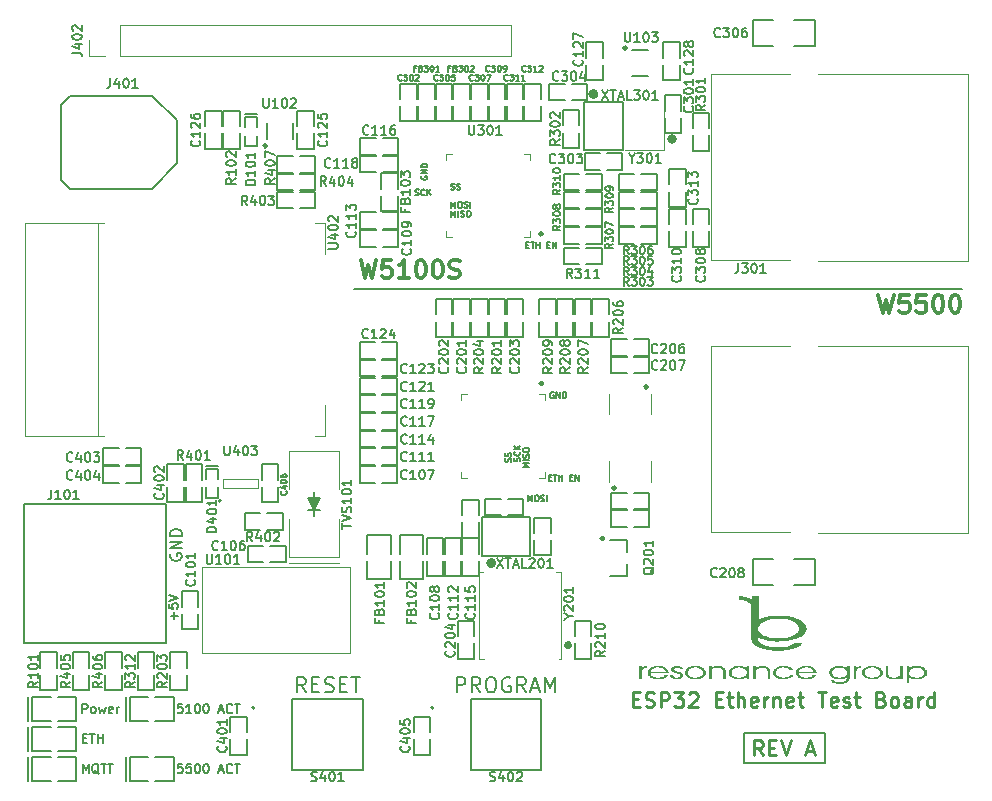
<source format=gbr>
%TF.GenerationSoftware,KiCad,Pcbnew,8.0.0*%
%TF.CreationDate,2024-03-19T13:56:09-04:00*%
%TF.ProjectId,Ethernet_Dev_Board,45746865-726e-4657-945f-4465765f426f,rev?*%
%TF.SameCoordinates,Original*%
%TF.FileFunction,Legend,Top*%
%TF.FilePolarity,Positive*%
%FSLAX46Y46*%
G04 Gerber Fmt 4.6, Leading zero omitted, Abs format (unit mm)*
G04 Created by KiCad (PCBNEW 8.0.0) date 2024-03-19 13:56:09*
%MOMM*%
%LPD*%
G01*
G04 APERTURE LIST*
%ADD10C,0.200000*%
%ADD11C,0.127000*%
%ADD12C,0.300000*%
%ADD13C,0.254000*%
%ADD14C,0.158750*%
%ADD15C,0.152000*%
%ADD16C,0.120000*%
%ADD17C,0.000000*%
%ADD18C,0.150000*%
%ADD19C,0.450000*%
%ADD20C,0.158000*%
%ADD21C,0.100000*%
%ADD22C,0.250000*%
%ADD23C,0.196000*%
%ADD24C,0.366228*%
%ADD25C,0.410555*%
G04 APERTURE END LIST*
D10*
X105915252Y-68580000D02*
X157353000Y-68580000D01*
X138938000Y-106172000D02*
X145796000Y-106172000D01*
X145796000Y-108712000D01*
X138938000Y-108712000D01*
X138938000Y-106172000D01*
D11*
X114123504Y-61653226D02*
X114123504Y-61145226D01*
X114123504Y-61145226D02*
X114292837Y-61508083D01*
X114292837Y-61508083D02*
X114462171Y-61145226D01*
X114462171Y-61145226D02*
X114462171Y-61653226D01*
X114800837Y-61145226D02*
X114897599Y-61145226D01*
X114897599Y-61145226D02*
X114945980Y-61169416D01*
X114945980Y-61169416D02*
X114994361Y-61217797D01*
X114994361Y-61217797D02*
X115018551Y-61314559D01*
X115018551Y-61314559D02*
X115018551Y-61483893D01*
X115018551Y-61483893D02*
X114994361Y-61580655D01*
X114994361Y-61580655D02*
X114945980Y-61629036D01*
X114945980Y-61629036D02*
X114897599Y-61653226D01*
X114897599Y-61653226D02*
X114800837Y-61653226D01*
X114800837Y-61653226D02*
X114752456Y-61629036D01*
X114752456Y-61629036D02*
X114704075Y-61580655D01*
X114704075Y-61580655D02*
X114679884Y-61483893D01*
X114679884Y-61483893D02*
X114679884Y-61314559D01*
X114679884Y-61314559D02*
X114704075Y-61217797D01*
X114704075Y-61217797D02*
X114752456Y-61169416D01*
X114752456Y-61169416D02*
X114800837Y-61145226D01*
X115212074Y-61629036D02*
X115284646Y-61653226D01*
X115284646Y-61653226D02*
X115405598Y-61653226D01*
X115405598Y-61653226D02*
X115453979Y-61629036D01*
X115453979Y-61629036D02*
X115478170Y-61604845D01*
X115478170Y-61604845D02*
X115502360Y-61556464D01*
X115502360Y-61556464D02*
X115502360Y-61508083D01*
X115502360Y-61508083D02*
X115478170Y-61459702D01*
X115478170Y-61459702D02*
X115453979Y-61435512D01*
X115453979Y-61435512D02*
X115405598Y-61411321D01*
X115405598Y-61411321D02*
X115308836Y-61387131D01*
X115308836Y-61387131D02*
X115260455Y-61362940D01*
X115260455Y-61362940D02*
X115236265Y-61338750D01*
X115236265Y-61338750D02*
X115212074Y-61290369D01*
X115212074Y-61290369D02*
X115212074Y-61241988D01*
X115212074Y-61241988D02*
X115236265Y-61193607D01*
X115236265Y-61193607D02*
X115260455Y-61169416D01*
X115260455Y-61169416D02*
X115308836Y-61145226D01*
X115308836Y-61145226D02*
X115429789Y-61145226D01*
X115429789Y-61145226D02*
X115502360Y-61169416D01*
X115720075Y-61653226D02*
X115720075Y-61145226D01*
X122378504Y-84501131D02*
X122547837Y-84501131D01*
X122620409Y-84767226D02*
X122378504Y-84767226D01*
X122378504Y-84767226D02*
X122378504Y-84259226D01*
X122378504Y-84259226D02*
X122620409Y-84259226D01*
X122765551Y-84259226D02*
X123055837Y-84259226D01*
X122910694Y-84767226D02*
X122910694Y-84259226D01*
X123225171Y-84767226D02*
X123225171Y-84259226D01*
X123225171Y-84501131D02*
X123515457Y-84501131D01*
X123515457Y-84767226D02*
X123515457Y-84259226D01*
X124144409Y-84501131D02*
X124313742Y-84501131D01*
X124386314Y-84767226D02*
X124144409Y-84767226D01*
X124144409Y-84767226D02*
X124144409Y-84259226D01*
X124144409Y-84259226D02*
X124386314Y-84259226D01*
X124604028Y-84767226D02*
X124604028Y-84259226D01*
X124604028Y-84259226D02*
X124894314Y-84767226D01*
X124894314Y-84767226D02*
X124894314Y-84259226D01*
X122771599Y-77298416D02*
X122723218Y-77274226D01*
X122723218Y-77274226D02*
X122650647Y-77274226D01*
X122650647Y-77274226D02*
X122578075Y-77298416D01*
X122578075Y-77298416D02*
X122529694Y-77346797D01*
X122529694Y-77346797D02*
X122505504Y-77395178D01*
X122505504Y-77395178D02*
X122481313Y-77491940D01*
X122481313Y-77491940D02*
X122481313Y-77564512D01*
X122481313Y-77564512D02*
X122505504Y-77661274D01*
X122505504Y-77661274D02*
X122529694Y-77709655D01*
X122529694Y-77709655D02*
X122578075Y-77758036D01*
X122578075Y-77758036D02*
X122650647Y-77782226D01*
X122650647Y-77782226D02*
X122699028Y-77782226D01*
X122699028Y-77782226D02*
X122771599Y-77758036D01*
X122771599Y-77758036D02*
X122795790Y-77733845D01*
X122795790Y-77733845D02*
X122795790Y-77564512D01*
X122795790Y-77564512D02*
X122699028Y-77564512D01*
X123013504Y-77782226D02*
X123013504Y-77274226D01*
X123013504Y-77274226D02*
X123303790Y-77782226D01*
X123303790Y-77782226D02*
X123303790Y-77274226D01*
X123545694Y-77782226D02*
X123545694Y-77274226D01*
X123545694Y-77274226D02*
X123666646Y-77274226D01*
X123666646Y-77274226D02*
X123739218Y-77298416D01*
X123739218Y-77298416D02*
X123787599Y-77346797D01*
X123787599Y-77346797D02*
X123811789Y-77395178D01*
X123811789Y-77395178D02*
X123835980Y-77491940D01*
X123835980Y-77491940D02*
X123835980Y-77564512D01*
X123835980Y-77564512D02*
X123811789Y-77661274D01*
X123811789Y-77661274D02*
X123787599Y-77709655D01*
X123787599Y-77709655D02*
X123739218Y-77758036D01*
X123739218Y-77758036D02*
X123666646Y-77782226D01*
X123666646Y-77782226D02*
X123545694Y-77782226D01*
D12*
X150271653Y-69039828D02*
X150628796Y-70539828D01*
X150628796Y-70539828D02*
X150914510Y-69468400D01*
X150914510Y-69468400D02*
X151200225Y-70539828D01*
X151200225Y-70539828D02*
X151557368Y-69039828D01*
X152843082Y-69039828D02*
X152128796Y-69039828D01*
X152128796Y-69039828D02*
X152057368Y-69754114D01*
X152057368Y-69754114D02*
X152128796Y-69682685D01*
X152128796Y-69682685D02*
X152271654Y-69611257D01*
X152271654Y-69611257D02*
X152628796Y-69611257D01*
X152628796Y-69611257D02*
X152771654Y-69682685D01*
X152771654Y-69682685D02*
X152843082Y-69754114D01*
X152843082Y-69754114D02*
X152914511Y-69896971D01*
X152914511Y-69896971D02*
X152914511Y-70254114D01*
X152914511Y-70254114D02*
X152843082Y-70396971D01*
X152843082Y-70396971D02*
X152771654Y-70468400D01*
X152771654Y-70468400D02*
X152628796Y-70539828D01*
X152628796Y-70539828D02*
X152271654Y-70539828D01*
X152271654Y-70539828D02*
X152128796Y-70468400D01*
X152128796Y-70468400D02*
X152057368Y-70396971D01*
X154271653Y-69039828D02*
X153557367Y-69039828D01*
X153557367Y-69039828D02*
X153485939Y-69754114D01*
X153485939Y-69754114D02*
X153557367Y-69682685D01*
X153557367Y-69682685D02*
X153700225Y-69611257D01*
X153700225Y-69611257D02*
X154057367Y-69611257D01*
X154057367Y-69611257D02*
X154200225Y-69682685D01*
X154200225Y-69682685D02*
X154271653Y-69754114D01*
X154271653Y-69754114D02*
X154343082Y-69896971D01*
X154343082Y-69896971D02*
X154343082Y-70254114D01*
X154343082Y-70254114D02*
X154271653Y-70396971D01*
X154271653Y-70396971D02*
X154200225Y-70468400D01*
X154200225Y-70468400D02*
X154057367Y-70539828D01*
X154057367Y-70539828D02*
X153700225Y-70539828D01*
X153700225Y-70539828D02*
X153557367Y-70468400D01*
X153557367Y-70468400D02*
X153485939Y-70396971D01*
X155271653Y-69039828D02*
X155414510Y-69039828D01*
X155414510Y-69039828D02*
X155557367Y-69111257D01*
X155557367Y-69111257D02*
X155628796Y-69182685D01*
X155628796Y-69182685D02*
X155700224Y-69325542D01*
X155700224Y-69325542D02*
X155771653Y-69611257D01*
X155771653Y-69611257D02*
X155771653Y-69968400D01*
X155771653Y-69968400D02*
X155700224Y-70254114D01*
X155700224Y-70254114D02*
X155628796Y-70396971D01*
X155628796Y-70396971D02*
X155557367Y-70468400D01*
X155557367Y-70468400D02*
X155414510Y-70539828D01*
X155414510Y-70539828D02*
X155271653Y-70539828D01*
X155271653Y-70539828D02*
X155128796Y-70468400D01*
X155128796Y-70468400D02*
X155057367Y-70396971D01*
X155057367Y-70396971D02*
X154985938Y-70254114D01*
X154985938Y-70254114D02*
X154914510Y-69968400D01*
X154914510Y-69968400D02*
X154914510Y-69611257D01*
X154914510Y-69611257D02*
X154985938Y-69325542D01*
X154985938Y-69325542D02*
X155057367Y-69182685D01*
X155057367Y-69182685D02*
X155128796Y-69111257D01*
X155128796Y-69111257D02*
X155271653Y-69039828D01*
X156700224Y-69039828D02*
X156843081Y-69039828D01*
X156843081Y-69039828D02*
X156985938Y-69111257D01*
X156985938Y-69111257D02*
X157057367Y-69182685D01*
X157057367Y-69182685D02*
X157128795Y-69325542D01*
X157128795Y-69325542D02*
X157200224Y-69611257D01*
X157200224Y-69611257D02*
X157200224Y-69968400D01*
X157200224Y-69968400D02*
X157128795Y-70254114D01*
X157128795Y-70254114D02*
X157057367Y-70396971D01*
X157057367Y-70396971D02*
X156985938Y-70468400D01*
X156985938Y-70468400D02*
X156843081Y-70539828D01*
X156843081Y-70539828D02*
X156700224Y-70539828D01*
X156700224Y-70539828D02*
X156557367Y-70468400D01*
X156557367Y-70468400D02*
X156485938Y-70396971D01*
X156485938Y-70396971D02*
X156414509Y-70254114D01*
X156414509Y-70254114D02*
X156343081Y-69968400D01*
X156343081Y-69968400D02*
X156343081Y-69611257D01*
X156343081Y-69611257D02*
X156414509Y-69325542D01*
X156414509Y-69325542D02*
X156485938Y-69182685D01*
X156485938Y-69182685D02*
X156557367Y-69111257D01*
X156557367Y-69111257D02*
X156700224Y-69039828D01*
X106456653Y-66118828D02*
X106813796Y-67618828D01*
X106813796Y-67618828D02*
X107099510Y-66547400D01*
X107099510Y-66547400D02*
X107385225Y-67618828D01*
X107385225Y-67618828D02*
X107742368Y-66118828D01*
X109028082Y-66118828D02*
X108313796Y-66118828D01*
X108313796Y-66118828D02*
X108242368Y-66833114D01*
X108242368Y-66833114D02*
X108313796Y-66761685D01*
X108313796Y-66761685D02*
X108456654Y-66690257D01*
X108456654Y-66690257D02*
X108813796Y-66690257D01*
X108813796Y-66690257D02*
X108956654Y-66761685D01*
X108956654Y-66761685D02*
X109028082Y-66833114D01*
X109028082Y-66833114D02*
X109099511Y-66975971D01*
X109099511Y-66975971D02*
X109099511Y-67333114D01*
X109099511Y-67333114D02*
X109028082Y-67475971D01*
X109028082Y-67475971D02*
X108956654Y-67547400D01*
X108956654Y-67547400D02*
X108813796Y-67618828D01*
X108813796Y-67618828D02*
X108456654Y-67618828D01*
X108456654Y-67618828D02*
X108313796Y-67547400D01*
X108313796Y-67547400D02*
X108242368Y-67475971D01*
X110528082Y-67618828D02*
X109670939Y-67618828D01*
X110099510Y-67618828D02*
X110099510Y-66118828D01*
X110099510Y-66118828D02*
X109956653Y-66333114D01*
X109956653Y-66333114D02*
X109813796Y-66475971D01*
X109813796Y-66475971D02*
X109670939Y-66547400D01*
X111456653Y-66118828D02*
X111599510Y-66118828D01*
X111599510Y-66118828D02*
X111742367Y-66190257D01*
X111742367Y-66190257D02*
X111813796Y-66261685D01*
X111813796Y-66261685D02*
X111885224Y-66404542D01*
X111885224Y-66404542D02*
X111956653Y-66690257D01*
X111956653Y-66690257D02*
X111956653Y-67047400D01*
X111956653Y-67047400D02*
X111885224Y-67333114D01*
X111885224Y-67333114D02*
X111813796Y-67475971D01*
X111813796Y-67475971D02*
X111742367Y-67547400D01*
X111742367Y-67547400D02*
X111599510Y-67618828D01*
X111599510Y-67618828D02*
X111456653Y-67618828D01*
X111456653Y-67618828D02*
X111313796Y-67547400D01*
X111313796Y-67547400D02*
X111242367Y-67475971D01*
X111242367Y-67475971D02*
X111170938Y-67333114D01*
X111170938Y-67333114D02*
X111099510Y-67047400D01*
X111099510Y-67047400D02*
X111099510Y-66690257D01*
X111099510Y-66690257D02*
X111170938Y-66404542D01*
X111170938Y-66404542D02*
X111242367Y-66261685D01*
X111242367Y-66261685D02*
X111313796Y-66190257D01*
X111313796Y-66190257D02*
X111456653Y-66118828D01*
X112885224Y-66118828D02*
X113028081Y-66118828D01*
X113028081Y-66118828D02*
X113170938Y-66190257D01*
X113170938Y-66190257D02*
X113242367Y-66261685D01*
X113242367Y-66261685D02*
X113313795Y-66404542D01*
X113313795Y-66404542D02*
X113385224Y-66690257D01*
X113385224Y-66690257D02*
X113385224Y-67047400D01*
X113385224Y-67047400D02*
X113313795Y-67333114D01*
X113313795Y-67333114D02*
X113242367Y-67475971D01*
X113242367Y-67475971D02*
X113170938Y-67547400D01*
X113170938Y-67547400D02*
X113028081Y-67618828D01*
X113028081Y-67618828D02*
X112885224Y-67618828D01*
X112885224Y-67618828D02*
X112742367Y-67547400D01*
X112742367Y-67547400D02*
X112670938Y-67475971D01*
X112670938Y-67475971D02*
X112599509Y-67333114D01*
X112599509Y-67333114D02*
X112528081Y-67047400D01*
X112528081Y-67047400D02*
X112528081Y-66690257D01*
X112528081Y-66690257D02*
X112599509Y-66404542D01*
X112599509Y-66404542D02*
X112670938Y-66261685D01*
X112670938Y-66261685D02*
X112742367Y-66190257D01*
X112742367Y-66190257D02*
X112885224Y-66118828D01*
X113956652Y-67547400D02*
X114170938Y-67618828D01*
X114170938Y-67618828D02*
X114528080Y-67618828D01*
X114528080Y-67618828D02*
X114670938Y-67547400D01*
X114670938Y-67547400D02*
X114742366Y-67475971D01*
X114742366Y-67475971D02*
X114813795Y-67333114D01*
X114813795Y-67333114D02*
X114813795Y-67190257D01*
X114813795Y-67190257D02*
X114742366Y-67047400D01*
X114742366Y-67047400D02*
X114670938Y-66975971D01*
X114670938Y-66975971D02*
X114528080Y-66904542D01*
X114528080Y-66904542D02*
X114242366Y-66833114D01*
X114242366Y-66833114D02*
X114099509Y-66761685D01*
X114099509Y-66761685D02*
X114028080Y-66690257D01*
X114028080Y-66690257D02*
X113956652Y-66547400D01*
X113956652Y-66547400D02*
X113956652Y-66404542D01*
X113956652Y-66404542D02*
X114028080Y-66261685D01*
X114028080Y-66261685D02*
X114099509Y-66190257D01*
X114099509Y-66190257D02*
X114242366Y-66118828D01*
X114242366Y-66118828D02*
X114599509Y-66118828D01*
X114599509Y-66118828D02*
X114813795Y-66190257D01*
D11*
X111601146Y-59002260D02*
X111576956Y-59050641D01*
X111576956Y-59050641D02*
X111576956Y-59123212D01*
X111576956Y-59123212D02*
X111601146Y-59195784D01*
X111601146Y-59195784D02*
X111649527Y-59244165D01*
X111649527Y-59244165D02*
X111697908Y-59268355D01*
X111697908Y-59268355D02*
X111794670Y-59292546D01*
X111794670Y-59292546D02*
X111867242Y-59292546D01*
X111867242Y-59292546D02*
X111964004Y-59268355D01*
X111964004Y-59268355D02*
X112012385Y-59244165D01*
X112012385Y-59244165D02*
X112060766Y-59195784D01*
X112060766Y-59195784D02*
X112084956Y-59123212D01*
X112084956Y-59123212D02*
X112084956Y-59074831D01*
X112084956Y-59074831D02*
X112060766Y-59002260D01*
X112060766Y-59002260D02*
X112036575Y-58978069D01*
X112036575Y-58978069D02*
X111867242Y-58978069D01*
X111867242Y-58978069D02*
X111867242Y-59074831D01*
X112084956Y-58760355D02*
X111576956Y-58760355D01*
X111576956Y-58760355D02*
X112084956Y-58470069D01*
X112084956Y-58470069D02*
X111576956Y-58470069D01*
X112084956Y-58228165D02*
X111576956Y-58228165D01*
X111576956Y-58228165D02*
X111576956Y-58107213D01*
X111576956Y-58107213D02*
X111601146Y-58034641D01*
X111601146Y-58034641D02*
X111649527Y-57986260D01*
X111649527Y-57986260D02*
X111697908Y-57962070D01*
X111697908Y-57962070D02*
X111794670Y-57937879D01*
X111794670Y-57937879D02*
X111867242Y-57937879D01*
X111867242Y-57937879D02*
X111964004Y-57962070D01*
X111964004Y-57962070D02*
X112012385Y-57986260D01*
X112012385Y-57986260D02*
X112060766Y-58034641D01*
X112060766Y-58034641D02*
X112084956Y-58107213D01*
X112084956Y-58107213D02*
X112084956Y-58228165D01*
X90358634Y-90975543D02*
X90311015Y-91070781D01*
X90311015Y-91070781D02*
X90311015Y-91213638D01*
X90311015Y-91213638D02*
X90358634Y-91356495D01*
X90358634Y-91356495D02*
X90453872Y-91451733D01*
X90453872Y-91451733D02*
X90549110Y-91499352D01*
X90549110Y-91499352D02*
X90739586Y-91546971D01*
X90739586Y-91546971D02*
X90882443Y-91546971D01*
X90882443Y-91546971D02*
X91072919Y-91499352D01*
X91072919Y-91499352D02*
X91168157Y-91451733D01*
X91168157Y-91451733D02*
X91263396Y-91356495D01*
X91263396Y-91356495D02*
X91311015Y-91213638D01*
X91311015Y-91213638D02*
X91311015Y-91118400D01*
X91311015Y-91118400D02*
X91263396Y-90975543D01*
X91263396Y-90975543D02*
X91215776Y-90927924D01*
X91215776Y-90927924D02*
X90882443Y-90927924D01*
X90882443Y-90927924D02*
X90882443Y-91118400D01*
X91311015Y-90499352D02*
X90311015Y-90499352D01*
X90311015Y-90499352D02*
X91311015Y-89927924D01*
X91311015Y-89927924D02*
X90311015Y-89927924D01*
X91311015Y-89451733D02*
X90311015Y-89451733D01*
X90311015Y-89451733D02*
X90311015Y-89213638D01*
X90311015Y-89213638D02*
X90358634Y-89070781D01*
X90358634Y-89070781D02*
X90453872Y-88975543D01*
X90453872Y-88975543D02*
X90549110Y-88927924D01*
X90549110Y-88927924D02*
X90739586Y-88880305D01*
X90739586Y-88880305D02*
X90882443Y-88880305D01*
X90882443Y-88880305D02*
X91072919Y-88927924D01*
X91072919Y-88927924D02*
X91168157Y-88975543D01*
X91168157Y-88975543D02*
X91263396Y-89070781D01*
X91263396Y-89070781D02*
X91311015Y-89213638D01*
X91311015Y-89213638D02*
X91311015Y-89451733D01*
X119922036Y-83131686D02*
X119946226Y-83059114D01*
X119946226Y-83059114D02*
X119946226Y-82938162D01*
X119946226Y-82938162D02*
X119922036Y-82889781D01*
X119922036Y-82889781D02*
X119897845Y-82865590D01*
X119897845Y-82865590D02*
X119849464Y-82841400D01*
X119849464Y-82841400D02*
X119801083Y-82841400D01*
X119801083Y-82841400D02*
X119752702Y-82865590D01*
X119752702Y-82865590D02*
X119728512Y-82889781D01*
X119728512Y-82889781D02*
X119704321Y-82938162D01*
X119704321Y-82938162D02*
X119680131Y-83034924D01*
X119680131Y-83034924D02*
X119655940Y-83083305D01*
X119655940Y-83083305D02*
X119631750Y-83107495D01*
X119631750Y-83107495D02*
X119583369Y-83131686D01*
X119583369Y-83131686D02*
X119534988Y-83131686D01*
X119534988Y-83131686D02*
X119486607Y-83107495D01*
X119486607Y-83107495D02*
X119462416Y-83083305D01*
X119462416Y-83083305D02*
X119438226Y-83034924D01*
X119438226Y-83034924D02*
X119438226Y-82913971D01*
X119438226Y-82913971D02*
X119462416Y-82841400D01*
X119897845Y-82333399D02*
X119922036Y-82357590D01*
X119922036Y-82357590D02*
X119946226Y-82430161D01*
X119946226Y-82430161D02*
X119946226Y-82478542D01*
X119946226Y-82478542D02*
X119922036Y-82551114D01*
X119922036Y-82551114D02*
X119873655Y-82599495D01*
X119873655Y-82599495D02*
X119825274Y-82623685D01*
X119825274Y-82623685D02*
X119728512Y-82647876D01*
X119728512Y-82647876D02*
X119655940Y-82647876D01*
X119655940Y-82647876D02*
X119559178Y-82623685D01*
X119559178Y-82623685D02*
X119510797Y-82599495D01*
X119510797Y-82599495D02*
X119462416Y-82551114D01*
X119462416Y-82551114D02*
X119438226Y-82478542D01*
X119438226Y-82478542D02*
X119438226Y-82430161D01*
X119438226Y-82430161D02*
X119462416Y-82357590D01*
X119462416Y-82357590D02*
X119486607Y-82333399D01*
X119946226Y-82115685D02*
X119438226Y-82115685D01*
X119946226Y-81825399D02*
X119655940Y-82043114D01*
X119438226Y-81825399D02*
X119728512Y-82115685D01*
D13*
X129479523Y-103280872D02*
X129902857Y-103280872D01*
X130084285Y-103946110D02*
X129479523Y-103946110D01*
X129479523Y-103946110D02*
X129479523Y-102676110D01*
X129479523Y-102676110D02*
X130084285Y-102676110D01*
X130568095Y-103885634D02*
X130749524Y-103946110D01*
X130749524Y-103946110D02*
X131051905Y-103946110D01*
X131051905Y-103946110D02*
X131172857Y-103885634D01*
X131172857Y-103885634D02*
X131233333Y-103825157D01*
X131233333Y-103825157D02*
X131293810Y-103704205D01*
X131293810Y-103704205D02*
X131293810Y-103583253D01*
X131293810Y-103583253D02*
X131233333Y-103462300D01*
X131233333Y-103462300D02*
X131172857Y-103401824D01*
X131172857Y-103401824D02*
X131051905Y-103341348D01*
X131051905Y-103341348D02*
X130810000Y-103280872D01*
X130810000Y-103280872D02*
X130689048Y-103220395D01*
X130689048Y-103220395D02*
X130628571Y-103159919D01*
X130628571Y-103159919D02*
X130568095Y-103038967D01*
X130568095Y-103038967D02*
X130568095Y-102918014D01*
X130568095Y-102918014D02*
X130628571Y-102797062D01*
X130628571Y-102797062D02*
X130689048Y-102736586D01*
X130689048Y-102736586D02*
X130810000Y-102676110D01*
X130810000Y-102676110D02*
X131112381Y-102676110D01*
X131112381Y-102676110D02*
X131293810Y-102736586D01*
X131838095Y-103946110D02*
X131838095Y-102676110D01*
X131838095Y-102676110D02*
X132321905Y-102676110D01*
X132321905Y-102676110D02*
X132442857Y-102736586D01*
X132442857Y-102736586D02*
X132503334Y-102797062D01*
X132503334Y-102797062D02*
X132563810Y-102918014D01*
X132563810Y-102918014D02*
X132563810Y-103099443D01*
X132563810Y-103099443D02*
X132503334Y-103220395D01*
X132503334Y-103220395D02*
X132442857Y-103280872D01*
X132442857Y-103280872D02*
X132321905Y-103341348D01*
X132321905Y-103341348D02*
X131838095Y-103341348D01*
X132987143Y-102676110D02*
X133773334Y-102676110D01*
X133773334Y-102676110D02*
X133350000Y-103159919D01*
X133350000Y-103159919D02*
X133531429Y-103159919D01*
X133531429Y-103159919D02*
X133652381Y-103220395D01*
X133652381Y-103220395D02*
X133712857Y-103280872D01*
X133712857Y-103280872D02*
X133773334Y-103401824D01*
X133773334Y-103401824D02*
X133773334Y-103704205D01*
X133773334Y-103704205D02*
X133712857Y-103825157D01*
X133712857Y-103825157D02*
X133652381Y-103885634D01*
X133652381Y-103885634D02*
X133531429Y-103946110D01*
X133531429Y-103946110D02*
X133168572Y-103946110D01*
X133168572Y-103946110D02*
X133047619Y-103885634D01*
X133047619Y-103885634D02*
X132987143Y-103825157D01*
X134257143Y-102797062D02*
X134317619Y-102736586D01*
X134317619Y-102736586D02*
X134438572Y-102676110D01*
X134438572Y-102676110D02*
X134740953Y-102676110D01*
X134740953Y-102676110D02*
X134861905Y-102736586D01*
X134861905Y-102736586D02*
X134922381Y-102797062D01*
X134922381Y-102797062D02*
X134982858Y-102918014D01*
X134982858Y-102918014D02*
X134982858Y-103038967D01*
X134982858Y-103038967D02*
X134922381Y-103220395D01*
X134922381Y-103220395D02*
X134196667Y-103946110D01*
X134196667Y-103946110D02*
X134982858Y-103946110D01*
X136494762Y-103280872D02*
X136918096Y-103280872D01*
X137099524Y-103946110D02*
X136494762Y-103946110D01*
X136494762Y-103946110D02*
X136494762Y-102676110D01*
X136494762Y-102676110D02*
X137099524Y-102676110D01*
X137462382Y-103099443D02*
X137946191Y-103099443D01*
X137643810Y-102676110D02*
X137643810Y-103764681D01*
X137643810Y-103764681D02*
X137704287Y-103885634D01*
X137704287Y-103885634D02*
X137825239Y-103946110D01*
X137825239Y-103946110D02*
X137946191Y-103946110D01*
X138369524Y-103946110D02*
X138369524Y-102676110D01*
X138913810Y-103946110D02*
X138913810Y-103280872D01*
X138913810Y-103280872D02*
X138853334Y-103159919D01*
X138853334Y-103159919D02*
X138732382Y-103099443D01*
X138732382Y-103099443D02*
X138550953Y-103099443D01*
X138550953Y-103099443D02*
X138430001Y-103159919D01*
X138430001Y-103159919D02*
X138369524Y-103220395D01*
X140002382Y-103885634D02*
X139881430Y-103946110D01*
X139881430Y-103946110D02*
X139639525Y-103946110D01*
X139639525Y-103946110D02*
X139518572Y-103885634D01*
X139518572Y-103885634D02*
X139458096Y-103764681D01*
X139458096Y-103764681D02*
X139458096Y-103280872D01*
X139458096Y-103280872D02*
X139518572Y-103159919D01*
X139518572Y-103159919D02*
X139639525Y-103099443D01*
X139639525Y-103099443D02*
X139881430Y-103099443D01*
X139881430Y-103099443D02*
X140002382Y-103159919D01*
X140002382Y-103159919D02*
X140062858Y-103280872D01*
X140062858Y-103280872D02*
X140062858Y-103401824D01*
X140062858Y-103401824D02*
X139458096Y-103522776D01*
X140607143Y-103946110D02*
X140607143Y-103099443D01*
X140607143Y-103341348D02*
X140667620Y-103220395D01*
X140667620Y-103220395D02*
X140728096Y-103159919D01*
X140728096Y-103159919D02*
X140849048Y-103099443D01*
X140849048Y-103099443D02*
X140970001Y-103099443D01*
X141393333Y-103099443D02*
X141393333Y-103946110D01*
X141393333Y-103220395D02*
X141453810Y-103159919D01*
X141453810Y-103159919D02*
X141574762Y-103099443D01*
X141574762Y-103099443D02*
X141756191Y-103099443D01*
X141756191Y-103099443D02*
X141877143Y-103159919D01*
X141877143Y-103159919D02*
X141937619Y-103280872D01*
X141937619Y-103280872D02*
X141937619Y-103946110D01*
X143026191Y-103885634D02*
X142905239Y-103946110D01*
X142905239Y-103946110D02*
X142663334Y-103946110D01*
X142663334Y-103946110D02*
X142542381Y-103885634D01*
X142542381Y-103885634D02*
X142481905Y-103764681D01*
X142481905Y-103764681D02*
X142481905Y-103280872D01*
X142481905Y-103280872D02*
X142542381Y-103159919D01*
X142542381Y-103159919D02*
X142663334Y-103099443D01*
X142663334Y-103099443D02*
X142905239Y-103099443D01*
X142905239Y-103099443D02*
X143026191Y-103159919D01*
X143026191Y-103159919D02*
X143086667Y-103280872D01*
X143086667Y-103280872D02*
X143086667Y-103401824D01*
X143086667Y-103401824D02*
X142481905Y-103522776D01*
X143449524Y-103099443D02*
X143933333Y-103099443D01*
X143630952Y-102676110D02*
X143630952Y-103764681D01*
X143630952Y-103764681D02*
X143691429Y-103885634D01*
X143691429Y-103885634D02*
X143812381Y-103946110D01*
X143812381Y-103946110D02*
X143933333Y-103946110D01*
X145142857Y-102676110D02*
X145868571Y-102676110D01*
X145505714Y-103946110D02*
X145505714Y-102676110D01*
X146775714Y-103885634D02*
X146654762Y-103946110D01*
X146654762Y-103946110D02*
X146412857Y-103946110D01*
X146412857Y-103946110D02*
X146291904Y-103885634D01*
X146291904Y-103885634D02*
X146231428Y-103764681D01*
X146231428Y-103764681D02*
X146231428Y-103280872D01*
X146231428Y-103280872D02*
X146291904Y-103159919D01*
X146291904Y-103159919D02*
X146412857Y-103099443D01*
X146412857Y-103099443D02*
X146654762Y-103099443D01*
X146654762Y-103099443D02*
X146775714Y-103159919D01*
X146775714Y-103159919D02*
X146836190Y-103280872D01*
X146836190Y-103280872D02*
X146836190Y-103401824D01*
X146836190Y-103401824D02*
X146231428Y-103522776D01*
X147319999Y-103885634D02*
X147440952Y-103946110D01*
X147440952Y-103946110D02*
X147682856Y-103946110D01*
X147682856Y-103946110D02*
X147803809Y-103885634D01*
X147803809Y-103885634D02*
X147864285Y-103764681D01*
X147864285Y-103764681D02*
X147864285Y-103704205D01*
X147864285Y-103704205D02*
X147803809Y-103583253D01*
X147803809Y-103583253D02*
X147682856Y-103522776D01*
X147682856Y-103522776D02*
X147501428Y-103522776D01*
X147501428Y-103522776D02*
X147380475Y-103462300D01*
X147380475Y-103462300D02*
X147319999Y-103341348D01*
X147319999Y-103341348D02*
X147319999Y-103280872D01*
X147319999Y-103280872D02*
X147380475Y-103159919D01*
X147380475Y-103159919D02*
X147501428Y-103099443D01*
X147501428Y-103099443D02*
X147682856Y-103099443D01*
X147682856Y-103099443D02*
X147803809Y-103159919D01*
X148227142Y-103099443D02*
X148710951Y-103099443D01*
X148408570Y-102676110D02*
X148408570Y-103764681D01*
X148408570Y-103764681D02*
X148469047Y-103885634D01*
X148469047Y-103885634D02*
X148589999Y-103946110D01*
X148589999Y-103946110D02*
X148710951Y-103946110D01*
X150525237Y-103280872D02*
X150706665Y-103341348D01*
X150706665Y-103341348D02*
X150767142Y-103401824D01*
X150767142Y-103401824D02*
X150827618Y-103522776D01*
X150827618Y-103522776D02*
X150827618Y-103704205D01*
X150827618Y-103704205D02*
X150767142Y-103825157D01*
X150767142Y-103825157D02*
X150706665Y-103885634D01*
X150706665Y-103885634D02*
X150585713Y-103946110D01*
X150585713Y-103946110D02*
X150101903Y-103946110D01*
X150101903Y-103946110D02*
X150101903Y-102676110D01*
X150101903Y-102676110D02*
X150525237Y-102676110D01*
X150525237Y-102676110D02*
X150646189Y-102736586D01*
X150646189Y-102736586D02*
X150706665Y-102797062D01*
X150706665Y-102797062D02*
X150767142Y-102918014D01*
X150767142Y-102918014D02*
X150767142Y-103038967D01*
X150767142Y-103038967D02*
X150706665Y-103159919D01*
X150706665Y-103159919D02*
X150646189Y-103220395D01*
X150646189Y-103220395D02*
X150525237Y-103280872D01*
X150525237Y-103280872D02*
X150101903Y-103280872D01*
X151553332Y-103946110D02*
X151432380Y-103885634D01*
X151432380Y-103885634D02*
X151371903Y-103825157D01*
X151371903Y-103825157D02*
X151311427Y-103704205D01*
X151311427Y-103704205D02*
X151311427Y-103341348D01*
X151311427Y-103341348D02*
X151371903Y-103220395D01*
X151371903Y-103220395D02*
X151432380Y-103159919D01*
X151432380Y-103159919D02*
X151553332Y-103099443D01*
X151553332Y-103099443D02*
X151734761Y-103099443D01*
X151734761Y-103099443D02*
X151855713Y-103159919D01*
X151855713Y-103159919D02*
X151916189Y-103220395D01*
X151916189Y-103220395D02*
X151976665Y-103341348D01*
X151976665Y-103341348D02*
X151976665Y-103704205D01*
X151976665Y-103704205D02*
X151916189Y-103825157D01*
X151916189Y-103825157D02*
X151855713Y-103885634D01*
X151855713Y-103885634D02*
X151734761Y-103946110D01*
X151734761Y-103946110D02*
X151553332Y-103946110D01*
X153065237Y-103946110D02*
X153065237Y-103280872D01*
X153065237Y-103280872D02*
X153004761Y-103159919D01*
X153004761Y-103159919D02*
X152883809Y-103099443D01*
X152883809Y-103099443D02*
X152641904Y-103099443D01*
X152641904Y-103099443D02*
X152520951Y-103159919D01*
X153065237Y-103885634D02*
X152944285Y-103946110D01*
X152944285Y-103946110D02*
X152641904Y-103946110D01*
X152641904Y-103946110D02*
X152520951Y-103885634D01*
X152520951Y-103885634D02*
X152460475Y-103764681D01*
X152460475Y-103764681D02*
X152460475Y-103643729D01*
X152460475Y-103643729D02*
X152520951Y-103522776D01*
X152520951Y-103522776D02*
X152641904Y-103462300D01*
X152641904Y-103462300D02*
X152944285Y-103462300D01*
X152944285Y-103462300D02*
X153065237Y-103401824D01*
X153669999Y-103946110D02*
X153669999Y-103099443D01*
X153669999Y-103341348D02*
X153730476Y-103220395D01*
X153730476Y-103220395D02*
X153790952Y-103159919D01*
X153790952Y-103159919D02*
X153911904Y-103099443D01*
X153911904Y-103099443D02*
X154032857Y-103099443D01*
X155000475Y-103946110D02*
X155000475Y-102676110D01*
X155000475Y-103885634D02*
X154879523Y-103946110D01*
X154879523Y-103946110D02*
X154637618Y-103946110D01*
X154637618Y-103946110D02*
X154516666Y-103885634D01*
X154516666Y-103885634D02*
X154456189Y-103825157D01*
X154456189Y-103825157D02*
X154395713Y-103704205D01*
X154395713Y-103704205D02*
X154395713Y-103341348D01*
X154395713Y-103341348D02*
X154456189Y-103220395D01*
X154456189Y-103220395D02*
X154516666Y-103159919D01*
X154516666Y-103159919D02*
X154637618Y-103099443D01*
X154637618Y-103099443D02*
X154879523Y-103099443D01*
X154879523Y-103099443D02*
X155000475Y-103159919D01*
X140486191Y-108035368D02*
X140062857Y-107430606D01*
X139760476Y-108035368D02*
X139760476Y-106765368D01*
X139760476Y-106765368D02*
X140244286Y-106765368D01*
X140244286Y-106765368D02*
X140365238Y-106825844D01*
X140365238Y-106825844D02*
X140425715Y-106886320D01*
X140425715Y-106886320D02*
X140486191Y-107007272D01*
X140486191Y-107007272D02*
X140486191Y-107188701D01*
X140486191Y-107188701D02*
X140425715Y-107309653D01*
X140425715Y-107309653D02*
X140365238Y-107370130D01*
X140365238Y-107370130D02*
X140244286Y-107430606D01*
X140244286Y-107430606D02*
X139760476Y-107430606D01*
X141030476Y-107370130D02*
X141453810Y-107370130D01*
X141635238Y-108035368D02*
X141030476Y-108035368D01*
X141030476Y-108035368D02*
X141030476Y-106765368D01*
X141030476Y-106765368D02*
X141635238Y-106765368D01*
X141998096Y-106765368D02*
X142421429Y-108035368D01*
X142421429Y-108035368D02*
X142844763Y-106765368D01*
X144175238Y-107672511D02*
X144780000Y-107672511D01*
X144054286Y-108035368D02*
X144477619Y-106765368D01*
X144477619Y-106765368D02*
X144900953Y-108035368D01*
D11*
X120473504Y-64816131D02*
X120642837Y-64816131D01*
X120715409Y-65082226D02*
X120473504Y-65082226D01*
X120473504Y-65082226D02*
X120473504Y-64574226D01*
X120473504Y-64574226D02*
X120715409Y-64574226D01*
X120860551Y-64574226D02*
X121150837Y-64574226D01*
X121005694Y-65082226D02*
X121005694Y-64574226D01*
X121320171Y-65082226D02*
X121320171Y-64574226D01*
X121320171Y-64816131D02*
X121610457Y-64816131D01*
X121610457Y-65082226D02*
X121610457Y-64574226D01*
X122239409Y-64816131D02*
X122408742Y-64816131D01*
X122481314Y-65082226D02*
X122239409Y-65082226D01*
X122239409Y-65082226D02*
X122239409Y-64574226D01*
X122239409Y-64574226D02*
X122481314Y-64574226D01*
X122699028Y-65082226D02*
X122699028Y-64574226D01*
X122699028Y-64574226D02*
X122989314Y-65082226D01*
X122989314Y-65082226D02*
X122989314Y-64574226D01*
X114123504Y-62415226D02*
X114123504Y-61907226D01*
X114123504Y-61907226D02*
X114292837Y-62270083D01*
X114292837Y-62270083D02*
X114462171Y-61907226D01*
X114462171Y-61907226D02*
X114462171Y-62415226D01*
X114704075Y-62415226D02*
X114704075Y-61907226D01*
X114921789Y-62391036D02*
X114994361Y-62415226D01*
X114994361Y-62415226D02*
X115115313Y-62415226D01*
X115115313Y-62415226D02*
X115163694Y-62391036D01*
X115163694Y-62391036D02*
X115187885Y-62366845D01*
X115187885Y-62366845D02*
X115212075Y-62318464D01*
X115212075Y-62318464D02*
X115212075Y-62270083D01*
X115212075Y-62270083D02*
X115187885Y-62221702D01*
X115187885Y-62221702D02*
X115163694Y-62197512D01*
X115163694Y-62197512D02*
X115115313Y-62173321D01*
X115115313Y-62173321D02*
X115018551Y-62149131D01*
X115018551Y-62149131D02*
X114970170Y-62124940D01*
X114970170Y-62124940D02*
X114945980Y-62100750D01*
X114945980Y-62100750D02*
X114921789Y-62052369D01*
X114921789Y-62052369D02*
X114921789Y-62003988D01*
X114921789Y-62003988D02*
X114945980Y-61955607D01*
X114945980Y-61955607D02*
X114970170Y-61931416D01*
X114970170Y-61931416D02*
X115018551Y-61907226D01*
X115018551Y-61907226D02*
X115139504Y-61907226D01*
X115139504Y-61907226D02*
X115212075Y-61931416D01*
X115526552Y-61907226D02*
X115623314Y-61907226D01*
X115623314Y-61907226D02*
X115671695Y-61931416D01*
X115671695Y-61931416D02*
X115720076Y-61979797D01*
X115720076Y-61979797D02*
X115744266Y-62076559D01*
X115744266Y-62076559D02*
X115744266Y-62245893D01*
X115744266Y-62245893D02*
X115720076Y-62342655D01*
X115720076Y-62342655D02*
X115671695Y-62391036D01*
X115671695Y-62391036D02*
X115623314Y-62415226D01*
X115623314Y-62415226D02*
X115526552Y-62415226D01*
X115526552Y-62415226D02*
X115478171Y-62391036D01*
X115478171Y-62391036D02*
X115429790Y-62342655D01*
X115429790Y-62342655D02*
X115405599Y-62245893D01*
X115405599Y-62245893D02*
X115405599Y-62076559D01*
X115405599Y-62076559D02*
X115429790Y-61979797D01*
X115429790Y-61979797D02*
X115478171Y-61931416D01*
X115478171Y-61931416D02*
X115526552Y-61907226D01*
X111062773Y-60600366D02*
X111135345Y-60624556D01*
X111135345Y-60624556D02*
X111256297Y-60624556D01*
X111256297Y-60624556D02*
X111304678Y-60600366D01*
X111304678Y-60600366D02*
X111328869Y-60576175D01*
X111328869Y-60576175D02*
X111353059Y-60527794D01*
X111353059Y-60527794D02*
X111353059Y-60479413D01*
X111353059Y-60479413D02*
X111328869Y-60431032D01*
X111328869Y-60431032D02*
X111304678Y-60406842D01*
X111304678Y-60406842D02*
X111256297Y-60382651D01*
X111256297Y-60382651D02*
X111159535Y-60358461D01*
X111159535Y-60358461D02*
X111111154Y-60334270D01*
X111111154Y-60334270D02*
X111086964Y-60310080D01*
X111086964Y-60310080D02*
X111062773Y-60261699D01*
X111062773Y-60261699D02*
X111062773Y-60213318D01*
X111062773Y-60213318D02*
X111086964Y-60164937D01*
X111086964Y-60164937D02*
X111111154Y-60140746D01*
X111111154Y-60140746D02*
X111159535Y-60116556D01*
X111159535Y-60116556D02*
X111280488Y-60116556D01*
X111280488Y-60116556D02*
X111353059Y-60140746D01*
X111861060Y-60576175D02*
X111836869Y-60600366D01*
X111836869Y-60600366D02*
X111764298Y-60624556D01*
X111764298Y-60624556D02*
X111715917Y-60624556D01*
X111715917Y-60624556D02*
X111643345Y-60600366D01*
X111643345Y-60600366D02*
X111594964Y-60551985D01*
X111594964Y-60551985D02*
X111570774Y-60503604D01*
X111570774Y-60503604D02*
X111546583Y-60406842D01*
X111546583Y-60406842D02*
X111546583Y-60334270D01*
X111546583Y-60334270D02*
X111570774Y-60237508D01*
X111570774Y-60237508D02*
X111594964Y-60189127D01*
X111594964Y-60189127D02*
X111643345Y-60140746D01*
X111643345Y-60140746D02*
X111715917Y-60116556D01*
X111715917Y-60116556D02*
X111764298Y-60116556D01*
X111764298Y-60116556D02*
X111836869Y-60140746D01*
X111836869Y-60140746D02*
X111861060Y-60164937D01*
X112078774Y-60624556D02*
X112078774Y-60116556D01*
X112369060Y-60624556D02*
X112151345Y-60334270D01*
X112369060Y-60116556D02*
X112078774Y-60406842D01*
X119160036Y-83187808D02*
X119184226Y-83115236D01*
X119184226Y-83115236D02*
X119184226Y-82994284D01*
X119184226Y-82994284D02*
X119160036Y-82945903D01*
X119160036Y-82945903D02*
X119135845Y-82921712D01*
X119135845Y-82921712D02*
X119087464Y-82897522D01*
X119087464Y-82897522D02*
X119039083Y-82897522D01*
X119039083Y-82897522D02*
X118990702Y-82921712D01*
X118990702Y-82921712D02*
X118966512Y-82945903D01*
X118966512Y-82945903D02*
X118942321Y-82994284D01*
X118942321Y-82994284D02*
X118918131Y-83091046D01*
X118918131Y-83091046D02*
X118893940Y-83139427D01*
X118893940Y-83139427D02*
X118869750Y-83163617D01*
X118869750Y-83163617D02*
X118821369Y-83187808D01*
X118821369Y-83187808D02*
X118772988Y-83187808D01*
X118772988Y-83187808D02*
X118724607Y-83163617D01*
X118724607Y-83163617D02*
X118700416Y-83139427D01*
X118700416Y-83139427D02*
X118676226Y-83091046D01*
X118676226Y-83091046D02*
X118676226Y-82970093D01*
X118676226Y-82970093D02*
X118700416Y-82897522D01*
X119160036Y-82703998D02*
X119184226Y-82631426D01*
X119184226Y-82631426D02*
X119184226Y-82510474D01*
X119184226Y-82510474D02*
X119160036Y-82462093D01*
X119160036Y-82462093D02*
X119135845Y-82437902D01*
X119135845Y-82437902D02*
X119087464Y-82413712D01*
X119087464Y-82413712D02*
X119039083Y-82413712D01*
X119039083Y-82413712D02*
X118990702Y-82437902D01*
X118990702Y-82437902D02*
X118966512Y-82462093D01*
X118966512Y-82462093D02*
X118942321Y-82510474D01*
X118942321Y-82510474D02*
X118918131Y-82607236D01*
X118918131Y-82607236D02*
X118893940Y-82655617D01*
X118893940Y-82655617D02*
X118869750Y-82679807D01*
X118869750Y-82679807D02*
X118821369Y-82703998D01*
X118821369Y-82703998D02*
X118772988Y-82703998D01*
X118772988Y-82703998D02*
X118724607Y-82679807D01*
X118724607Y-82679807D02*
X118700416Y-82655617D01*
X118700416Y-82655617D02*
X118676226Y-82607236D01*
X118676226Y-82607236D02*
X118676226Y-82486283D01*
X118676226Y-82486283D02*
X118700416Y-82413712D01*
X90668856Y-96509019D02*
X90668856Y-95928448D01*
X90959141Y-96218733D02*
X90378570Y-96218733D01*
X90197141Y-95202733D02*
X90197141Y-95565590D01*
X90197141Y-95565590D02*
X90559998Y-95601876D01*
X90559998Y-95601876D02*
X90523713Y-95565590D01*
X90523713Y-95565590D02*
X90487427Y-95493019D01*
X90487427Y-95493019D02*
X90487427Y-95311590D01*
X90487427Y-95311590D02*
X90523713Y-95239019D01*
X90523713Y-95239019D02*
X90559998Y-95202733D01*
X90559998Y-95202733D02*
X90632570Y-95166447D01*
X90632570Y-95166447D02*
X90813998Y-95166447D01*
X90813998Y-95166447D02*
X90886570Y-95202733D01*
X90886570Y-95202733D02*
X90922856Y-95239019D01*
X90922856Y-95239019D02*
X90959141Y-95311590D01*
X90959141Y-95311590D02*
X90959141Y-95493019D01*
X90959141Y-95493019D02*
X90922856Y-95565590D01*
X90922856Y-95565590D02*
X90886570Y-95601876D01*
X90197141Y-94948733D02*
X90959141Y-94694733D01*
X90959141Y-94694733D02*
X90197141Y-94440733D01*
X114099313Y-60104461D02*
X114171885Y-60128651D01*
X114171885Y-60128651D02*
X114292837Y-60128651D01*
X114292837Y-60128651D02*
X114341218Y-60104461D01*
X114341218Y-60104461D02*
X114365409Y-60080270D01*
X114365409Y-60080270D02*
X114389599Y-60031889D01*
X114389599Y-60031889D02*
X114389599Y-59983508D01*
X114389599Y-59983508D02*
X114365409Y-59935127D01*
X114365409Y-59935127D02*
X114341218Y-59910937D01*
X114341218Y-59910937D02*
X114292837Y-59886746D01*
X114292837Y-59886746D02*
X114196075Y-59862556D01*
X114196075Y-59862556D02*
X114147694Y-59838365D01*
X114147694Y-59838365D02*
X114123504Y-59814175D01*
X114123504Y-59814175D02*
X114099313Y-59765794D01*
X114099313Y-59765794D02*
X114099313Y-59717413D01*
X114099313Y-59717413D02*
X114123504Y-59669032D01*
X114123504Y-59669032D02*
X114147694Y-59644841D01*
X114147694Y-59644841D02*
X114196075Y-59620651D01*
X114196075Y-59620651D02*
X114317028Y-59620651D01*
X114317028Y-59620651D02*
X114389599Y-59644841D01*
X114583123Y-60104461D02*
X114655695Y-60128651D01*
X114655695Y-60128651D02*
X114776647Y-60128651D01*
X114776647Y-60128651D02*
X114825028Y-60104461D01*
X114825028Y-60104461D02*
X114849219Y-60080270D01*
X114849219Y-60080270D02*
X114873409Y-60031889D01*
X114873409Y-60031889D02*
X114873409Y-59983508D01*
X114873409Y-59983508D02*
X114849219Y-59935127D01*
X114849219Y-59935127D02*
X114825028Y-59910937D01*
X114825028Y-59910937D02*
X114776647Y-59886746D01*
X114776647Y-59886746D02*
X114679885Y-59862556D01*
X114679885Y-59862556D02*
X114631504Y-59838365D01*
X114631504Y-59838365D02*
X114607314Y-59814175D01*
X114607314Y-59814175D02*
X114583123Y-59765794D01*
X114583123Y-59765794D02*
X114583123Y-59717413D01*
X114583123Y-59717413D02*
X114607314Y-59669032D01*
X114607314Y-59669032D02*
X114631504Y-59644841D01*
X114631504Y-59644841D02*
X114679885Y-59620651D01*
X114679885Y-59620651D02*
X114800838Y-59620651D01*
X114800838Y-59620651D02*
X114873409Y-59644841D01*
X120708226Y-83615495D02*
X120200226Y-83615495D01*
X120200226Y-83615495D02*
X120563083Y-83446162D01*
X120563083Y-83446162D02*
X120200226Y-83276828D01*
X120200226Y-83276828D02*
X120708226Y-83276828D01*
X120708226Y-83034924D02*
X120200226Y-83034924D01*
X120684036Y-82817210D02*
X120708226Y-82744638D01*
X120708226Y-82744638D02*
X120708226Y-82623686D01*
X120708226Y-82623686D02*
X120684036Y-82575305D01*
X120684036Y-82575305D02*
X120659845Y-82551114D01*
X120659845Y-82551114D02*
X120611464Y-82526924D01*
X120611464Y-82526924D02*
X120563083Y-82526924D01*
X120563083Y-82526924D02*
X120514702Y-82551114D01*
X120514702Y-82551114D02*
X120490512Y-82575305D01*
X120490512Y-82575305D02*
X120466321Y-82623686D01*
X120466321Y-82623686D02*
X120442131Y-82720448D01*
X120442131Y-82720448D02*
X120417940Y-82768829D01*
X120417940Y-82768829D02*
X120393750Y-82793019D01*
X120393750Y-82793019D02*
X120345369Y-82817210D01*
X120345369Y-82817210D02*
X120296988Y-82817210D01*
X120296988Y-82817210D02*
X120248607Y-82793019D01*
X120248607Y-82793019D02*
X120224416Y-82768829D01*
X120224416Y-82768829D02*
X120200226Y-82720448D01*
X120200226Y-82720448D02*
X120200226Y-82599495D01*
X120200226Y-82599495D02*
X120224416Y-82526924D01*
X120200226Y-82212447D02*
X120200226Y-82115685D01*
X120200226Y-82115685D02*
X120224416Y-82067304D01*
X120224416Y-82067304D02*
X120272797Y-82018923D01*
X120272797Y-82018923D02*
X120369559Y-81994733D01*
X120369559Y-81994733D02*
X120538893Y-81994733D01*
X120538893Y-81994733D02*
X120635655Y-82018923D01*
X120635655Y-82018923D02*
X120684036Y-82067304D01*
X120684036Y-82067304D02*
X120708226Y-82115685D01*
X120708226Y-82115685D02*
X120708226Y-82212447D01*
X120708226Y-82212447D02*
X120684036Y-82260828D01*
X120684036Y-82260828D02*
X120635655Y-82309209D01*
X120635655Y-82309209D02*
X120538893Y-82333400D01*
X120538893Y-82333400D02*
X120369559Y-82333400D01*
X120369559Y-82333400D02*
X120272797Y-82309209D01*
X120272797Y-82309209D02*
X120224416Y-82260828D01*
X120224416Y-82260828D02*
X120200226Y-82212447D01*
X120611964Y-86532556D02*
X120611964Y-86024556D01*
X120611964Y-86024556D02*
X120781297Y-86387413D01*
X120781297Y-86387413D02*
X120950631Y-86024556D01*
X120950631Y-86024556D02*
X120950631Y-86532556D01*
X121289297Y-86024556D02*
X121386059Y-86024556D01*
X121386059Y-86024556D02*
X121434440Y-86048746D01*
X121434440Y-86048746D02*
X121482821Y-86097127D01*
X121482821Y-86097127D02*
X121507011Y-86193889D01*
X121507011Y-86193889D02*
X121507011Y-86363223D01*
X121507011Y-86363223D02*
X121482821Y-86459985D01*
X121482821Y-86459985D02*
X121434440Y-86508366D01*
X121434440Y-86508366D02*
X121386059Y-86532556D01*
X121386059Y-86532556D02*
X121289297Y-86532556D01*
X121289297Y-86532556D02*
X121240916Y-86508366D01*
X121240916Y-86508366D02*
X121192535Y-86459985D01*
X121192535Y-86459985D02*
X121168344Y-86363223D01*
X121168344Y-86363223D02*
X121168344Y-86193889D01*
X121168344Y-86193889D02*
X121192535Y-86097127D01*
X121192535Y-86097127D02*
X121240916Y-86048746D01*
X121240916Y-86048746D02*
X121289297Y-86024556D01*
X121700534Y-86508366D02*
X121773106Y-86532556D01*
X121773106Y-86532556D02*
X121894058Y-86532556D01*
X121894058Y-86532556D02*
X121942439Y-86508366D01*
X121942439Y-86508366D02*
X121966630Y-86484175D01*
X121966630Y-86484175D02*
X121990820Y-86435794D01*
X121990820Y-86435794D02*
X121990820Y-86387413D01*
X121990820Y-86387413D02*
X121966630Y-86339032D01*
X121966630Y-86339032D02*
X121942439Y-86314842D01*
X121942439Y-86314842D02*
X121894058Y-86290651D01*
X121894058Y-86290651D02*
X121797296Y-86266461D01*
X121797296Y-86266461D02*
X121748915Y-86242270D01*
X121748915Y-86242270D02*
X121724725Y-86218080D01*
X121724725Y-86218080D02*
X121700534Y-86169699D01*
X121700534Y-86169699D02*
X121700534Y-86121318D01*
X121700534Y-86121318D02*
X121724725Y-86072937D01*
X121724725Y-86072937D02*
X121748915Y-86048746D01*
X121748915Y-86048746D02*
X121797296Y-86024556D01*
X121797296Y-86024556D02*
X121918249Y-86024556D01*
X121918249Y-86024556D02*
X121990820Y-86048746D01*
X122208535Y-86532556D02*
X122208535Y-86024556D01*
X112969523Y-50853025D02*
X112945332Y-50877216D01*
X112945332Y-50877216D02*
X112872761Y-50901406D01*
X112872761Y-50901406D02*
X112824380Y-50901406D01*
X112824380Y-50901406D02*
X112751808Y-50877216D01*
X112751808Y-50877216D02*
X112703427Y-50828835D01*
X112703427Y-50828835D02*
X112679237Y-50780454D01*
X112679237Y-50780454D02*
X112655046Y-50683692D01*
X112655046Y-50683692D02*
X112655046Y-50611120D01*
X112655046Y-50611120D02*
X112679237Y-50514358D01*
X112679237Y-50514358D02*
X112703427Y-50465977D01*
X112703427Y-50465977D02*
X112751808Y-50417596D01*
X112751808Y-50417596D02*
X112824380Y-50393406D01*
X112824380Y-50393406D02*
X112872761Y-50393406D01*
X112872761Y-50393406D02*
X112945332Y-50417596D01*
X112945332Y-50417596D02*
X112969523Y-50441787D01*
X113138856Y-50393406D02*
X113453332Y-50393406D01*
X113453332Y-50393406D02*
X113283999Y-50586930D01*
X113283999Y-50586930D02*
X113356570Y-50586930D01*
X113356570Y-50586930D02*
X113404951Y-50611120D01*
X113404951Y-50611120D02*
X113429142Y-50635311D01*
X113429142Y-50635311D02*
X113453332Y-50683692D01*
X113453332Y-50683692D02*
X113453332Y-50804644D01*
X113453332Y-50804644D02*
X113429142Y-50853025D01*
X113429142Y-50853025D02*
X113404951Y-50877216D01*
X113404951Y-50877216D02*
X113356570Y-50901406D01*
X113356570Y-50901406D02*
X113211427Y-50901406D01*
X113211427Y-50901406D02*
X113163046Y-50877216D01*
X113163046Y-50877216D02*
X113138856Y-50853025D01*
X113767809Y-50393406D02*
X113816190Y-50393406D01*
X113816190Y-50393406D02*
X113864571Y-50417596D01*
X113864571Y-50417596D02*
X113888761Y-50441787D01*
X113888761Y-50441787D02*
X113912952Y-50490168D01*
X113912952Y-50490168D02*
X113937142Y-50586930D01*
X113937142Y-50586930D02*
X113937142Y-50707882D01*
X113937142Y-50707882D02*
X113912952Y-50804644D01*
X113912952Y-50804644D02*
X113888761Y-50853025D01*
X113888761Y-50853025D02*
X113864571Y-50877216D01*
X113864571Y-50877216D02*
X113816190Y-50901406D01*
X113816190Y-50901406D02*
X113767809Y-50901406D01*
X113767809Y-50901406D02*
X113719428Y-50877216D01*
X113719428Y-50877216D02*
X113695237Y-50853025D01*
X113695237Y-50853025D02*
X113671047Y-50804644D01*
X113671047Y-50804644D02*
X113646856Y-50707882D01*
X113646856Y-50707882D02*
X113646856Y-50586930D01*
X113646856Y-50586930D02*
X113671047Y-50490168D01*
X113671047Y-50490168D02*
X113695237Y-50441787D01*
X113695237Y-50441787D02*
X113719428Y-50417596D01*
X113719428Y-50417596D02*
X113767809Y-50393406D01*
X114396762Y-50393406D02*
X114154857Y-50393406D01*
X114154857Y-50393406D02*
X114130666Y-50635311D01*
X114130666Y-50635311D02*
X114154857Y-50611120D01*
X114154857Y-50611120D02*
X114203238Y-50586930D01*
X114203238Y-50586930D02*
X114324190Y-50586930D01*
X114324190Y-50586930D02*
X114372571Y-50611120D01*
X114372571Y-50611120D02*
X114396762Y-50635311D01*
X114396762Y-50635311D02*
X114420952Y-50683692D01*
X114420952Y-50683692D02*
X114420952Y-50804644D01*
X114420952Y-50804644D02*
X114396762Y-50853025D01*
X114396762Y-50853025D02*
X114372571Y-50877216D01*
X114372571Y-50877216D02*
X114324190Y-50901406D01*
X114324190Y-50901406D02*
X114203238Y-50901406D01*
X114203238Y-50901406D02*
X114154857Y-50877216D01*
X114154857Y-50877216D02*
X114130666Y-50853025D01*
X131565650Y-75316338D02*
X131527550Y-75354438D01*
X131527550Y-75354438D02*
X131413250Y-75392538D01*
X131413250Y-75392538D02*
X131337050Y-75392538D01*
X131337050Y-75392538D02*
X131222750Y-75354438D01*
X131222750Y-75354438D02*
X131146550Y-75278238D01*
X131146550Y-75278238D02*
X131108450Y-75202038D01*
X131108450Y-75202038D02*
X131070350Y-75049638D01*
X131070350Y-75049638D02*
X131070350Y-74935338D01*
X131070350Y-74935338D02*
X131108450Y-74782938D01*
X131108450Y-74782938D02*
X131146550Y-74706738D01*
X131146550Y-74706738D02*
X131222750Y-74630538D01*
X131222750Y-74630538D02*
X131337050Y-74592438D01*
X131337050Y-74592438D02*
X131413250Y-74592438D01*
X131413250Y-74592438D02*
X131527550Y-74630538D01*
X131527550Y-74630538D02*
X131565650Y-74668638D01*
X131870450Y-74668638D02*
X131908550Y-74630538D01*
X131908550Y-74630538D02*
X131984750Y-74592438D01*
X131984750Y-74592438D02*
X132175250Y-74592438D01*
X132175250Y-74592438D02*
X132251450Y-74630538D01*
X132251450Y-74630538D02*
X132289550Y-74668638D01*
X132289550Y-74668638D02*
X132327650Y-74744838D01*
X132327650Y-74744838D02*
X132327650Y-74821038D01*
X132327650Y-74821038D02*
X132289550Y-74935338D01*
X132289550Y-74935338D02*
X131832350Y-75392538D01*
X131832350Y-75392538D02*
X132327650Y-75392538D01*
X132822950Y-74592438D02*
X132899150Y-74592438D01*
X132899150Y-74592438D02*
X132975350Y-74630538D01*
X132975350Y-74630538D02*
X133013450Y-74668638D01*
X133013450Y-74668638D02*
X133051550Y-74744838D01*
X133051550Y-74744838D02*
X133089650Y-74897238D01*
X133089650Y-74897238D02*
X133089650Y-75087738D01*
X133089650Y-75087738D02*
X133051550Y-75240138D01*
X133051550Y-75240138D02*
X133013450Y-75316338D01*
X133013450Y-75316338D02*
X132975350Y-75354438D01*
X132975350Y-75354438D02*
X132899150Y-75392538D01*
X132899150Y-75392538D02*
X132822950Y-75392538D01*
X132822950Y-75392538D02*
X132746750Y-75354438D01*
X132746750Y-75354438D02*
X132708650Y-75316338D01*
X132708650Y-75316338D02*
X132670550Y-75240138D01*
X132670550Y-75240138D02*
X132632450Y-75087738D01*
X132632450Y-75087738D02*
X132632450Y-74897238D01*
X132632450Y-74897238D02*
X132670550Y-74744838D01*
X132670550Y-74744838D02*
X132708650Y-74668638D01*
X132708650Y-74668638D02*
X132746750Y-74630538D01*
X132746750Y-74630538D02*
X132822950Y-74592438D01*
X133356350Y-74592438D02*
X133889750Y-74592438D01*
X133889750Y-74592438D02*
X133546850Y-75392538D01*
X89695338Y-85858350D02*
X89733438Y-85896450D01*
X89733438Y-85896450D02*
X89771538Y-86010750D01*
X89771538Y-86010750D02*
X89771538Y-86086950D01*
X89771538Y-86086950D02*
X89733438Y-86201250D01*
X89733438Y-86201250D02*
X89657238Y-86277450D01*
X89657238Y-86277450D02*
X89581038Y-86315550D01*
X89581038Y-86315550D02*
X89428638Y-86353650D01*
X89428638Y-86353650D02*
X89314338Y-86353650D01*
X89314338Y-86353650D02*
X89161938Y-86315550D01*
X89161938Y-86315550D02*
X89085738Y-86277450D01*
X89085738Y-86277450D02*
X89009538Y-86201250D01*
X89009538Y-86201250D02*
X88971438Y-86086950D01*
X88971438Y-86086950D02*
X88971438Y-86010750D01*
X88971438Y-86010750D02*
X89009538Y-85896450D01*
X89009538Y-85896450D02*
X89047638Y-85858350D01*
X89238138Y-85172550D02*
X89771538Y-85172550D01*
X88933338Y-85363050D02*
X89504838Y-85553550D01*
X89504838Y-85553550D02*
X89504838Y-85058250D01*
X88971438Y-84601050D02*
X88971438Y-84524850D01*
X88971438Y-84524850D02*
X89009538Y-84448650D01*
X89009538Y-84448650D02*
X89047638Y-84410550D01*
X89047638Y-84410550D02*
X89123838Y-84372450D01*
X89123838Y-84372450D02*
X89276238Y-84334350D01*
X89276238Y-84334350D02*
X89466738Y-84334350D01*
X89466738Y-84334350D02*
X89619138Y-84372450D01*
X89619138Y-84372450D02*
X89695338Y-84410550D01*
X89695338Y-84410550D02*
X89733438Y-84448650D01*
X89733438Y-84448650D02*
X89771538Y-84524850D01*
X89771538Y-84524850D02*
X89771538Y-84601050D01*
X89771538Y-84601050D02*
X89733438Y-84677250D01*
X89733438Y-84677250D02*
X89695338Y-84715350D01*
X89695338Y-84715350D02*
X89619138Y-84753450D01*
X89619138Y-84753450D02*
X89466738Y-84791550D01*
X89466738Y-84791550D02*
X89276238Y-84791550D01*
X89276238Y-84791550D02*
X89123838Y-84753450D01*
X89123838Y-84753450D02*
X89047638Y-84715350D01*
X89047638Y-84715350D02*
X89009538Y-84677250D01*
X89009538Y-84677250D02*
X88971438Y-84601050D01*
X89047638Y-84029550D02*
X89009538Y-83991450D01*
X89009538Y-83991450D02*
X88971438Y-83915250D01*
X88971438Y-83915250D02*
X88971438Y-83724750D01*
X88971438Y-83724750D02*
X89009538Y-83648550D01*
X89009538Y-83648550D02*
X89047638Y-83610450D01*
X89047638Y-83610450D02*
X89123838Y-83572350D01*
X89123838Y-83572350D02*
X89200038Y-83572350D01*
X89200038Y-83572350D02*
X89314338Y-83610450D01*
X89314338Y-83610450D02*
X89771538Y-84067650D01*
X89771538Y-84067650D02*
X89771538Y-83572350D01*
X110650338Y-65157350D02*
X110688438Y-65195450D01*
X110688438Y-65195450D02*
X110726538Y-65309750D01*
X110726538Y-65309750D02*
X110726538Y-65385950D01*
X110726538Y-65385950D02*
X110688438Y-65500250D01*
X110688438Y-65500250D02*
X110612238Y-65576450D01*
X110612238Y-65576450D02*
X110536038Y-65614550D01*
X110536038Y-65614550D02*
X110383638Y-65652650D01*
X110383638Y-65652650D02*
X110269338Y-65652650D01*
X110269338Y-65652650D02*
X110116938Y-65614550D01*
X110116938Y-65614550D02*
X110040738Y-65576450D01*
X110040738Y-65576450D02*
X109964538Y-65500250D01*
X109964538Y-65500250D02*
X109926438Y-65385950D01*
X109926438Y-65385950D02*
X109926438Y-65309750D01*
X109926438Y-65309750D02*
X109964538Y-65195450D01*
X109964538Y-65195450D02*
X110002638Y-65157350D01*
X110726538Y-64395350D02*
X110726538Y-64852550D01*
X110726538Y-64623950D02*
X109926438Y-64623950D01*
X109926438Y-64623950D02*
X110040738Y-64700150D01*
X110040738Y-64700150D02*
X110116938Y-64776350D01*
X110116938Y-64776350D02*
X110155038Y-64852550D01*
X109926438Y-63900050D02*
X109926438Y-63823850D01*
X109926438Y-63823850D02*
X109964538Y-63747650D01*
X109964538Y-63747650D02*
X110002638Y-63709550D01*
X110002638Y-63709550D02*
X110078838Y-63671450D01*
X110078838Y-63671450D02*
X110231238Y-63633350D01*
X110231238Y-63633350D02*
X110421738Y-63633350D01*
X110421738Y-63633350D02*
X110574138Y-63671450D01*
X110574138Y-63671450D02*
X110650338Y-63709550D01*
X110650338Y-63709550D02*
X110688438Y-63747650D01*
X110688438Y-63747650D02*
X110726538Y-63823850D01*
X110726538Y-63823850D02*
X110726538Y-63900050D01*
X110726538Y-63900050D02*
X110688438Y-63976250D01*
X110688438Y-63976250D02*
X110650338Y-64014350D01*
X110650338Y-64014350D02*
X110574138Y-64052450D01*
X110574138Y-64052450D02*
X110421738Y-64090550D01*
X110421738Y-64090550D02*
X110231238Y-64090550D01*
X110231238Y-64090550D02*
X110078838Y-64052450D01*
X110078838Y-64052450D02*
X110002638Y-64014350D01*
X110002638Y-64014350D02*
X109964538Y-63976250D01*
X109964538Y-63976250D02*
X109926438Y-63900050D01*
X110726538Y-63252350D02*
X110726538Y-63099950D01*
X110726538Y-63099950D02*
X110688438Y-63023750D01*
X110688438Y-63023750D02*
X110650338Y-62985650D01*
X110650338Y-62985650D02*
X110536038Y-62909450D01*
X110536038Y-62909450D02*
X110383638Y-62871350D01*
X110383638Y-62871350D02*
X110078838Y-62871350D01*
X110078838Y-62871350D02*
X110002638Y-62909450D01*
X110002638Y-62909450D02*
X109964538Y-62947550D01*
X109964538Y-62947550D02*
X109926438Y-63023750D01*
X109926438Y-63023750D02*
X109926438Y-63176150D01*
X109926438Y-63176150D02*
X109964538Y-63252350D01*
X109964538Y-63252350D02*
X110002638Y-63290450D01*
X110002638Y-63290450D02*
X110078838Y-63328550D01*
X110078838Y-63328550D02*
X110269338Y-63328550D01*
X110269338Y-63328550D02*
X110345538Y-63290450D01*
X110345538Y-63290450D02*
X110383638Y-63252350D01*
X110383638Y-63252350D02*
X110421738Y-63176150D01*
X110421738Y-63176150D02*
X110421738Y-63023750D01*
X110421738Y-63023750D02*
X110383638Y-62947550D01*
X110383638Y-62947550D02*
X110345538Y-62909450D01*
X110345538Y-62909450D02*
X110269338Y-62871350D01*
X129125134Y-65600410D02*
X128888067Y-65261744D01*
X128718734Y-65600410D02*
X128718734Y-64889210D01*
X128718734Y-64889210D02*
X128989667Y-64889210D01*
X128989667Y-64889210D02*
X129057401Y-64923077D01*
X129057401Y-64923077D02*
X129091267Y-64956944D01*
X129091267Y-64956944D02*
X129125134Y-65024677D01*
X129125134Y-65024677D02*
X129125134Y-65126277D01*
X129125134Y-65126277D02*
X129091267Y-65194010D01*
X129091267Y-65194010D02*
X129057401Y-65227877D01*
X129057401Y-65227877D02*
X128989667Y-65261744D01*
X128989667Y-65261744D02*
X128718734Y-65261744D01*
X129362201Y-64889210D02*
X129802467Y-64889210D01*
X129802467Y-64889210D02*
X129565401Y-65160144D01*
X129565401Y-65160144D02*
X129667001Y-65160144D01*
X129667001Y-65160144D02*
X129734734Y-65194010D01*
X129734734Y-65194010D02*
X129768601Y-65227877D01*
X129768601Y-65227877D02*
X129802467Y-65295610D01*
X129802467Y-65295610D02*
X129802467Y-65464944D01*
X129802467Y-65464944D02*
X129768601Y-65532677D01*
X129768601Y-65532677D02*
X129734734Y-65566544D01*
X129734734Y-65566544D02*
X129667001Y-65600410D01*
X129667001Y-65600410D02*
X129463801Y-65600410D01*
X129463801Y-65600410D02*
X129396067Y-65566544D01*
X129396067Y-65566544D02*
X129362201Y-65532677D01*
X130242734Y-64889210D02*
X130310467Y-64889210D01*
X130310467Y-64889210D02*
X130378200Y-64923077D01*
X130378200Y-64923077D02*
X130412067Y-64956944D01*
X130412067Y-64956944D02*
X130445934Y-65024677D01*
X130445934Y-65024677D02*
X130479800Y-65160144D01*
X130479800Y-65160144D02*
X130479800Y-65329477D01*
X130479800Y-65329477D02*
X130445934Y-65464944D01*
X130445934Y-65464944D02*
X130412067Y-65532677D01*
X130412067Y-65532677D02*
X130378200Y-65566544D01*
X130378200Y-65566544D02*
X130310467Y-65600410D01*
X130310467Y-65600410D02*
X130242734Y-65600410D01*
X130242734Y-65600410D02*
X130175000Y-65566544D01*
X130175000Y-65566544D02*
X130141134Y-65532677D01*
X130141134Y-65532677D02*
X130107267Y-65464944D01*
X130107267Y-65464944D02*
X130073400Y-65329477D01*
X130073400Y-65329477D02*
X130073400Y-65160144D01*
X130073400Y-65160144D02*
X130107267Y-65024677D01*
X130107267Y-65024677D02*
X130141134Y-64956944D01*
X130141134Y-64956944D02*
X130175000Y-64923077D01*
X130175000Y-64923077D02*
X130242734Y-64889210D01*
X131089400Y-64889210D02*
X130953933Y-64889210D01*
X130953933Y-64889210D02*
X130886200Y-64923077D01*
X130886200Y-64923077D02*
X130852333Y-64956944D01*
X130852333Y-64956944D02*
X130784600Y-65058544D01*
X130784600Y-65058544D02*
X130750733Y-65194010D01*
X130750733Y-65194010D02*
X130750733Y-65464944D01*
X130750733Y-65464944D02*
X130784600Y-65532677D01*
X130784600Y-65532677D02*
X130818467Y-65566544D01*
X130818467Y-65566544D02*
X130886200Y-65600410D01*
X130886200Y-65600410D02*
X131021667Y-65600410D01*
X131021667Y-65600410D02*
X131089400Y-65566544D01*
X131089400Y-65566544D02*
X131123267Y-65532677D01*
X131123267Y-65532677D02*
X131157133Y-65464944D01*
X131157133Y-65464944D02*
X131157133Y-65295610D01*
X131157133Y-65295610D02*
X131123267Y-65227877D01*
X131123267Y-65227877D02*
X131089400Y-65194010D01*
X131089400Y-65194010D02*
X131021667Y-65160144D01*
X131021667Y-65160144D02*
X130886200Y-65160144D01*
X130886200Y-65160144D02*
X130818467Y-65194010D01*
X130818467Y-65194010D02*
X130784600Y-65227877D01*
X130784600Y-65227877D02*
X130750733Y-65295610D01*
X93393400Y-90995438D02*
X93393400Y-91643138D01*
X93393400Y-91643138D02*
X93431500Y-91719338D01*
X93431500Y-91719338D02*
X93469600Y-91757438D01*
X93469600Y-91757438D02*
X93545800Y-91795538D01*
X93545800Y-91795538D02*
X93698200Y-91795538D01*
X93698200Y-91795538D02*
X93774400Y-91757438D01*
X93774400Y-91757438D02*
X93812500Y-91719338D01*
X93812500Y-91719338D02*
X93850600Y-91643138D01*
X93850600Y-91643138D02*
X93850600Y-90995438D01*
X94650700Y-91795538D02*
X94193500Y-91795538D01*
X94422100Y-91795538D02*
X94422100Y-90995438D01*
X94422100Y-90995438D02*
X94345900Y-91109738D01*
X94345900Y-91109738D02*
X94269700Y-91185938D01*
X94269700Y-91185938D02*
X94193500Y-91224038D01*
X95146000Y-90995438D02*
X95222200Y-90995438D01*
X95222200Y-90995438D02*
X95298400Y-91033538D01*
X95298400Y-91033538D02*
X95336500Y-91071638D01*
X95336500Y-91071638D02*
X95374600Y-91147838D01*
X95374600Y-91147838D02*
X95412700Y-91300238D01*
X95412700Y-91300238D02*
X95412700Y-91490738D01*
X95412700Y-91490738D02*
X95374600Y-91643138D01*
X95374600Y-91643138D02*
X95336500Y-91719338D01*
X95336500Y-91719338D02*
X95298400Y-91757438D01*
X95298400Y-91757438D02*
X95222200Y-91795538D01*
X95222200Y-91795538D02*
X95146000Y-91795538D01*
X95146000Y-91795538D02*
X95069800Y-91757438D01*
X95069800Y-91757438D02*
X95031700Y-91719338D01*
X95031700Y-91719338D02*
X94993600Y-91643138D01*
X94993600Y-91643138D02*
X94955500Y-91490738D01*
X94955500Y-91490738D02*
X94955500Y-91300238D01*
X94955500Y-91300238D02*
X94993600Y-91147838D01*
X94993600Y-91147838D02*
X95031700Y-91071638D01*
X95031700Y-91071638D02*
X95069800Y-91033538D01*
X95069800Y-91033538D02*
X95146000Y-90995438D01*
X96174700Y-91795538D02*
X95717500Y-91795538D01*
X95946100Y-91795538D02*
X95946100Y-90995438D01*
X95946100Y-90995438D02*
X95869900Y-91109738D01*
X95869900Y-91109738D02*
X95793700Y-91185938D01*
X95793700Y-91185938D02*
X95717500Y-91224038D01*
X90025538Y-101795350D02*
X89644538Y-102062050D01*
X90025538Y-102252550D02*
X89225438Y-102252550D01*
X89225438Y-102252550D02*
X89225438Y-101947750D01*
X89225438Y-101947750D02*
X89263538Y-101871550D01*
X89263538Y-101871550D02*
X89301638Y-101833450D01*
X89301638Y-101833450D02*
X89377838Y-101795350D01*
X89377838Y-101795350D02*
X89492138Y-101795350D01*
X89492138Y-101795350D02*
X89568338Y-101833450D01*
X89568338Y-101833450D02*
X89606438Y-101871550D01*
X89606438Y-101871550D02*
X89644538Y-101947750D01*
X89644538Y-101947750D02*
X89644538Y-102252550D01*
X89301638Y-101490550D02*
X89263538Y-101452450D01*
X89263538Y-101452450D02*
X89225438Y-101376250D01*
X89225438Y-101376250D02*
X89225438Y-101185750D01*
X89225438Y-101185750D02*
X89263538Y-101109550D01*
X89263538Y-101109550D02*
X89301638Y-101071450D01*
X89301638Y-101071450D02*
X89377838Y-101033350D01*
X89377838Y-101033350D02*
X89454038Y-101033350D01*
X89454038Y-101033350D02*
X89568338Y-101071450D01*
X89568338Y-101071450D02*
X90025538Y-101528650D01*
X90025538Y-101528650D02*
X90025538Y-101033350D01*
X89225438Y-100538050D02*
X89225438Y-100461850D01*
X89225438Y-100461850D02*
X89263538Y-100385650D01*
X89263538Y-100385650D02*
X89301638Y-100347550D01*
X89301638Y-100347550D02*
X89377838Y-100309450D01*
X89377838Y-100309450D02*
X89530238Y-100271350D01*
X89530238Y-100271350D02*
X89720738Y-100271350D01*
X89720738Y-100271350D02*
X89873138Y-100309450D01*
X89873138Y-100309450D02*
X89949338Y-100347550D01*
X89949338Y-100347550D02*
X89987438Y-100385650D01*
X89987438Y-100385650D02*
X90025538Y-100461850D01*
X90025538Y-100461850D02*
X90025538Y-100538050D01*
X90025538Y-100538050D02*
X89987438Y-100614250D01*
X89987438Y-100614250D02*
X89949338Y-100652350D01*
X89949338Y-100652350D02*
X89873138Y-100690450D01*
X89873138Y-100690450D02*
X89720738Y-100728550D01*
X89720738Y-100728550D02*
X89530238Y-100728550D01*
X89530238Y-100728550D02*
X89377838Y-100690450D01*
X89377838Y-100690450D02*
X89301638Y-100652350D01*
X89301638Y-100652350D02*
X89263538Y-100614250D01*
X89263538Y-100614250D02*
X89225438Y-100538050D01*
X89225438Y-100004650D02*
X89225438Y-99509350D01*
X89225438Y-99509350D02*
X89530238Y-99776050D01*
X89530238Y-99776050D02*
X89530238Y-99661750D01*
X89530238Y-99661750D02*
X89568338Y-99585550D01*
X89568338Y-99585550D02*
X89606438Y-99547450D01*
X89606438Y-99547450D02*
X89682638Y-99509350D01*
X89682638Y-99509350D02*
X89873138Y-99509350D01*
X89873138Y-99509350D02*
X89949338Y-99547450D01*
X89949338Y-99547450D02*
X89987438Y-99585550D01*
X89987438Y-99585550D02*
X90025538Y-99661750D01*
X90025538Y-99661750D02*
X90025538Y-99890350D01*
X90025538Y-99890350D02*
X89987438Y-99966550D01*
X89987438Y-99966550D02*
X89949338Y-100004650D01*
X84564538Y-101795350D02*
X84183538Y-102062050D01*
X84564538Y-102252550D02*
X83764438Y-102252550D01*
X83764438Y-102252550D02*
X83764438Y-101947750D01*
X83764438Y-101947750D02*
X83802538Y-101871550D01*
X83802538Y-101871550D02*
X83840638Y-101833450D01*
X83840638Y-101833450D02*
X83916838Y-101795350D01*
X83916838Y-101795350D02*
X84031138Y-101795350D01*
X84031138Y-101795350D02*
X84107338Y-101833450D01*
X84107338Y-101833450D02*
X84145438Y-101871550D01*
X84145438Y-101871550D02*
X84183538Y-101947750D01*
X84183538Y-101947750D02*
X84183538Y-102252550D01*
X84031138Y-101109550D02*
X84564538Y-101109550D01*
X83726338Y-101300050D02*
X84297838Y-101490550D01*
X84297838Y-101490550D02*
X84297838Y-100995250D01*
X83764438Y-100538050D02*
X83764438Y-100461850D01*
X83764438Y-100461850D02*
X83802538Y-100385650D01*
X83802538Y-100385650D02*
X83840638Y-100347550D01*
X83840638Y-100347550D02*
X83916838Y-100309450D01*
X83916838Y-100309450D02*
X84069238Y-100271350D01*
X84069238Y-100271350D02*
X84259738Y-100271350D01*
X84259738Y-100271350D02*
X84412138Y-100309450D01*
X84412138Y-100309450D02*
X84488338Y-100347550D01*
X84488338Y-100347550D02*
X84526438Y-100385650D01*
X84526438Y-100385650D02*
X84564538Y-100461850D01*
X84564538Y-100461850D02*
X84564538Y-100538050D01*
X84564538Y-100538050D02*
X84526438Y-100614250D01*
X84526438Y-100614250D02*
X84488338Y-100652350D01*
X84488338Y-100652350D02*
X84412138Y-100690450D01*
X84412138Y-100690450D02*
X84259738Y-100728550D01*
X84259738Y-100728550D02*
X84069238Y-100728550D01*
X84069238Y-100728550D02*
X83916838Y-100690450D01*
X83916838Y-100690450D02*
X83840638Y-100652350D01*
X83840638Y-100652350D02*
X83802538Y-100614250D01*
X83802538Y-100614250D02*
X83764438Y-100538050D01*
X83764438Y-99585550D02*
X83764438Y-99737950D01*
X83764438Y-99737950D02*
X83802538Y-99814150D01*
X83802538Y-99814150D02*
X83840638Y-99852250D01*
X83840638Y-99852250D02*
X83954938Y-99928450D01*
X83954938Y-99928450D02*
X84107338Y-99966550D01*
X84107338Y-99966550D02*
X84412138Y-99966550D01*
X84412138Y-99966550D02*
X84488338Y-99928450D01*
X84488338Y-99928450D02*
X84526438Y-99890350D01*
X84526438Y-99890350D02*
X84564538Y-99814150D01*
X84564538Y-99814150D02*
X84564538Y-99661750D01*
X84564538Y-99661750D02*
X84526438Y-99585550D01*
X84526438Y-99585550D02*
X84488338Y-99547450D01*
X84488338Y-99547450D02*
X84412138Y-99509350D01*
X84412138Y-99509350D02*
X84221638Y-99509350D01*
X84221638Y-99509350D02*
X84145438Y-99547450D01*
X84145438Y-99547450D02*
X84107338Y-99585550D01*
X84107338Y-99585550D02*
X84069238Y-99661750D01*
X84069238Y-99661750D02*
X84069238Y-99814150D01*
X84069238Y-99814150D02*
X84107338Y-99890350D01*
X84107338Y-99890350D02*
X84145438Y-99928450D01*
X84145438Y-99928450D02*
X84221638Y-99966550D01*
X95867538Y-59188350D02*
X95486538Y-59455050D01*
X95867538Y-59645550D02*
X95067438Y-59645550D01*
X95067438Y-59645550D02*
X95067438Y-59340750D01*
X95067438Y-59340750D02*
X95105538Y-59264550D01*
X95105538Y-59264550D02*
X95143638Y-59226450D01*
X95143638Y-59226450D02*
X95219838Y-59188350D01*
X95219838Y-59188350D02*
X95334138Y-59188350D01*
X95334138Y-59188350D02*
X95410338Y-59226450D01*
X95410338Y-59226450D02*
X95448438Y-59264550D01*
X95448438Y-59264550D02*
X95486538Y-59340750D01*
X95486538Y-59340750D02*
X95486538Y-59645550D01*
X95867538Y-58426350D02*
X95867538Y-58883550D01*
X95867538Y-58654950D02*
X95067438Y-58654950D01*
X95067438Y-58654950D02*
X95181738Y-58731150D01*
X95181738Y-58731150D02*
X95257938Y-58807350D01*
X95257938Y-58807350D02*
X95296038Y-58883550D01*
X95067438Y-57931050D02*
X95067438Y-57854850D01*
X95067438Y-57854850D02*
X95105538Y-57778650D01*
X95105538Y-57778650D02*
X95143638Y-57740550D01*
X95143638Y-57740550D02*
X95219838Y-57702450D01*
X95219838Y-57702450D02*
X95372238Y-57664350D01*
X95372238Y-57664350D02*
X95562738Y-57664350D01*
X95562738Y-57664350D02*
X95715138Y-57702450D01*
X95715138Y-57702450D02*
X95791338Y-57740550D01*
X95791338Y-57740550D02*
X95829438Y-57778650D01*
X95829438Y-57778650D02*
X95867538Y-57854850D01*
X95867538Y-57854850D02*
X95867538Y-57931050D01*
X95867538Y-57931050D02*
X95829438Y-58007250D01*
X95829438Y-58007250D02*
X95791338Y-58045350D01*
X95791338Y-58045350D02*
X95715138Y-58083450D01*
X95715138Y-58083450D02*
X95562738Y-58121550D01*
X95562738Y-58121550D02*
X95372238Y-58121550D01*
X95372238Y-58121550D02*
X95219838Y-58083450D01*
X95219838Y-58083450D02*
X95143638Y-58045350D01*
X95143638Y-58045350D02*
X95105538Y-58007250D01*
X95105538Y-58007250D02*
X95067438Y-57931050D01*
X95143638Y-57359550D02*
X95105538Y-57321450D01*
X95105538Y-57321450D02*
X95067438Y-57245250D01*
X95067438Y-57245250D02*
X95067438Y-57054750D01*
X95067438Y-57054750D02*
X95105538Y-56978550D01*
X95105538Y-56978550D02*
X95143638Y-56940450D01*
X95143638Y-56940450D02*
X95219838Y-56902350D01*
X95219838Y-56902350D02*
X95296038Y-56902350D01*
X95296038Y-56902350D02*
X95410338Y-56940450D01*
X95410338Y-56940450D02*
X95867538Y-57397650D01*
X95867538Y-57397650D02*
X95867538Y-56902350D01*
X133494338Y-67443350D02*
X133532438Y-67481450D01*
X133532438Y-67481450D02*
X133570538Y-67595750D01*
X133570538Y-67595750D02*
X133570538Y-67671950D01*
X133570538Y-67671950D02*
X133532438Y-67786250D01*
X133532438Y-67786250D02*
X133456238Y-67862450D01*
X133456238Y-67862450D02*
X133380038Y-67900550D01*
X133380038Y-67900550D02*
X133227638Y-67938650D01*
X133227638Y-67938650D02*
X133113338Y-67938650D01*
X133113338Y-67938650D02*
X132960938Y-67900550D01*
X132960938Y-67900550D02*
X132884738Y-67862450D01*
X132884738Y-67862450D02*
X132808538Y-67786250D01*
X132808538Y-67786250D02*
X132770438Y-67671950D01*
X132770438Y-67671950D02*
X132770438Y-67595750D01*
X132770438Y-67595750D02*
X132808538Y-67481450D01*
X132808538Y-67481450D02*
X132846638Y-67443350D01*
X132770438Y-67176650D02*
X132770438Y-66681350D01*
X132770438Y-66681350D02*
X133075238Y-66948050D01*
X133075238Y-66948050D02*
X133075238Y-66833750D01*
X133075238Y-66833750D02*
X133113338Y-66757550D01*
X133113338Y-66757550D02*
X133151438Y-66719450D01*
X133151438Y-66719450D02*
X133227638Y-66681350D01*
X133227638Y-66681350D02*
X133418138Y-66681350D01*
X133418138Y-66681350D02*
X133494338Y-66719450D01*
X133494338Y-66719450D02*
X133532438Y-66757550D01*
X133532438Y-66757550D02*
X133570538Y-66833750D01*
X133570538Y-66833750D02*
X133570538Y-67062350D01*
X133570538Y-67062350D02*
X133532438Y-67138550D01*
X133532438Y-67138550D02*
X133494338Y-67176650D01*
X133570538Y-65919350D02*
X133570538Y-66376550D01*
X133570538Y-66147950D02*
X132770438Y-66147950D01*
X132770438Y-66147950D02*
X132884738Y-66224150D01*
X132884738Y-66224150D02*
X132960938Y-66300350D01*
X132960938Y-66300350D02*
X132999038Y-66376550D01*
X132770438Y-65424050D02*
X132770438Y-65347850D01*
X132770438Y-65347850D02*
X132808538Y-65271650D01*
X132808538Y-65271650D02*
X132846638Y-65233550D01*
X132846638Y-65233550D02*
X132922838Y-65195450D01*
X132922838Y-65195450D02*
X133075238Y-65157350D01*
X133075238Y-65157350D02*
X133265738Y-65157350D01*
X133265738Y-65157350D02*
X133418138Y-65195450D01*
X133418138Y-65195450D02*
X133494338Y-65233550D01*
X133494338Y-65233550D02*
X133532438Y-65271650D01*
X133532438Y-65271650D02*
X133570538Y-65347850D01*
X133570538Y-65347850D02*
X133570538Y-65424050D01*
X133570538Y-65424050D02*
X133532438Y-65500250D01*
X133532438Y-65500250D02*
X133494338Y-65538350D01*
X133494338Y-65538350D02*
X133418138Y-65576450D01*
X133418138Y-65576450D02*
X133265738Y-65614550D01*
X133265738Y-65614550D02*
X133075238Y-65614550D01*
X133075238Y-65614550D02*
X132922838Y-65576450D01*
X132922838Y-65576450D02*
X132846638Y-65538350D01*
X132846638Y-65538350D02*
X132808538Y-65500250D01*
X132808538Y-65500250D02*
X132770438Y-65424050D01*
X116824538Y-75190350D02*
X116443538Y-75457050D01*
X116824538Y-75647550D02*
X116024438Y-75647550D01*
X116024438Y-75647550D02*
X116024438Y-75342750D01*
X116024438Y-75342750D02*
X116062538Y-75266550D01*
X116062538Y-75266550D02*
X116100638Y-75228450D01*
X116100638Y-75228450D02*
X116176838Y-75190350D01*
X116176838Y-75190350D02*
X116291138Y-75190350D01*
X116291138Y-75190350D02*
X116367338Y-75228450D01*
X116367338Y-75228450D02*
X116405438Y-75266550D01*
X116405438Y-75266550D02*
X116443538Y-75342750D01*
X116443538Y-75342750D02*
X116443538Y-75647550D01*
X116100638Y-74885550D02*
X116062538Y-74847450D01*
X116062538Y-74847450D02*
X116024438Y-74771250D01*
X116024438Y-74771250D02*
X116024438Y-74580750D01*
X116024438Y-74580750D02*
X116062538Y-74504550D01*
X116062538Y-74504550D02*
X116100638Y-74466450D01*
X116100638Y-74466450D02*
X116176838Y-74428350D01*
X116176838Y-74428350D02*
X116253038Y-74428350D01*
X116253038Y-74428350D02*
X116367338Y-74466450D01*
X116367338Y-74466450D02*
X116824538Y-74923650D01*
X116824538Y-74923650D02*
X116824538Y-74428350D01*
X116024438Y-73933050D02*
X116024438Y-73856850D01*
X116024438Y-73856850D02*
X116062538Y-73780650D01*
X116062538Y-73780650D02*
X116100638Y-73742550D01*
X116100638Y-73742550D02*
X116176838Y-73704450D01*
X116176838Y-73704450D02*
X116329238Y-73666350D01*
X116329238Y-73666350D02*
X116519738Y-73666350D01*
X116519738Y-73666350D02*
X116672138Y-73704450D01*
X116672138Y-73704450D02*
X116748338Y-73742550D01*
X116748338Y-73742550D02*
X116786438Y-73780650D01*
X116786438Y-73780650D02*
X116824538Y-73856850D01*
X116824538Y-73856850D02*
X116824538Y-73933050D01*
X116824538Y-73933050D02*
X116786438Y-74009250D01*
X116786438Y-74009250D02*
X116748338Y-74047350D01*
X116748338Y-74047350D02*
X116672138Y-74085450D01*
X116672138Y-74085450D02*
X116519738Y-74123550D01*
X116519738Y-74123550D02*
X116329238Y-74123550D01*
X116329238Y-74123550D02*
X116176838Y-74085450D01*
X116176838Y-74085450D02*
X116100638Y-74047350D01*
X116100638Y-74047350D02*
X116062538Y-74009250D01*
X116062538Y-74009250D02*
X116024438Y-73933050D01*
X116291138Y-72980550D02*
X116824538Y-72980550D01*
X115986338Y-73171050D02*
X116557838Y-73361550D01*
X116557838Y-73361550D02*
X116557838Y-72866250D01*
X126865648Y-51720496D02*
X127399048Y-52520596D01*
X127399048Y-51720496D02*
X126865648Y-52520596D01*
X127589548Y-51720496D02*
X128046748Y-51720496D01*
X127818148Y-52520596D02*
X127818148Y-51720496D01*
X128275348Y-52291996D02*
X128656348Y-52291996D01*
X128199148Y-52520596D02*
X128465848Y-51720496D01*
X128465848Y-51720496D02*
X128732548Y-52520596D01*
X129380248Y-52520596D02*
X128999248Y-52520596D01*
X128999248Y-52520596D02*
X128999248Y-51720496D01*
X129570748Y-51720496D02*
X130066048Y-51720496D01*
X130066048Y-51720496D02*
X129799348Y-52025296D01*
X129799348Y-52025296D02*
X129913648Y-52025296D01*
X129913648Y-52025296D02*
X129989848Y-52063396D01*
X129989848Y-52063396D02*
X130027948Y-52101496D01*
X130027948Y-52101496D02*
X130066048Y-52177696D01*
X130066048Y-52177696D02*
X130066048Y-52368196D01*
X130066048Y-52368196D02*
X130027948Y-52444396D01*
X130027948Y-52444396D02*
X129989848Y-52482496D01*
X129989848Y-52482496D02*
X129913648Y-52520596D01*
X129913648Y-52520596D02*
X129685048Y-52520596D01*
X129685048Y-52520596D02*
X129608848Y-52482496D01*
X129608848Y-52482496D02*
X129570748Y-52444396D01*
X130561348Y-51720496D02*
X130637548Y-51720496D01*
X130637548Y-51720496D02*
X130713748Y-51758596D01*
X130713748Y-51758596D02*
X130751848Y-51796696D01*
X130751848Y-51796696D02*
X130789948Y-51872896D01*
X130789948Y-51872896D02*
X130828048Y-52025296D01*
X130828048Y-52025296D02*
X130828048Y-52215796D01*
X130828048Y-52215796D02*
X130789948Y-52368196D01*
X130789948Y-52368196D02*
X130751848Y-52444396D01*
X130751848Y-52444396D02*
X130713748Y-52482496D01*
X130713748Y-52482496D02*
X130637548Y-52520596D01*
X130637548Y-52520596D02*
X130561348Y-52520596D01*
X130561348Y-52520596D02*
X130485148Y-52482496D01*
X130485148Y-52482496D02*
X130447048Y-52444396D01*
X130447048Y-52444396D02*
X130408948Y-52368196D01*
X130408948Y-52368196D02*
X130370848Y-52215796D01*
X130370848Y-52215796D02*
X130370848Y-52025296D01*
X130370848Y-52025296D02*
X130408948Y-51872896D01*
X130408948Y-51872896D02*
X130447048Y-51796696D01*
X130447048Y-51796696D02*
X130485148Y-51758596D01*
X130485148Y-51758596D02*
X130561348Y-51720496D01*
X131590048Y-52520596D02*
X131132848Y-52520596D01*
X131361448Y-52520596D02*
X131361448Y-51720496D01*
X131361448Y-51720496D02*
X131285248Y-51834796D01*
X131285248Y-51834796D02*
X131209048Y-51910996D01*
X131209048Y-51910996D02*
X131132848Y-51949096D01*
X116037338Y-96018350D02*
X116075438Y-96056450D01*
X116075438Y-96056450D02*
X116113538Y-96170750D01*
X116113538Y-96170750D02*
X116113538Y-96246950D01*
X116113538Y-96246950D02*
X116075438Y-96361250D01*
X116075438Y-96361250D02*
X115999238Y-96437450D01*
X115999238Y-96437450D02*
X115923038Y-96475550D01*
X115923038Y-96475550D02*
X115770638Y-96513650D01*
X115770638Y-96513650D02*
X115656338Y-96513650D01*
X115656338Y-96513650D02*
X115503938Y-96475550D01*
X115503938Y-96475550D02*
X115427738Y-96437450D01*
X115427738Y-96437450D02*
X115351538Y-96361250D01*
X115351538Y-96361250D02*
X115313438Y-96246950D01*
X115313438Y-96246950D02*
X115313438Y-96170750D01*
X115313438Y-96170750D02*
X115351538Y-96056450D01*
X115351538Y-96056450D02*
X115389638Y-96018350D01*
X116113538Y-95256350D02*
X116113538Y-95713550D01*
X116113538Y-95484950D02*
X115313438Y-95484950D01*
X115313438Y-95484950D02*
X115427738Y-95561150D01*
X115427738Y-95561150D02*
X115503938Y-95637350D01*
X115503938Y-95637350D02*
X115542038Y-95713550D01*
X116113538Y-94494350D02*
X116113538Y-94951550D01*
X116113538Y-94722950D02*
X115313438Y-94722950D01*
X115313438Y-94722950D02*
X115427738Y-94799150D01*
X115427738Y-94799150D02*
X115503938Y-94875350D01*
X115503938Y-94875350D02*
X115542038Y-94951550D01*
X115313438Y-93770450D02*
X115313438Y-94151450D01*
X115313438Y-94151450D02*
X115694438Y-94189550D01*
X115694438Y-94189550D02*
X115656338Y-94151450D01*
X115656338Y-94151450D02*
X115618238Y-94075250D01*
X115618238Y-94075250D02*
X115618238Y-93884750D01*
X115618238Y-93884750D02*
X115656338Y-93808550D01*
X115656338Y-93808550D02*
X115694438Y-93770450D01*
X115694438Y-93770450D02*
X115770638Y-93732350D01*
X115770638Y-93732350D02*
X115961138Y-93732350D01*
X115961138Y-93732350D02*
X116037338Y-93770450D01*
X116037338Y-93770450D02*
X116075438Y-93808550D01*
X116075438Y-93808550D02*
X116113538Y-93884750D01*
X116113538Y-93884750D02*
X116113538Y-94075250D01*
X116113538Y-94075250D02*
X116075438Y-94151450D01*
X116075438Y-94151450D02*
X116037338Y-94189550D01*
X110337650Y-78555338D02*
X110299550Y-78593438D01*
X110299550Y-78593438D02*
X110185250Y-78631538D01*
X110185250Y-78631538D02*
X110109050Y-78631538D01*
X110109050Y-78631538D02*
X109994750Y-78593438D01*
X109994750Y-78593438D02*
X109918550Y-78517238D01*
X109918550Y-78517238D02*
X109880450Y-78441038D01*
X109880450Y-78441038D02*
X109842350Y-78288638D01*
X109842350Y-78288638D02*
X109842350Y-78174338D01*
X109842350Y-78174338D02*
X109880450Y-78021938D01*
X109880450Y-78021938D02*
X109918550Y-77945738D01*
X109918550Y-77945738D02*
X109994750Y-77869538D01*
X109994750Y-77869538D02*
X110109050Y-77831438D01*
X110109050Y-77831438D02*
X110185250Y-77831438D01*
X110185250Y-77831438D02*
X110299550Y-77869538D01*
X110299550Y-77869538D02*
X110337650Y-77907638D01*
X111099650Y-78631538D02*
X110642450Y-78631538D01*
X110871050Y-78631538D02*
X110871050Y-77831438D01*
X110871050Y-77831438D02*
X110794850Y-77945738D01*
X110794850Y-77945738D02*
X110718650Y-78021938D01*
X110718650Y-78021938D02*
X110642450Y-78060038D01*
X111861650Y-78631538D02*
X111404450Y-78631538D01*
X111633050Y-78631538D02*
X111633050Y-77831438D01*
X111633050Y-77831438D02*
X111556850Y-77945738D01*
X111556850Y-77945738D02*
X111480650Y-78021938D01*
X111480650Y-78021938D02*
X111404450Y-78060038D01*
X112242650Y-78631538D02*
X112395050Y-78631538D01*
X112395050Y-78631538D02*
X112471250Y-78593438D01*
X112471250Y-78593438D02*
X112509350Y-78555338D01*
X112509350Y-78555338D02*
X112585550Y-78441038D01*
X112585550Y-78441038D02*
X112623650Y-78288638D01*
X112623650Y-78288638D02*
X112623650Y-77983838D01*
X112623650Y-77983838D02*
X112585550Y-77907638D01*
X112585550Y-77907638D02*
X112547450Y-77869538D01*
X112547450Y-77869538D02*
X112471250Y-77831438D01*
X112471250Y-77831438D02*
X112318850Y-77831438D01*
X112318850Y-77831438D02*
X112242650Y-77869538D01*
X112242650Y-77869538D02*
X112204550Y-77907638D01*
X112204550Y-77907638D02*
X112166450Y-77983838D01*
X112166450Y-77983838D02*
X112166450Y-78174338D01*
X112166450Y-78174338D02*
X112204550Y-78250538D01*
X112204550Y-78250538D02*
X112242650Y-78288638D01*
X112242650Y-78288638D02*
X112318850Y-78326738D01*
X112318850Y-78326738D02*
X112471250Y-78326738D01*
X112471250Y-78326738D02*
X112547450Y-78288638D01*
X112547450Y-78288638D02*
X112585550Y-78250538D01*
X112585550Y-78250538D02*
X112623650Y-78174338D01*
X103537338Y-55975350D02*
X103575438Y-56013450D01*
X103575438Y-56013450D02*
X103613538Y-56127750D01*
X103613538Y-56127750D02*
X103613538Y-56203950D01*
X103613538Y-56203950D02*
X103575438Y-56318250D01*
X103575438Y-56318250D02*
X103499238Y-56394450D01*
X103499238Y-56394450D02*
X103423038Y-56432550D01*
X103423038Y-56432550D02*
X103270638Y-56470650D01*
X103270638Y-56470650D02*
X103156338Y-56470650D01*
X103156338Y-56470650D02*
X103003938Y-56432550D01*
X103003938Y-56432550D02*
X102927738Y-56394450D01*
X102927738Y-56394450D02*
X102851538Y-56318250D01*
X102851538Y-56318250D02*
X102813438Y-56203950D01*
X102813438Y-56203950D02*
X102813438Y-56127750D01*
X102813438Y-56127750D02*
X102851538Y-56013450D01*
X102851538Y-56013450D02*
X102889638Y-55975350D01*
X103613538Y-55213350D02*
X103613538Y-55670550D01*
X103613538Y-55441950D02*
X102813438Y-55441950D01*
X102813438Y-55441950D02*
X102927738Y-55518150D01*
X102927738Y-55518150D02*
X103003938Y-55594350D01*
X103003938Y-55594350D02*
X103042038Y-55670550D01*
X102889638Y-54908550D02*
X102851538Y-54870450D01*
X102851538Y-54870450D02*
X102813438Y-54794250D01*
X102813438Y-54794250D02*
X102813438Y-54603750D01*
X102813438Y-54603750D02*
X102851538Y-54527550D01*
X102851538Y-54527550D02*
X102889638Y-54489450D01*
X102889638Y-54489450D02*
X102965838Y-54451350D01*
X102965838Y-54451350D02*
X103042038Y-54451350D01*
X103042038Y-54451350D02*
X103156338Y-54489450D01*
X103156338Y-54489450D02*
X103613538Y-54946650D01*
X103613538Y-54946650D02*
X103613538Y-54451350D01*
X102813438Y-53727450D02*
X102813438Y-54108450D01*
X102813438Y-54108450D02*
X103194438Y-54146550D01*
X103194438Y-54146550D02*
X103156338Y-54108450D01*
X103156338Y-54108450D02*
X103118238Y-54032250D01*
X103118238Y-54032250D02*
X103118238Y-53841750D01*
X103118238Y-53841750D02*
X103156338Y-53765550D01*
X103156338Y-53765550D02*
X103194438Y-53727450D01*
X103194438Y-53727450D02*
X103270638Y-53689350D01*
X103270638Y-53689350D02*
X103461138Y-53689350D01*
X103461138Y-53689350D02*
X103537338Y-53727450D01*
X103537338Y-53727450D02*
X103575438Y-53765550D01*
X103575438Y-53765550D02*
X103613538Y-53841750D01*
X103613538Y-53841750D02*
X103613538Y-54032250D01*
X103613538Y-54032250D02*
X103575438Y-54108450D01*
X103575438Y-54108450D02*
X103537338Y-54146550D01*
X117975648Y-91349067D02*
X118509048Y-92149167D01*
X118509048Y-91349067D02*
X117975648Y-92149167D01*
X118699548Y-91349067D02*
X119156748Y-91349067D01*
X118928148Y-92149167D02*
X118928148Y-91349067D01*
X119385348Y-91920567D02*
X119766348Y-91920567D01*
X119309148Y-92149167D02*
X119575848Y-91349067D01*
X119575848Y-91349067D02*
X119842548Y-92149167D01*
X120490248Y-92149167D02*
X120109248Y-92149167D01*
X120109248Y-92149167D02*
X120109248Y-91349067D01*
X120718848Y-91425267D02*
X120756948Y-91387167D01*
X120756948Y-91387167D02*
X120833148Y-91349067D01*
X120833148Y-91349067D02*
X121023648Y-91349067D01*
X121023648Y-91349067D02*
X121099848Y-91387167D01*
X121099848Y-91387167D02*
X121137948Y-91425267D01*
X121137948Y-91425267D02*
X121176048Y-91501467D01*
X121176048Y-91501467D02*
X121176048Y-91577667D01*
X121176048Y-91577667D02*
X121137948Y-91691967D01*
X121137948Y-91691967D02*
X120680748Y-92149167D01*
X120680748Y-92149167D02*
X121176048Y-92149167D01*
X121671348Y-91349067D02*
X121747548Y-91349067D01*
X121747548Y-91349067D02*
X121823748Y-91387167D01*
X121823748Y-91387167D02*
X121861848Y-91425267D01*
X121861848Y-91425267D02*
X121899948Y-91501467D01*
X121899948Y-91501467D02*
X121938048Y-91653867D01*
X121938048Y-91653867D02*
X121938048Y-91844367D01*
X121938048Y-91844367D02*
X121899948Y-91996767D01*
X121899948Y-91996767D02*
X121861848Y-92072967D01*
X121861848Y-92072967D02*
X121823748Y-92111067D01*
X121823748Y-92111067D02*
X121747548Y-92149167D01*
X121747548Y-92149167D02*
X121671348Y-92149167D01*
X121671348Y-92149167D02*
X121595148Y-92111067D01*
X121595148Y-92111067D02*
X121557048Y-92072967D01*
X121557048Y-92072967D02*
X121518948Y-91996767D01*
X121518948Y-91996767D02*
X121480848Y-91844367D01*
X121480848Y-91844367D02*
X121480848Y-91653867D01*
X121480848Y-91653867D02*
X121518948Y-91501467D01*
X121518948Y-91501467D02*
X121557048Y-91425267D01*
X121557048Y-91425267D02*
X121595148Y-91387167D01*
X121595148Y-91387167D02*
X121671348Y-91349067D01*
X122700048Y-92149167D02*
X122242848Y-92149167D01*
X122471448Y-92149167D02*
X122471448Y-91349067D01*
X122471448Y-91349067D02*
X122395248Y-91463367D01*
X122395248Y-91463367D02*
X122319048Y-91539567D01*
X122319048Y-91539567D02*
X122242848Y-91577667D01*
X107104650Y-55405338D02*
X107066550Y-55443438D01*
X107066550Y-55443438D02*
X106952250Y-55481538D01*
X106952250Y-55481538D02*
X106876050Y-55481538D01*
X106876050Y-55481538D02*
X106761750Y-55443438D01*
X106761750Y-55443438D02*
X106685550Y-55367238D01*
X106685550Y-55367238D02*
X106647450Y-55291038D01*
X106647450Y-55291038D02*
X106609350Y-55138638D01*
X106609350Y-55138638D02*
X106609350Y-55024338D01*
X106609350Y-55024338D02*
X106647450Y-54871938D01*
X106647450Y-54871938D02*
X106685550Y-54795738D01*
X106685550Y-54795738D02*
X106761750Y-54719538D01*
X106761750Y-54719538D02*
X106876050Y-54681438D01*
X106876050Y-54681438D02*
X106952250Y-54681438D01*
X106952250Y-54681438D02*
X107066550Y-54719538D01*
X107066550Y-54719538D02*
X107104650Y-54757638D01*
X107866650Y-55481538D02*
X107409450Y-55481538D01*
X107638050Y-55481538D02*
X107638050Y-54681438D01*
X107638050Y-54681438D02*
X107561850Y-54795738D01*
X107561850Y-54795738D02*
X107485650Y-54871938D01*
X107485650Y-54871938D02*
X107409450Y-54910038D01*
X108628650Y-55481538D02*
X108171450Y-55481538D01*
X108400050Y-55481538D02*
X108400050Y-54681438D01*
X108400050Y-54681438D02*
X108323850Y-54795738D01*
X108323850Y-54795738D02*
X108247650Y-54871938D01*
X108247650Y-54871938D02*
X108171450Y-54910038D01*
X109314450Y-54681438D02*
X109162050Y-54681438D01*
X109162050Y-54681438D02*
X109085850Y-54719538D01*
X109085850Y-54719538D02*
X109047750Y-54757638D01*
X109047750Y-54757638D02*
X108971550Y-54871938D01*
X108971550Y-54871938D02*
X108933450Y-55024338D01*
X108933450Y-55024338D02*
X108933450Y-55329138D01*
X108933450Y-55329138D02*
X108971550Y-55405338D01*
X108971550Y-55405338D02*
X109009650Y-55443438D01*
X109009650Y-55443438D02*
X109085850Y-55481538D01*
X109085850Y-55481538D02*
X109238250Y-55481538D01*
X109238250Y-55481538D02*
X109314450Y-55443438D01*
X109314450Y-55443438D02*
X109352550Y-55405338D01*
X109352550Y-55405338D02*
X109390650Y-55329138D01*
X109390650Y-55329138D02*
X109390650Y-55138638D01*
X109390650Y-55138638D02*
X109352550Y-55062438D01*
X109352550Y-55062438D02*
X109314450Y-55024338D01*
X109314450Y-55024338D02*
X109238250Y-54986238D01*
X109238250Y-54986238D02*
X109085850Y-54986238D01*
X109085850Y-54986238D02*
X109009650Y-55024338D01*
X109009650Y-55024338D02*
X108971550Y-55062438D01*
X108971550Y-55062438D02*
X108933450Y-55138638D01*
X82023438Y-48528700D02*
X82594938Y-48528700D01*
X82594938Y-48528700D02*
X82709238Y-48566800D01*
X82709238Y-48566800D02*
X82785438Y-48643000D01*
X82785438Y-48643000D02*
X82823538Y-48757300D01*
X82823538Y-48757300D02*
X82823538Y-48833500D01*
X82290138Y-47804800D02*
X82823538Y-47804800D01*
X81985338Y-47995300D02*
X82556838Y-48185800D01*
X82556838Y-48185800D02*
X82556838Y-47690500D01*
X82023438Y-47233300D02*
X82023438Y-47157100D01*
X82023438Y-47157100D02*
X82061538Y-47080900D01*
X82061538Y-47080900D02*
X82099638Y-47042800D01*
X82099638Y-47042800D02*
X82175838Y-47004700D01*
X82175838Y-47004700D02*
X82328238Y-46966600D01*
X82328238Y-46966600D02*
X82518738Y-46966600D01*
X82518738Y-46966600D02*
X82671138Y-47004700D01*
X82671138Y-47004700D02*
X82747338Y-47042800D01*
X82747338Y-47042800D02*
X82785438Y-47080900D01*
X82785438Y-47080900D02*
X82823538Y-47157100D01*
X82823538Y-47157100D02*
X82823538Y-47233300D01*
X82823538Y-47233300D02*
X82785438Y-47309500D01*
X82785438Y-47309500D02*
X82747338Y-47347600D01*
X82747338Y-47347600D02*
X82671138Y-47385700D01*
X82671138Y-47385700D02*
X82518738Y-47423800D01*
X82518738Y-47423800D02*
X82328238Y-47423800D01*
X82328238Y-47423800D02*
X82175838Y-47385700D01*
X82175838Y-47385700D02*
X82099638Y-47347600D01*
X82099638Y-47347600D02*
X82061538Y-47309500D01*
X82061538Y-47309500D02*
X82023438Y-47233300D01*
X82099638Y-46661800D02*
X82061538Y-46623700D01*
X82061538Y-46623700D02*
X82023438Y-46547500D01*
X82023438Y-46547500D02*
X82023438Y-46357000D01*
X82023438Y-46357000D02*
X82061538Y-46280800D01*
X82061538Y-46280800D02*
X82099638Y-46242700D01*
X82099638Y-46242700D02*
X82175838Y-46204600D01*
X82175838Y-46204600D02*
X82252038Y-46204600D01*
X82252038Y-46204600D02*
X82366338Y-46242700D01*
X82366338Y-46242700D02*
X82823538Y-46699900D01*
X82823538Y-46699900D02*
X82823538Y-46204600D01*
X104850438Y-88836500D02*
X104850438Y-88379300D01*
X105650538Y-88607900D02*
X104850438Y-88607900D01*
X104850438Y-88226900D02*
X105650538Y-87960200D01*
X105650538Y-87960200D02*
X104850438Y-87693500D01*
X105612438Y-87464900D02*
X105650538Y-87350600D01*
X105650538Y-87350600D02*
X105650538Y-87160100D01*
X105650538Y-87160100D02*
X105612438Y-87083900D01*
X105612438Y-87083900D02*
X105574338Y-87045800D01*
X105574338Y-87045800D02*
X105498138Y-87007700D01*
X105498138Y-87007700D02*
X105421938Y-87007700D01*
X105421938Y-87007700D02*
X105345738Y-87045800D01*
X105345738Y-87045800D02*
X105307638Y-87083900D01*
X105307638Y-87083900D02*
X105269538Y-87160100D01*
X105269538Y-87160100D02*
X105231438Y-87312500D01*
X105231438Y-87312500D02*
X105193338Y-87388700D01*
X105193338Y-87388700D02*
X105155238Y-87426800D01*
X105155238Y-87426800D02*
X105079038Y-87464900D01*
X105079038Y-87464900D02*
X105002838Y-87464900D01*
X105002838Y-87464900D02*
X104926638Y-87426800D01*
X104926638Y-87426800D02*
X104888538Y-87388700D01*
X104888538Y-87388700D02*
X104850438Y-87312500D01*
X104850438Y-87312500D02*
X104850438Y-87122000D01*
X104850438Y-87122000D02*
X104888538Y-87007700D01*
X105650538Y-86245700D02*
X105650538Y-86702900D01*
X105650538Y-86474300D02*
X104850438Y-86474300D01*
X104850438Y-86474300D02*
X104964738Y-86550500D01*
X104964738Y-86550500D02*
X105040938Y-86626700D01*
X105040938Y-86626700D02*
X105079038Y-86702900D01*
X104850438Y-85750400D02*
X104850438Y-85674200D01*
X104850438Y-85674200D02*
X104888538Y-85598000D01*
X104888538Y-85598000D02*
X104926638Y-85559900D01*
X104926638Y-85559900D02*
X105002838Y-85521800D01*
X105002838Y-85521800D02*
X105155238Y-85483700D01*
X105155238Y-85483700D02*
X105345738Y-85483700D01*
X105345738Y-85483700D02*
X105498138Y-85521800D01*
X105498138Y-85521800D02*
X105574338Y-85559900D01*
X105574338Y-85559900D02*
X105612438Y-85598000D01*
X105612438Y-85598000D02*
X105650538Y-85674200D01*
X105650538Y-85674200D02*
X105650538Y-85750400D01*
X105650538Y-85750400D02*
X105612438Y-85826600D01*
X105612438Y-85826600D02*
X105574338Y-85864700D01*
X105574338Y-85864700D02*
X105498138Y-85902800D01*
X105498138Y-85902800D02*
X105345738Y-85940900D01*
X105345738Y-85940900D02*
X105155238Y-85940900D01*
X105155238Y-85940900D02*
X105002838Y-85902800D01*
X105002838Y-85902800D02*
X104926638Y-85864700D01*
X104926638Y-85864700D02*
X104888538Y-85826600D01*
X104888538Y-85826600D02*
X104850438Y-85750400D01*
X105650538Y-84721700D02*
X105650538Y-85178900D01*
X105650538Y-84950300D02*
X104850438Y-84950300D01*
X104850438Y-84950300D02*
X104964738Y-85026500D01*
X104964738Y-85026500D02*
X105040938Y-85102700D01*
X105040938Y-85102700D02*
X105079038Y-85178900D01*
X103703438Y-65125600D02*
X104351138Y-65125600D01*
X104351138Y-65125600D02*
X104427338Y-65087500D01*
X104427338Y-65087500D02*
X104465438Y-65049400D01*
X104465438Y-65049400D02*
X104503538Y-64973200D01*
X104503538Y-64973200D02*
X104503538Y-64820800D01*
X104503538Y-64820800D02*
X104465438Y-64744600D01*
X104465438Y-64744600D02*
X104427338Y-64706500D01*
X104427338Y-64706500D02*
X104351138Y-64668400D01*
X104351138Y-64668400D02*
X103703438Y-64668400D01*
X103970138Y-63944500D02*
X104503538Y-63944500D01*
X103665338Y-64135000D02*
X104236838Y-64325500D01*
X104236838Y-64325500D02*
X104236838Y-63830200D01*
X103703438Y-63373000D02*
X103703438Y-63296800D01*
X103703438Y-63296800D02*
X103741538Y-63220600D01*
X103741538Y-63220600D02*
X103779638Y-63182500D01*
X103779638Y-63182500D02*
X103855838Y-63144400D01*
X103855838Y-63144400D02*
X104008238Y-63106300D01*
X104008238Y-63106300D02*
X104198738Y-63106300D01*
X104198738Y-63106300D02*
X104351138Y-63144400D01*
X104351138Y-63144400D02*
X104427338Y-63182500D01*
X104427338Y-63182500D02*
X104465438Y-63220600D01*
X104465438Y-63220600D02*
X104503538Y-63296800D01*
X104503538Y-63296800D02*
X104503538Y-63373000D01*
X104503538Y-63373000D02*
X104465438Y-63449200D01*
X104465438Y-63449200D02*
X104427338Y-63487300D01*
X104427338Y-63487300D02*
X104351138Y-63525400D01*
X104351138Y-63525400D02*
X104198738Y-63563500D01*
X104198738Y-63563500D02*
X104008238Y-63563500D01*
X104008238Y-63563500D02*
X103855838Y-63525400D01*
X103855838Y-63525400D02*
X103779638Y-63487300D01*
X103779638Y-63487300D02*
X103741538Y-63449200D01*
X103741538Y-63449200D02*
X103703438Y-63373000D01*
X103779638Y-62801500D02*
X103741538Y-62763400D01*
X103741538Y-62763400D02*
X103703438Y-62687200D01*
X103703438Y-62687200D02*
X103703438Y-62496700D01*
X103703438Y-62496700D02*
X103741538Y-62420500D01*
X103741538Y-62420500D02*
X103779638Y-62382400D01*
X103779638Y-62382400D02*
X103855838Y-62344300D01*
X103855838Y-62344300D02*
X103932038Y-62344300D01*
X103932038Y-62344300D02*
X104046338Y-62382400D01*
X104046338Y-62382400D02*
X104503538Y-62839600D01*
X104503538Y-62839600D02*
X104503538Y-62344300D01*
X81834038Y-101795350D02*
X81453038Y-102062050D01*
X81834038Y-102252550D02*
X81033938Y-102252550D01*
X81033938Y-102252550D02*
X81033938Y-101947750D01*
X81033938Y-101947750D02*
X81072038Y-101871550D01*
X81072038Y-101871550D02*
X81110138Y-101833450D01*
X81110138Y-101833450D02*
X81186338Y-101795350D01*
X81186338Y-101795350D02*
X81300638Y-101795350D01*
X81300638Y-101795350D02*
X81376838Y-101833450D01*
X81376838Y-101833450D02*
X81414938Y-101871550D01*
X81414938Y-101871550D02*
X81453038Y-101947750D01*
X81453038Y-101947750D02*
X81453038Y-102252550D01*
X81300638Y-101109550D02*
X81834038Y-101109550D01*
X80995838Y-101300050D02*
X81567338Y-101490550D01*
X81567338Y-101490550D02*
X81567338Y-100995250D01*
X81033938Y-100538050D02*
X81033938Y-100461850D01*
X81033938Y-100461850D02*
X81072038Y-100385650D01*
X81072038Y-100385650D02*
X81110138Y-100347550D01*
X81110138Y-100347550D02*
X81186338Y-100309450D01*
X81186338Y-100309450D02*
X81338738Y-100271350D01*
X81338738Y-100271350D02*
X81529238Y-100271350D01*
X81529238Y-100271350D02*
X81681638Y-100309450D01*
X81681638Y-100309450D02*
X81757838Y-100347550D01*
X81757838Y-100347550D02*
X81795938Y-100385650D01*
X81795938Y-100385650D02*
X81834038Y-100461850D01*
X81834038Y-100461850D02*
X81834038Y-100538050D01*
X81834038Y-100538050D02*
X81795938Y-100614250D01*
X81795938Y-100614250D02*
X81757838Y-100652350D01*
X81757838Y-100652350D02*
X81681638Y-100690450D01*
X81681638Y-100690450D02*
X81529238Y-100728550D01*
X81529238Y-100728550D02*
X81338738Y-100728550D01*
X81338738Y-100728550D02*
X81186338Y-100690450D01*
X81186338Y-100690450D02*
X81110138Y-100652350D01*
X81110138Y-100652350D02*
X81072038Y-100614250D01*
X81072038Y-100614250D02*
X81033938Y-100538050D01*
X81033938Y-99547450D02*
X81033938Y-99928450D01*
X81033938Y-99928450D02*
X81414938Y-99966550D01*
X81414938Y-99966550D02*
X81376838Y-99928450D01*
X81376838Y-99928450D02*
X81338738Y-99852250D01*
X81338738Y-99852250D02*
X81338738Y-99661750D01*
X81338738Y-99661750D02*
X81376838Y-99585550D01*
X81376838Y-99585550D02*
X81414938Y-99547450D01*
X81414938Y-99547450D02*
X81491138Y-99509350D01*
X81491138Y-99509350D02*
X81681638Y-99509350D01*
X81681638Y-99509350D02*
X81757838Y-99547450D01*
X81757838Y-99547450D02*
X81795938Y-99585550D01*
X81795938Y-99585550D02*
X81834038Y-99661750D01*
X81834038Y-99661750D02*
X81834038Y-99852250D01*
X81834038Y-99852250D02*
X81795938Y-99928450D01*
X81795938Y-99928450D02*
X81757838Y-99966550D01*
X122664538Y-75190350D02*
X122283538Y-75457050D01*
X122664538Y-75647550D02*
X121864438Y-75647550D01*
X121864438Y-75647550D02*
X121864438Y-75342750D01*
X121864438Y-75342750D02*
X121902538Y-75266550D01*
X121902538Y-75266550D02*
X121940638Y-75228450D01*
X121940638Y-75228450D02*
X122016838Y-75190350D01*
X122016838Y-75190350D02*
X122131138Y-75190350D01*
X122131138Y-75190350D02*
X122207338Y-75228450D01*
X122207338Y-75228450D02*
X122245438Y-75266550D01*
X122245438Y-75266550D02*
X122283538Y-75342750D01*
X122283538Y-75342750D02*
X122283538Y-75647550D01*
X121940638Y-74885550D02*
X121902538Y-74847450D01*
X121902538Y-74847450D02*
X121864438Y-74771250D01*
X121864438Y-74771250D02*
X121864438Y-74580750D01*
X121864438Y-74580750D02*
X121902538Y-74504550D01*
X121902538Y-74504550D02*
X121940638Y-74466450D01*
X121940638Y-74466450D02*
X122016838Y-74428350D01*
X122016838Y-74428350D02*
X122093038Y-74428350D01*
X122093038Y-74428350D02*
X122207338Y-74466450D01*
X122207338Y-74466450D02*
X122664538Y-74923650D01*
X122664538Y-74923650D02*
X122664538Y-74428350D01*
X121864438Y-73933050D02*
X121864438Y-73856850D01*
X121864438Y-73856850D02*
X121902538Y-73780650D01*
X121902538Y-73780650D02*
X121940638Y-73742550D01*
X121940638Y-73742550D02*
X122016838Y-73704450D01*
X122016838Y-73704450D02*
X122169238Y-73666350D01*
X122169238Y-73666350D02*
X122359738Y-73666350D01*
X122359738Y-73666350D02*
X122512138Y-73704450D01*
X122512138Y-73704450D02*
X122588338Y-73742550D01*
X122588338Y-73742550D02*
X122626438Y-73780650D01*
X122626438Y-73780650D02*
X122664538Y-73856850D01*
X122664538Y-73856850D02*
X122664538Y-73933050D01*
X122664538Y-73933050D02*
X122626438Y-74009250D01*
X122626438Y-74009250D02*
X122588338Y-74047350D01*
X122588338Y-74047350D02*
X122512138Y-74085450D01*
X122512138Y-74085450D02*
X122359738Y-74123550D01*
X122359738Y-74123550D02*
X122169238Y-74123550D01*
X122169238Y-74123550D02*
X122016838Y-74085450D01*
X122016838Y-74085450D02*
X121940638Y-74047350D01*
X121940638Y-74047350D02*
X121902538Y-74009250D01*
X121902538Y-74009250D02*
X121864438Y-73933050D01*
X122664538Y-73285350D02*
X122664538Y-73132950D01*
X122664538Y-73132950D02*
X122626438Y-73056750D01*
X122626438Y-73056750D02*
X122588338Y-73018650D01*
X122588338Y-73018650D02*
X122474038Y-72942450D01*
X122474038Y-72942450D02*
X122321638Y-72904350D01*
X122321638Y-72904350D02*
X122016838Y-72904350D01*
X122016838Y-72904350D02*
X121940638Y-72942450D01*
X121940638Y-72942450D02*
X121902538Y-72980550D01*
X121902538Y-72980550D02*
X121864438Y-73056750D01*
X121864438Y-73056750D02*
X121864438Y-73209150D01*
X121864438Y-73209150D02*
X121902538Y-73285350D01*
X121902538Y-73285350D02*
X121940638Y-73323450D01*
X121940638Y-73323450D02*
X122016838Y-73361550D01*
X122016838Y-73361550D02*
X122207338Y-73361550D01*
X122207338Y-73361550D02*
X122283538Y-73323450D01*
X122283538Y-73323450D02*
X122321638Y-73285350D01*
X122321638Y-73285350D02*
X122359738Y-73209150D01*
X122359738Y-73209150D02*
X122359738Y-73056750D01*
X122359738Y-73056750D02*
X122321638Y-72980550D01*
X122321638Y-72980550D02*
X122283538Y-72942450D01*
X122283538Y-72942450D02*
X122207338Y-72904350D01*
X82035650Y-84615338D02*
X81997550Y-84653438D01*
X81997550Y-84653438D02*
X81883250Y-84691538D01*
X81883250Y-84691538D02*
X81807050Y-84691538D01*
X81807050Y-84691538D02*
X81692750Y-84653438D01*
X81692750Y-84653438D02*
X81616550Y-84577238D01*
X81616550Y-84577238D02*
X81578450Y-84501038D01*
X81578450Y-84501038D02*
X81540350Y-84348638D01*
X81540350Y-84348638D02*
X81540350Y-84234338D01*
X81540350Y-84234338D02*
X81578450Y-84081938D01*
X81578450Y-84081938D02*
X81616550Y-84005738D01*
X81616550Y-84005738D02*
X81692750Y-83929538D01*
X81692750Y-83929538D02*
X81807050Y-83891438D01*
X81807050Y-83891438D02*
X81883250Y-83891438D01*
X81883250Y-83891438D02*
X81997550Y-83929538D01*
X81997550Y-83929538D02*
X82035650Y-83967638D01*
X82721450Y-84158138D02*
X82721450Y-84691538D01*
X82530950Y-83853338D02*
X82340450Y-84424838D01*
X82340450Y-84424838D02*
X82835750Y-84424838D01*
X83292950Y-83891438D02*
X83369150Y-83891438D01*
X83369150Y-83891438D02*
X83445350Y-83929538D01*
X83445350Y-83929538D02*
X83483450Y-83967638D01*
X83483450Y-83967638D02*
X83521550Y-84043838D01*
X83521550Y-84043838D02*
X83559650Y-84196238D01*
X83559650Y-84196238D02*
X83559650Y-84386738D01*
X83559650Y-84386738D02*
X83521550Y-84539138D01*
X83521550Y-84539138D02*
X83483450Y-84615338D01*
X83483450Y-84615338D02*
X83445350Y-84653438D01*
X83445350Y-84653438D02*
X83369150Y-84691538D01*
X83369150Y-84691538D02*
X83292950Y-84691538D01*
X83292950Y-84691538D02*
X83216750Y-84653438D01*
X83216750Y-84653438D02*
X83178650Y-84615338D01*
X83178650Y-84615338D02*
X83140550Y-84539138D01*
X83140550Y-84539138D02*
X83102450Y-84386738D01*
X83102450Y-84386738D02*
X83102450Y-84196238D01*
X83102450Y-84196238D02*
X83140550Y-84043838D01*
X83140550Y-84043838D02*
X83178650Y-83967638D01*
X83178650Y-83967638D02*
X83216750Y-83929538D01*
X83216750Y-83929538D02*
X83292950Y-83891438D01*
X84245450Y-84158138D02*
X84245450Y-84691538D01*
X84054950Y-83853338D02*
X83864450Y-84424838D01*
X83864450Y-84424838D02*
X84359750Y-84424838D01*
X96844650Y-61438538D02*
X96577950Y-61057538D01*
X96387450Y-61438538D02*
X96387450Y-60638438D01*
X96387450Y-60638438D02*
X96692250Y-60638438D01*
X96692250Y-60638438D02*
X96768450Y-60676538D01*
X96768450Y-60676538D02*
X96806550Y-60714638D01*
X96806550Y-60714638D02*
X96844650Y-60790838D01*
X96844650Y-60790838D02*
X96844650Y-60905138D01*
X96844650Y-60905138D02*
X96806550Y-60981338D01*
X96806550Y-60981338D02*
X96768450Y-61019438D01*
X96768450Y-61019438D02*
X96692250Y-61057538D01*
X96692250Y-61057538D02*
X96387450Y-61057538D01*
X97530450Y-60905138D02*
X97530450Y-61438538D01*
X97339950Y-60600338D02*
X97149450Y-61171838D01*
X97149450Y-61171838D02*
X97644750Y-61171838D01*
X98101950Y-60638438D02*
X98178150Y-60638438D01*
X98178150Y-60638438D02*
X98254350Y-60676538D01*
X98254350Y-60676538D02*
X98292450Y-60714638D01*
X98292450Y-60714638D02*
X98330550Y-60790838D01*
X98330550Y-60790838D02*
X98368650Y-60943238D01*
X98368650Y-60943238D02*
X98368650Y-61133738D01*
X98368650Y-61133738D02*
X98330550Y-61286138D01*
X98330550Y-61286138D02*
X98292450Y-61362338D01*
X98292450Y-61362338D02*
X98254350Y-61400438D01*
X98254350Y-61400438D02*
X98178150Y-61438538D01*
X98178150Y-61438538D02*
X98101950Y-61438538D01*
X98101950Y-61438538D02*
X98025750Y-61400438D01*
X98025750Y-61400438D02*
X97987650Y-61362338D01*
X97987650Y-61362338D02*
X97949550Y-61286138D01*
X97949550Y-61286138D02*
X97911450Y-61133738D01*
X97911450Y-61133738D02*
X97911450Y-60943238D01*
X97911450Y-60943238D02*
X97949550Y-60790838D01*
X97949550Y-60790838D02*
X97987650Y-60714638D01*
X97987650Y-60714638D02*
X98025750Y-60676538D01*
X98025750Y-60676538D02*
X98101950Y-60638438D01*
X98635350Y-60638438D02*
X99130650Y-60638438D01*
X99130650Y-60638438D02*
X98863950Y-60943238D01*
X98863950Y-60943238D02*
X98978250Y-60943238D01*
X98978250Y-60943238D02*
X99054450Y-60981338D01*
X99054450Y-60981338D02*
X99092550Y-61019438D01*
X99092550Y-61019438D02*
X99130650Y-61095638D01*
X99130650Y-61095638D02*
X99130650Y-61286138D01*
X99130650Y-61286138D02*
X99092550Y-61362338D01*
X99092550Y-61362338D02*
X99054450Y-61400438D01*
X99054450Y-61400438D02*
X98978250Y-61438538D01*
X98978250Y-61438538D02*
X98749650Y-61438538D01*
X98749650Y-61438538D02*
X98673450Y-61400438D01*
X98673450Y-61400438D02*
X98635350Y-61362338D01*
X115604494Y-54680928D02*
X115604494Y-55328628D01*
X115604494Y-55328628D02*
X115642594Y-55404828D01*
X115642594Y-55404828D02*
X115680694Y-55442928D01*
X115680694Y-55442928D02*
X115756894Y-55481028D01*
X115756894Y-55481028D02*
X115909294Y-55481028D01*
X115909294Y-55481028D02*
X115985494Y-55442928D01*
X115985494Y-55442928D02*
X116023594Y-55404828D01*
X116023594Y-55404828D02*
X116061694Y-55328628D01*
X116061694Y-55328628D02*
X116061694Y-54680928D01*
X116366494Y-54680928D02*
X116861794Y-54680928D01*
X116861794Y-54680928D02*
X116595094Y-54985728D01*
X116595094Y-54985728D02*
X116709394Y-54985728D01*
X116709394Y-54985728D02*
X116785594Y-55023828D01*
X116785594Y-55023828D02*
X116823694Y-55061928D01*
X116823694Y-55061928D02*
X116861794Y-55138128D01*
X116861794Y-55138128D02*
X116861794Y-55328628D01*
X116861794Y-55328628D02*
X116823694Y-55404828D01*
X116823694Y-55404828D02*
X116785594Y-55442928D01*
X116785594Y-55442928D02*
X116709394Y-55481028D01*
X116709394Y-55481028D02*
X116480794Y-55481028D01*
X116480794Y-55481028D02*
X116404594Y-55442928D01*
X116404594Y-55442928D02*
X116366494Y-55404828D01*
X117357094Y-54680928D02*
X117433294Y-54680928D01*
X117433294Y-54680928D02*
X117509494Y-54719028D01*
X117509494Y-54719028D02*
X117547594Y-54757128D01*
X117547594Y-54757128D02*
X117585694Y-54833328D01*
X117585694Y-54833328D02*
X117623794Y-54985728D01*
X117623794Y-54985728D02*
X117623794Y-55176228D01*
X117623794Y-55176228D02*
X117585694Y-55328628D01*
X117585694Y-55328628D02*
X117547594Y-55404828D01*
X117547594Y-55404828D02*
X117509494Y-55442928D01*
X117509494Y-55442928D02*
X117433294Y-55481028D01*
X117433294Y-55481028D02*
X117357094Y-55481028D01*
X117357094Y-55481028D02*
X117280894Y-55442928D01*
X117280894Y-55442928D02*
X117242794Y-55404828D01*
X117242794Y-55404828D02*
X117204694Y-55328628D01*
X117204694Y-55328628D02*
X117166594Y-55176228D01*
X117166594Y-55176228D02*
X117166594Y-54985728D01*
X117166594Y-54985728D02*
X117204694Y-54833328D01*
X117204694Y-54833328D02*
X117242794Y-54757128D01*
X117242794Y-54757128D02*
X117280894Y-54719028D01*
X117280894Y-54719028D02*
X117357094Y-54680928D01*
X118385794Y-55481028D02*
X117928594Y-55481028D01*
X118157194Y-55481028D02*
X118157194Y-54680928D01*
X118157194Y-54680928D02*
X118080994Y-54795228D01*
X118080994Y-54795228D02*
X118004794Y-54871428D01*
X118004794Y-54871428D02*
X117928594Y-54909528D01*
X100129025Y-85658476D02*
X100153216Y-85682667D01*
X100153216Y-85682667D02*
X100177406Y-85755238D01*
X100177406Y-85755238D02*
X100177406Y-85803619D01*
X100177406Y-85803619D02*
X100153216Y-85876191D01*
X100153216Y-85876191D02*
X100104835Y-85924572D01*
X100104835Y-85924572D02*
X100056454Y-85948762D01*
X100056454Y-85948762D02*
X99959692Y-85972953D01*
X99959692Y-85972953D02*
X99887120Y-85972953D01*
X99887120Y-85972953D02*
X99790358Y-85948762D01*
X99790358Y-85948762D02*
X99741977Y-85924572D01*
X99741977Y-85924572D02*
X99693596Y-85876191D01*
X99693596Y-85876191D02*
X99669406Y-85803619D01*
X99669406Y-85803619D02*
X99669406Y-85755238D01*
X99669406Y-85755238D02*
X99693596Y-85682667D01*
X99693596Y-85682667D02*
X99717787Y-85658476D01*
X99838739Y-85223048D02*
X100177406Y-85223048D01*
X99645216Y-85344000D02*
X100008073Y-85464953D01*
X100008073Y-85464953D02*
X100008073Y-85150476D01*
X99669406Y-84860190D02*
X99669406Y-84811809D01*
X99669406Y-84811809D02*
X99693596Y-84763428D01*
X99693596Y-84763428D02*
X99717787Y-84739238D01*
X99717787Y-84739238D02*
X99766168Y-84715047D01*
X99766168Y-84715047D02*
X99862930Y-84690857D01*
X99862930Y-84690857D02*
X99983882Y-84690857D01*
X99983882Y-84690857D02*
X100080644Y-84715047D01*
X100080644Y-84715047D02*
X100129025Y-84739238D01*
X100129025Y-84739238D02*
X100153216Y-84763428D01*
X100153216Y-84763428D02*
X100177406Y-84811809D01*
X100177406Y-84811809D02*
X100177406Y-84860190D01*
X100177406Y-84860190D02*
X100153216Y-84908571D01*
X100153216Y-84908571D02*
X100129025Y-84932762D01*
X100129025Y-84932762D02*
X100080644Y-84956952D01*
X100080644Y-84956952D02*
X99983882Y-84981143D01*
X99983882Y-84981143D02*
X99862930Y-84981143D01*
X99862930Y-84981143D02*
X99766168Y-84956952D01*
X99766168Y-84956952D02*
X99717787Y-84932762D01*
X99717787Y-84932762D02*
X99693596Y-84908571D01*
X99693596Y-84908571D02*
X99669406Y-84860190D01*
X99669406Y-84255428D02*
X99669406Y-84352190D01*
X99669406Y-84352190D02*
X99693596Y-84400571D01*
X99693596Y-84400571D02*
X99717787Y-84424761D01*
X99717787Y-84424761D02*
X99790358Y-84473142D01*
X99790358Y-84473142D02*
X99887120Y-84497333D01*
X99887120Y-84497333D02*
X100080644Y-84497333D01*
X100080644Y-84497333D02*
X100129025Y-84473142D01*
X100129025Y-84473142D02*
X100153216Y-84448952D01*
X100153216Y-84448952D02*
X100177406Y-84400571D01*
X100177406Y-84400571D02*
X100177406Y-84303809D01*
X100177406Y-84303809D02*
X100153216Y-84255428D01*
X100153216Y-84255428D02*
X100129025Y-84231237D01*
X100129025Y-84231237D02*
X100080644Y-84207047D01*
X100080644Y-84207047D02*
X99959692Y-84207047D01*
X99959692Y-84207047D02*
X99911311Y-84231237D01*
X99911311Y-84231237D02*
X99887120Y-84255428D01*
X99887120Y-84255428D02*
X99862930Y-84303809D01*
X99862930Y-84303809D02*
X99862930Y-84400571D01*
X99862930Y-84400571D02*
X99887120Y-84448952D01*
X99887120Y-84448952D02*
X99911311Y-84473142D01*
X99911311Y-84473142D02*
X99959692Y-84497333D01*
X117353522Y-50091024D02*
X117329331Y-50115215D01*
X117329331Y-50115215D02*
X117256760Y-50139405D01*
X117256760Y-50139405D02*
X117208379Y-50139405D01*
X117208379Y-50139405D02*
X117135807Y-50115215D01*
X117135807Y-50115215D02*
X117087426Y-50066834D01*
X117087426Y-50066834D02*
X117063236Y-50018453D01*
X117063236Y-50018453D02*
X117039045Y-49921691D01*
X117039045Y-49921691D02*
X117039045Y-49849119D01*
X117039045Y-49849119D02*
X117063236Y-49752357D01*
X117063236Y-49752357D02*
X117087426Y-49703976D01*
X117087426Y-49703976D02*
X117135807Y-49655595D01*
X117135807Y-49655595D02*
X117208379Y-49631405D01*
X117208379Y-49631405D02*
X117256760Y-49631405D01*
X117256760Y-49631405D02*
X117329331Y-49655595D01*
X117329331Y-49655595D02*
X117353522Y-49679786D01*
X117522855Y-49631405D02*
X117837331Y-49631405D01*
X117837331Y-49631405D02*
X117667998Y-49824929D01*
X117667998Y-49824929D02*
X117740569Y-49824929D01*
X117740569Y-49824929D02*
X117788950Y-49849119D01*
X117788950Y-49849119D02*
X117813141Y-49873310D01*
X117813141Y-49873310D02*
X117837331Y-49921691D01*
X117837331Y-49921691D02*
X117837331Y-50042643D01*
X117837331Y-50042643D02*
X117813141Y-50091024D01*
X117813141Y-50091024D02*
X117788950Y-50115215D01*
X117788950Y-50115215D02*
X117740569Y-50139405D01*
X117740569Y-50139405D02*
X117595426Y-50139405D01*
X117595426Y-50139405D02*
X117547045Y-50115215D01*
X117547045Y-50115215D02*
X117522855Y-50091024D01*
X118151808Y-49631405D02*
X118200189Y-49631405D01*
X118200189Y-49631405D02*
X118248570Y-49655595D01*
X118248570Y-49655595D02*
X118272760Y-49679786D01*
X118272760Y-49679786D02*
X118296951Y-49728167D01*
X118296951Y-49728167D02*
X118321141Y-49824929D01*
X118321141Y-49824929D02*
X118321141Y-49945881D01*
X118321141Y-49945881D02*
X118296951Y-50042643D01*
X118296951Y-50042643D02*
X118272760Y-50091024D01*
X118272760Y-50091024D02*
X118248570Y-50115215D01*
X118248570Y-50115215D02*
X118200189Y-50139405D01*
X118200189Y-50139405D02*
X118151808Y-50139405D01*
X118151808Y-50139405D02*
X118103427Y-50115215D01*
X118103427Y-50115215D02*
X118079236Y-50091024D01*
X118079236Y-50091024D02*
X118055046Y-50042643D01*
X118055046Y-50042643D02*
X118030855Y-49945881D01*
X118030855Y-49945881D02*
X118030855Y-49824929D01*
X118030855Y-49824929D02*
X118055046Y-49728167D01*
X118055046Y-49728167D02*
X118079236Y-49679786D01*
X118079236Y-49679786D02*
X118103427Y-49655595D01*
X118103427Y-49655595D02*
X118151808Y-49631405D01*
X118563046Y-50139405D02*
X118659808Y-50139405D01*
X118659808Y-50139405D02*
X118708189Y-50115215D01*
X118708189Y-50115215D02*
X118732380Y-50091024D01*
X118732380Y-50091024D02*
X118780761Y-50018453D01*
X118780761Y-50018453D02*
X118804951Y-49921691D01*
X118804951Y-49921691D02*
X118804951Y-49728167D01*
X118804951Y-49728167D02*
X118780761Y-49679786D01*
X118780761Y-49679786D02*
X118756570Y-49655595D01*
X118756570Y-49655595D02*
X118708189Y-49631405D01*
X118708189Y-49631405D02*
X118611427Y-49631405D01*
X118611427Y-49631405D02*
X118563046Y-49655595D01*
X118563046Y-49655595D02*
X118538856Y-49679786D01*
X118538856Y-49679786D02*
X118514665Y-49728167D01*
X118514665Y-49728167D02*
X118514665Y-49849119D01*
X118514665Y-49849119D02*
X118538856Y-49897500D01*
X118538856Y-49897500D02*
X118563046Y-49921691D01*
X118563046Y-49921691D02*
X118611427Y-49945881D01*
X118611427Y-49945881D02*
X118708189Y-49945881D01*
X118708189Y-49945881D02*
X118756570Y-49921691D01*
X118756570Y-49921691D02*
X118780761Y-49897500D01*
X118780761Y-49897500D02*
X118804951Y-49849119D01*
X123183650Y-50833338D02*
X123145550Y-50871438D01*
X123145550Y-50871438D02*
X123031250Y-50909538D01*
X123031250Y-50909538D02*
X122955050Y-50909538D01*
X122955050Y-50909538D02*
X122840750Y-50871438D01*
X122840750Y-50871438D02*
X122764550Y-50795238D01*
X122764550Y-50795238D02*
X122726450Y-50719038D01*
X122726450Y-50719038D02*
X122688350Y-50566638D01*
X122688350Y-50566638D02*
X122688350Y-50452338D01*
X122688350Y-50452338D02*
X122726450Y-50299938D01*
X122726450Y-50299938D02*
X122764550Y-50223738D01*
X122764550Y-50223738D02*
X122840750Y-50147538D01*
X122840750Y-50147538D02*
X122955050Y-50109438D01*
X122955050Y-50109438D02*
X123031250Y-50109438D01*
X123031250Y-50109438D02*
X123145550Y-50147538D01*
X123145550Y-50147538D02*
X123183650Y-50185638D01*
X123450350Y-50109438D02*
X123945650Y-50109438D01*
X123945650Y-50109438D02*
X123678950Y-50414238D01*
X123678950Y-50414238D02*
X123793250Y-50414238D01*
X123793250Y-50414238D02*
X123869450Y-50452338D01*
X123869450Y-50452338D02*
X123907550Y-50490438D01*
X123907550Y-50490438D02*
X123945650Y-50566638D01*
X123945650Y-50566638D02*
X123945650Y-50757138D01*
X123945650Y-50757138D02*
X123907550Y-50833338D01*
X123907550Y-50833338D02*
X123869450Y-50871438D01*
X123869450Y-50871438D02*
X123793250Y-50909538D01*
X123793250Y-50909538D02*
X123564650Y-50909538D01*
X123564650Y-50909538D02*
X123488450Y-50871438D01*
X123488450Y-50871438D02*
X123450350Y-50833338D01*
X124440950Y-50109438D02*
X124517150Y-50109438D01*
X124517150Y-50109438D02*
X124593350Y-50147538D01*
X124593350Y-50147538D02*
X124631450Y-50185638D01*
X124631450Y-50185638D02*
X124669550Y-50261838D01*
X124669550Y-50261838D02*
X124707650Y-50414238D01*
X124707650Y-50414238D02*
X124707650Y-50604738D01*
X124707650Y-50604738D02*
X124669550Y-50757138D01*
X124669550Y-50757138D02*
X124631450Y-50833338D01*
X124631450Y-50833338D02*
X124593350Y-50871438D01*
X124593350Y-50871438D02*
X124517150Y-50909538D01*
X124517150Y-50909538D02*
X124440950Y-50909538D01*
X124440950Y-50909538D02*
X124364750Y-50871438D01*
X124364750Y-50871438D02*
X124326650Y-50833338D01*
X124326650Y-50833338D02*
X124288550Y-50757138D01*
X124288550Y-50757138D02*
X124250450Y-50604738D01*
X124250450Y-50604738D02*
X124250450Y-50414238D01*
X124250450Y-50414238D02*
X124288550Y-50261838D01*
X124288550Y-50261838D02*
X124326650Y-50185638D01*
X124326650Y-50185638D02*
X124364750Y-50147538D01*
X124364750Y-50147538D02*
X124440950Y-50109438D01*
X125393450Y-50376138D02*
X125393450Y-50909538D01*
X125202950Y-50071338D02*
X125012450Y-50642838D01*
X125012450Y-50642838D02*
X125507750Y-50642838D01*
X105951338Y-63684348D02*
X105989438Y-63722448D01*
X105989438Y-63722448D02*
X106027538Y-63836748D01*
X106027538Y-63836748D02*
X106027538Y-63912948D01*
X106027538Y-63912948D02*
X105989438Y-64027248D01*
X105989438Y-64027248D02*
X105913238Y-64103448D01*
X105913238Y-64103448D02*
X105837038Y-64141548D01*
X105837038Y-64141548D02*
X105684638Y-64179648D01*
X105684638Y-64179648D02*
X105570338Y-64179648D01*
X105570338Y-64179648D02*
X105417938Y-64141548D01*
X105417938Y-64141548D02*
X105341738Y-64103448D01*
X105341738Y-64103448D02*
X105265538Y-64027248D01*
X105265538Y-64027248D02*
X105227438Y-63912948D01*
X105227438Y-63912948D02*
X105227438Y-63836748D01*
X105227438Y-63836748D02*
X105265538Y-63722448D01*
X105265538Y-63722448D02*
X105303638Y-63684348D01*
X106027538Y-62922348D02*
X106027538Y-63379548D01*
X106027538Y-63150948D02*
X105227438Y-63150948D01*
X105227438Y-63150948D02*
X105341738Y-63227148D01*
X105341738Y-63227148D02*
X105417938Y-63303348D01*
X105417938Y-63303348D02*
X105456038Y-63379548D01*
X106027538Y-62160348D02*
X106027538Y-62617548D01*
X106027538Y-62388948D02*
X105227438Y-62388948D01*
X105227438Y-62388948D02*
X105341738Y-62465148D01*
X105341738Y-62465148D02*
X105417938Y-62541348D01*
X105417938Y-62541348D02*
X105456038Y-62617548D01*
X105227438Y-61893648D02*
X105227438Y-61398348D01*
X105227438Y-61398348D02*
X105532238Y-61665048D01*
X105532238Y-61665048D02*
X105532238Y-61550748D01*
X105532238Y-61550748D02*
X105570338Y-61474548D01*
X105570338Y-61474548D02*
X105608438Y-61436448D01*
X105608438Y-61436448D02*
X105684638Y-61398348D01*
X105684638Y-61398348D02*
X105875138Y-61398348D01*
X105875138Y-61398348D02*
X105951338Y-61436448D01*
X105951338Y-61436448D02*
X105989438Y-61474548D01*
X105989438Y-61474548D02*
X106027538Y-61550748D01*
X106027538Y-61550748D02*
X106027538Y-61779348D01*
X106027538Y-61779348D02*
X105989438Y-61855548D01*
X105989438Y-61855548D02*
X105951338Y-61893648D01*
X127795159Y-61670595D02*
X127492778Y-61882262D01*
X127795159Y-62033452D02*
X127160159Y-62033452D01*
X127160159Y-62033452D02*
X127160159Y-61791547D01*
X127160159Y-61791547D02*
X127190397Y-61731071D01*
X127190397Y-61731071D02*
X127220635Y-61700833D01*
X127220635Y-61700833D02*
X127281111Y-61670595D01*
X127281111Y-61670595D02*
X127371825Y-61670595D01*
X127371825Y-61670595D02*
X127432301Y-61700833D01*
X127432301Y-61700833D02*
X127462540Y-61731071D01*
X127462540Y-61731071D02*
X127492778Y-61791547D01*
X127492778Y-61791547D02*
X127492778Y-62033452D01*
X127160159Y-61458928D02*
X127160159Y-61065833D01*
X127160159Y-61065833D02*
X127402063Y-61277500D01*
X127402063Y-61277500D02*
X127402063Y-61186785D01*
X127402063Y-61186785D02*
X127432301Y-61126309D01*
X127432301Y-61126309D02*
X127462540Y-61096071D01*
X127462540Y-61096071D02*
X127523016Y-61065833D01*
X127523016Y-61065833D02*
X127674206Y-61065833D01*
X127674206Y-61065833D02*
X127734682Y-61096071D01*
X127734682Y-61096071D02*
X127764921Y-61126309D01*
X127764921Y-61126309D02*
X127795159Y-61186785D01*
X127795159Y-61186785D02*
X127795159Y-61368214D01*
X127795159Y-61368214D02*
X127764921Y-61428690D01*
X127764921Y-61428690D02*
X127734682Y-61458928D01*
X127160159Y-60672738D02*
X127160159Y-60612261D01*
X127160159Y-60612261D02*
X127190397Y-60551785D01*
X127190397Y-60551785D02*
X127220635Y-60521547D01*
X127220635Y-60521547D02*
X127281111Y-60491309D01*
X127281111Y-60491309D02*
X127402063Y-60461071D01*
X127402063Y-60461071D02*
X127553254Y-60461071D01*
X127553254Y-60461071D02*
X127674206Y-60491309D01*
X127674206Y-60491309D02*
X127734682Y-60521547D01*
X127734682Y-60521547D02*
X127764921Y-60551785D01*
X127764921Y-60551785D02*
X127795159Y-60612261D01*
X127795159Y-60612261D02*
X127795159Y-60672738D01*
X127795159Y-60672738D02*
X127764921Y-60733214D01*
X127764921Y-60733214D02*
X127734682Y-60763452D01*
X127734682Y-60763452D02*
X127674206Y-60793690D01*
X127674206Y-60793690D02*
X127553254Y-60823928D01*
X127553254Y-60823928D02*
X127402063Y-60823928D01*
X127402063Y-60823928D02*
X127281111Y-60793690D01*
X127281111Y-60793690D02*
X127220635Y-60763452D01*
X127220635Y-60763452D02*
X127190397Y-60733214D01*
X127190397Y-60733214D02*
X127160159Y-60672738D01*
X127795159Y-60158690D02*
X127795159Y-60037738D01*
X127795159Y-60037738D02*
X127764921Y-59977261D01*
X127764921Y-59977261D02*
X127734682Y-59947023D01*
X127734682Y-59947023D02*
X127643968Y-59886547D01*
X127643968Y-59886547D02*
X127523016Y-59856309D01*
X127523016Y-59856309D02*
X127281111Y-59856309D01*
X127281111Y-59856309D02*
X127220635Y-59886547D01*
X127220635Y-59886547D02*
X127190397Y-59916785D01*
X127190397Y-59916785D02*
X127160159Y-59977261D01*
X127160159Y-59977261D02*
X127160159Y-60098214D01*
X127160159Y-60098214D02*
X127190397Y-60158690D01*
X127190397Y-60158690D02*
X127220635Y-60188928D01*
X127220635Y-60188928D02*
X127281111Y-60219166D01*
X127281111Y-60219166D02*
X127432301Y-60219166D01*
X127432301Y-60219166D02*
X127492778Y-60188928D01*
X127492778Y-60188928D02*
X127523016Y-60158690D01*
X127523016Y-60158690D02*
X127553254Y-60098214D01*
X127553254Y-60098214D02*
X127553254Y-59977261D01*
X127553254Y-59977261D02*
X127523016Y-59916785D01*
X127523016Y-59916785D02*
X127492778Y-59886547D01*
X127492778Y-59886547D02*
X127432301Y-59856309D01*
X110337650Y-84584338D02*
X110299550Y-84622438D01*
X110299550Y-84622438D02*
X110185250Y-84660538D01*
X110185250Y-84660538D02*
X110109050Y-84660538D01*
X110109050Y-84660538D02*
X109994750Y-84622438D01*
X109994750Y-84622438D02*
X109918550Y-84546238D01*
X109918550Y-84546238D02*
X109880450Y-84470038D01*
X109880450Y-84470038D02*
X109842350Y-84317638D01*
X109842350Y-84317638D02*
X109842350Y-84203338D01*
X109842350Y-84203338D02*
X109880450Y-84050938D01*
X109880450Y-84050938D02*
X109918550Y-83974738D01*
X109918550Y-83974738D02*
X109994750Y-83898538D01*
X109994750Y-83898538D02*
X110109050Y-83860438D01*
X110109050Y-83860438D02*
X110185250Y-83860438D01*
X110185250Y-83860438D02*
X110299550Y-83898538D01*
X110299550Y-83898538D02*
X110337650Y-83936638D01*
X111099650Y-84660538D02*
X110642450Y-84660538D01*
X110871050Y-84660538D02*
X110871050Y-83860438D01*
X110871050Y-83860438D02*
X110794850Y-83974738D01*
X110794850Y-83974738D02*
X110718650Y-84050938D01*
X110718650Y-84050938D02*
X110642450Y-84089038D01*
X111594950Y-83860438D02*
X111671150Y-83860438D01*
X111671150Y-83860438D02*
X111747350Y-83898538D01*
X111747350Y-83898538D02*
X111785450Y-83936638D01*
X111785450Y-83936638D02*
X111823550Y-84012838D01*
X111823550Y-84012838D02*
X111861650Y-84165238D01*
X111861650Y-84165238D02*
X111861650Y-84355738D01*
X111861650Y-84355738D02*
X111823550Y-84508138D01*
X111823550Y-84508138D02*
X111785450Y-84584338D01*
X111785450Y-84584338D02*
X111747350Y-84622438D01*
X111747350Y-84622438D02*
X111671150Y-84660538D01*
X111671150Y-84660538D02*
X111594950Y-84660538D01*
X111594950Y-84660538D02*
X111518750Y-84622438D01*
X111518750Y-84622438D02*
X111480650Y-84584338D01*
X111480650Y-84584338D02*
X111442550Y-84508138D01*
X111442550Y-84508138D02*
X111404450Y-84355738D01*
X111404450Y-84355738D02*
X111404450Y-84165238D01*
X111404450Y-84165238D02*
X111442550Y-84012838D01*
X111442550Y-84012838D02*
X111480650Y-83936638D01*
X111480650Y-83936638D02*
X111518750Y-83898538D01*
X111518750Y-83898538D02*
X111594950Y-83860438D01*
X112128350Y-83860438D02*
X112661750Y-83860438D01*
X112661750Y-83860438D02*
X112318850Y-84660538D01*
X94899748Y-81819496D02*
X94899748Y-82467196D01*
X94899748Y-82467196D02*
X94937848Y-82543396D01*
X94937848Y-82543396D02*
X94975948Y-82581496D01*
X94975948Y-82581496D02*
X95052148Y-82619596D01*
X95052148Y-82619596D02*
X95204548Y-82619596D01*
X95204548Y-82619596D02*
X95280748Y-82581496D01*
X95280748Y-82581496D02*
X95318848Y-82543396D01*
X95318848Y-82543396D02*
X95356948Y-82467196D01*
X95356948Y-82467196D02*
X95356948Y-81819496D01*
X96080848Y-82086196D02*
X96080848Y-82619596D01*
X95890348Y-81781396D02*
X95699848Y-82352896D01*
X95699848Y-82352896D02*
X96195148Y-82352896D01*
X96652348Y-81819496D02*
X96728548Y-81819496D01*
X96728548Y-81819496D02*
X96804748Y-81857596D01*
X96804748Y-81857596D02*
X96842848Y-81895696D01*
X96842848Y-81895696D02*
X96880948Y-81971896D01*
X96880948Y-81971896D02*
X96919048Y-82124296D01*
X96919048Y-82124296D02*
X96919048Y-82314796D01*
X96919048Y-82314796D02*
X96880948Y-82467196D01*
X96880948Y-82467196D02*
X96842848Y-82543396D01*
X96842848Y-82543396D02*
X96804748Y-82581496D01*
X96804748Y-82581496D02*
X96728548Y-82619596D01*
X96728548Y-82619596D02*
X96652348Y-82619596D01*
X96652348Y-82619596D02*
X96576148Y-82581496D01*
X96576148Y-82581496D02*
X96538048Y-82543396D01*
X96538048Y-82543396D02*
X96499948Y-82467196D01*
X96499948Y-82467196D02*
X96461848Y-82314796D01*
X96461848Y-82314796D02*
X96461848Y-82124296D01*
X96461848Y-82124296D02*
X96499948Y-81971896D01*
X96499948Y-81971896D02*
X96538048Y-81895696D01*
X96538048Y-81895696D02*
X96576148Y-81857596D01*
X96576148Y-81857596D02*
X96652348Y-81819496D01*
X97185748Y-81819496D02*
X97681048Y-81819496D01*
X97681048Y-81819496D02*
X97414348Y-82124296D01*
X97414348Y-82124296D02*
X97528648Y-82124296D01*
X97528648Y-82124296D02*
X97604848Y-82162396D01*
X97604848Y-82162396D02*
X97642948Y-82200496D01*
X97642948Y-82200496D02*
X97681048Y-82276696D01*
X97681048Y-82276696D02*
X97681048Y-82467196D01*
X97681048Y-82467196D02*
X97642948Y-82543396D01*
X97642948Y-82543396D02*
X97604848Y-82581496D01*
X97604848Y-82581496D02*
X97528648Y-82619596D01*
X97528648Y-82619596D02*
X97300048Y-82619596D01*
X97300048Y-82619596D02*
X97223848Y-82581496D01*
X97223848Y-82581496D02*
X97185748Y-82543396D01*
X127109538Y-99193350D02*
X126728538Y-99460050D01*
X127109538Y-99650550D02*
X126309438Y-99650550D01*
X126309438Y-99650550D02*
X126309438Y-99345750D01*
X126309438Y-99345750D02*
X126347538Y-99269550D01*
X126347538Y-99269550D02*
X126385638Y-99231450D01*
X126385638Y-99231450D02*
X126461838Y-99193350D01*
X126461838Y-99193350D02*
X126576138Y-99193350D01*
X126576138Y-99193350D02*
X126652338Y-99231450D01*
X126652338Y-99231450D02*
X126690438Y-99269550D01*
X126690438Y-99269550D02*
X126728538Y-99345750D01*
X126728538Y-99345750D02*
X126728538Y-99650550D01*
X126385638Y-98888550D02*
X126347538Y-98850450D01*
X126347538Y-98850450D02*
X126309438Y-98774250D01*
X126309438Y-98774250D02*
X126309438Y-98583750D01*
X126309438Y-98583750D02*
X126347538Y-98507550D01*
X126347538Y-98507550D02*
X126385638Y-98469450D01*
X126385638Y-98469450D02*
X126461838Y-98431350D01*
X126461838Y-98431350D02*
X126538038Y-98431350D01*
X126538038Y-98431350D02*
X126652338Y-98469450D01*
X126652338Y-98469450D02*
X127109538Y-98926650D01*
X127109538Y-98926650D02*
X127109538Y-98431350D01*
X127109538Y-97669350D02*
X127109538Y-98126550D01*
X127109538Y-97897950D02*
X126309438Y-97897950D01*
X126309438Y-97897950D02*
X126423738Y-97974150D01*
X126423738Y-97974150D02*
X126499938Y-98050350D01*
X126499938Y-98050350D02*
X126538038Y-98126550D01*
X126309438Y-97174050D02*
X126309438Y-97097850D01*
X126309438Y-97097850D02*
X126347538Y-97021650D01*
X126347538Y-97021650D02*
X126385638Y-96983550D01*
X126385638Y-96983550D02*
X126461838Y-96945450D01*
X126461838Y-96945450D02*
X126614238Y-96907350D01*
X126614238Y-96907350D02*
X126804738Y-96907350D01*
X126804738Y-96907350D02*
X126957138Y-96945450D01*
X126957138Y-96945450D02*
X127033338Y-96983550D01*
X127033338Y-96983550D02*
X127071438Y-97021650D01*
X127071438Y-97021650D02*
X127109538Y-97097850D01*
X127109538Y-97097850D02*
X127109538Y-97174050D01*
X127109538Y-97174050D02*
X127071438Y-97250250D01*
X127071438Y-97250250D02*
X127033338Y-97288350D01*
X127033338Y-97288350D02*
X126957138Y-97326450D01*
X126957138Y-97326450D02*
X126804738Y-97364550D01*
X126804738Y-97364550D02*
X126614238Y-97364550D01*
X126614238Y-97364550D02*
X126461838Y-97326450D01*
X126461838Y-97326450D02*
X126385638Y-97288350D01*
X126385638Y-97288350D02*
X126347538Y-97250250D01*
X126347538Y-97250250D02*
X126309438Y-97174050D01*
X123350159Y-63194595D02*
X123047778Y-63406262D01*
X123350159Y-63557452D02*
X122715159Y-63557452D01*
X122715159Y-63557452D02*
X122715159Y-63315547D01*
X122715159Y-63315547D02*
X122745397Y-63255071D01*
X122745397Y-63255071D02*
X122775635Y-63224833D01*
X122775635Y-63224833D02*
X122836111Y-63194595D01*
X122836111Y-63194595D02*
X122926825Y-63194595D01*
X122926825Y-63194595D02*
X122987301Y-63224833D01*
X122987301Y-63224833D02*
X123017540Y-63255071D01*
X123017540Y-63255071D02*
X123047778Y-63315547D01*
X123047778Y-63315547D02*
X123047778Y-63557452D01*
X122715159Y-62982928D02*
X122715159Y-62589833D01*
X122715159Y-62589833D02*
X122957063Y-62801500D01*
X122957063Y-62801500D02*
X122957063Y-62710785D01*
X122957063Y-62710785D02*
X122987301Y-62650309D01*
X122987301Y-62650309D02*
X123017540Y-62620071D01*
X123017540Y-62620071D02*
X123078016Y-62589833D01*
X123078016Y-62589833D02*
X123229206Y-62589833D01*
X123229206Y-62589833D02*
X123289682Y-62620071D01*
X123289682Y-62620071D02*
X123319921Y-62650309D01*
X123319921Y-62650309D02*
X123350159Y-62710785D01*
X123350159Y-62710785D02*
X123350159Y-62892214D01*
X123350159Y-62892214D02*
X123319921Y-62952690D01*
X123319921Y-62952690D02*
X123289682Y-62982928D01*
X122715159Y-62196738D02*
X122715159Y-62136261D01*
X122715159Y-62136261D02*
X122745397Y-62075785D01*
X122745397Y-62075785D02*
X122775635Y-62045547D01*
X122775635Y-62045547D02*
X122836111Y-62015309D01*
X122836111Y-62015309D02*
X122957063Y-61985071D01*
X122957063Y-61985071D02*
X123108254Y-61985071D01*
X123108254Y-61985071D02*
X123229206Y-62015309D01*
X123229206Y-62015309D02*
X123289682Y-62045547D01*
X123289682Y-62045547D02*
X123319921Y-62075785D01*
X123319921Y-62075785D02*
X123350159Y-62136261D01*
X123350159Y-62136261D02*
X123350159Y-62196738D01*
X123350159Y-62196738D02*
X123319921Y-62257214D01*
X123319921Y-62257214D02*
X123289682Y-62287452D01*
X123289682Y-62287452D02*
X123229206Y-62317690D01*
X123229206Y-62317690D02*
X123108254Y-62347928D01*
X123108254Y-62347928D02*
X122957063Y-62347928D01*
X122957063Y-62347928D02*
X122836111Y-62317690D01*
X122836111Y-62317690D02*
X122775635Y-62287452D01*
X122775635Y-62287452D02*
X122745397Y-62257214D01*
X122745397Y-62257214D02*
X122715159Y-62196738D01*
X122987301Y-61622214D02*
X122957063Y-61682690D01*
X122957063Y-61682690D02*
X122926825Y-61712928D01*
X122926825Y-61712928D02*
X122866349Y-61743166D01*
X122866349Y-61743166D02*
X122836111Y-61743166D01*
X122836111Y-61743166D02*
X122775635Y-61712928D01*
X122775635Y-61712928D02*
X122745397Y-61682690D01*
X122745397Y-61682690D02*
X122715159Y-61622214D01*
X122715159Y-61622214D02*
X122715159Y-61501261D01*
X122715159Y-61501261D02*
X122745397Y-61440785D01*
X122745397Y-61440785D02*
X122775635Y-61410547D01*
X122775635Y-61410547D02*
X122836111Y-61380309D01*
X122836111Y-61380309D02*
X122866349Y-61380309D01*
X122866349Y-61380309D02*
X122926825Y-61410547D01*
X122926825Y-61410547D02*
X122957063Y-61440785D01*
X122957063Y-61440785D02*
X122987301Y-61501261D01*
X122987301Y-61501261D02*
X122987301Y-61622214D01*
X122987301Y-61622214D02*
X123017540Y-61682690D01*
X123017540Y-61682690D02*
X123047778Y-61712928D01*
X123047778Y-61712928D02*
X123108254Y-61743166D01*
X123108254Y-61743166D02*
X123229206Y-61743166D01*
X123229206Y-61743166D02*
X123289682Y-61712928D01*
X123289682Y-61712928D02*
X123319921Y-61682690D01*
X123319921Y-61682690D02*
X123350159Y-61622214D01*
X123350159Y-61622214D02*
X123350159Y-61501261D01*
X123350159Y-61501261D02*
X123319921Y-61440785D01*
X123319921Y-61440785D02*
X123289682Y-61410547D01*
X123289682Y-61410547D02*
X123229206Y-61380309D01*
X123229206Y-61380309D02*
X123108254Y-61380309D01*
X123108254Y-61380309D02*
X123047778Y-61410547D01*
X123047778Y-61410547D02*
X123017540Y-61440785D01*
X123017540Y-61440785D02*
X122987301Y-61501261D01*
X114027856Y-49873310D02*
X113858523Y-49873310D01*
X113858523Y-50139405D02*
X113858523Y-49631405D01*
X113858523Y-49631405D02*
X114100428Y-49631405D01*
X114463285Y-49873310D02*
X114535857Y-49897500D01*
X114535857Y-49897500D02*
X114560047Y-49921691D01*
X114560047Y-49921691D02*
X114584238Y-49970072D01*
X114584238Y-49970072D02*
X114584238Y-50042643D01*
X114584238Y-50042643D02*
X114560047Y-50091024D01*
X114560047Y-50091024D02*
X114535857Y-50115215D01*
X114535857Y-50115215D02*
X114487476Y-50139405D01*
X114487476Y-50139405D02*
X114293952Y-50139405D01*
X114293952Y-50139405D02*
X114293952Y-49631405D01*
X114293952Y-49631405D02*
X114463285Y-49631405D01*
X114463285Y-49631405D02*
X114511666Y-49655595D01*
X114511666Y-49655595D02*
X114535857Y-49679786D01*
X114535857Y-49679786D02*
X114560047Y-49728167D01*
X114560047Y-49728167D02*
X114560047Y-49776548D01*
X114560047Y-49776548D02*
X114535857Y-49824929D01*
X114535857Y-49824929D02*
X114511666Y-49849119D01*
X114511666Y-49849119D02*
X114463285Y-49873310D01*
X114463285Y-49873310D02*
X114293952Y-49873310D01*
X114753571Y-49631405D02*
X115068047Y-49631405D01*
X115068047Y-49631405D02*
X114898714Y-49824929D01*
X114898714Y-49824929D02*
X114971285Y-49824929D01*
X114971285Y-49824929D02*
X115019666Y-49849119D01*
X115019666Y-49849119D02*
X115043857Y-49873310D01*
X115043857Y-49873310D02*
X115068047Y-49921691D01*
X115068047Y-49921691D02*
X115068047Y-50042643D01*
X115068047Y-50042643D02*
X115043857Y-50091024D01*
X115043857Y-50091024D02*
X115019666Y-50115215D01*
X115019666Y-50115215D02*
X114971285Y-50139405D01*
X114971285Y-50139405D02*
X114826142Y-50139405D01*
X114826142Y-50139405D02*
X114777761Y-50115215D01*
X114777761Y-50115215D02*
X114753571Y-50091024D01*
X115382524Y-49631405D02*
X115430905Y-49631405D01*
X115430905Y-49631405D02*
X115479286Y-49655595D01*
X115479286Y-49655595D02*
X115503476Y-49679786D01*
X115503476Y-49679786D02*
X115527667Y-49728167D01*
X115527667Y-49728167D02*
X115551857Y-49824929D01*
X115551857Y-49824929D02*
X115551857Y-49945881D01*
X115551857Y-49945881D02*
X115527667Y-50042643D01*
X115527667Y-50042643D02*
X115503476Y-50091024D01*
X115503476Y-50091024D02*
X115479286Y-50115215D01*
X115479286Y-50115215D02*
X115430905Y-50139405D01*
X115430905Y-50139405D02*
X115382524Y-50139405D01*
X115382524Y-50139405D02*
X115334143Y-50115215D01*
X115334143Y-50115215D02*
X115309952Y-50091024D01*
X115309952Y-50091024D02*
X115285762Y-50042643D01*
X115285762Y-50042643D02*
X115261571Y-49945881D01*
X115261571Y-49945881D02*
X115261571Y-49824929D01*
X115261571Y-49824929D02*
X115285762Y-49728167D01*
X115285762Y-49728167D02*
X115309952Y-49679786D01*
X115309952Y-49679786D02*
X115334143Y-49655595D01*
X115334143Y-49655595D02*
X115382524Y-49631405D01*
X115745381Y-49679786D02*
X115769572Y-49655595D01*
X115769572Y-49655595D02*
X115817953Y-49631405D01*
X115817953Y-49631405D02*
X115938905Y-49631405D01*
X115938905Y-49631405D02*
X115987286Y-49655595D01*
X115987286Y-49655595D02*
X116011477Y-49679786D01*
X116011477Y-49679786D02*
X116035667Y-49728167D01*
X116035667Y-49728167D02*
X116035667Y-49776548D01*
X116035667Y-49776548D02*
X116011477Y-49849119D01*
X116011477Y-49849119D02*
X115721191Y-50139405D01*
X115721191Y-50139405D02*
X116035667Y-50139405D01*
X124354650Y-67613538D02*
X124087950Y-67232538D01*
X123897450Y-67613538D02*
X123897450Y-66813438D01*
X123897450Y-66813438D02*
X124202250Y-66813438D01*
X124202250Y-66813438D02*
X124278450Y-66851538D01*
X124278450Y-66851538D02*
X124316550Y-66889638D01*
X124316550Y-66889638D02*
X124354650Y-66965838D01*
X124354650Y-66965838D02*
X124354650Y-67080138D01*
X124354650Y-67080138D02*
X124316550Y-67156338D01*
X124316550Y-67156338D02*
X124278450Y-67194438D01*
X124278450Y-67194438D02*
X124202250Y-67232538D01*
X124202250Y-67232538D02*
X123897450Y-67232538D01*
X124621350Y-66813438D02*
X125116650Y-66813438D01*
X125116650Y-66813438D02*
X124849950Y-67118238D01*
X124849950Y-67118238D02*
X124964250Y-67118238D01*
X124964250Y-67118238D02*
X125040450Y-67156338D01*
X125040450Y-67156338D02*
X125078550Y-67194438D01*
X125078550Y-67194438D02*
X125116650Y-67270638D01*
X125116650Y-67270638D02*
X125116650Y-67461138D01*
X125116650Y-67461138D02*
X125078550Y-67537338D01*
X125078550Y-67537338D02*
X125040450Y-67575438D01*
X125040450Y-67575438D02*
X124964250Y-67613538D01*
X124964250Y-67613538D02*
X124735650Y-67613538D01*
X124735650Y-67613538D02*
X124659450Y-67575438D01*
X124659450Y-67575438D02*
X124621350Y-67537338D01*
X125878650Y-67613538D02*
X125421450Y-67613538D01*
X125650050Y-67613538D02*
X125650050Y-66813438D01*
X125650050Y-66813438D02*
X125573850Y-66927738D01*
X125573850Y-66927738D02*
X125497650Y-67003938D01*
X125497650Y-67003938D02*
X125421450Y-67042038D01*
X126640650Y-67613538D02*
X126183450Y-67613538D01*
X126412050Y-67613538D02*
X126412050Y-66813438D01*
X126412050Y-66813438D02*
X126335850Y-66927738D01*
X126335850Y-66927738D02*
X126259650Y-67003938D01*
X126259650Y-67003938D02*
X126183450Y-67042038D01*
X123350159Y-60146595D02*
X123047778Y-60358262D01*
X123350159Y-60509452D02*
X122715159Y-60509452D01*
X122715159Y-60509452D02*
X122715159Y-60267547D01*
X122715159Y-60267547D02*
X122745397Y-60207071D01*
X122745397Y-60207071D02*
X122775635Y-60176833D01*
X122775635Y-60176833D02*
X122836111Y-60146595D01*
X122836111Y-60146595D02*
X122926825Y-60146595D01*
X122926825Y-60146595D02*
X122987301Y-60176833D01*
X122987301Y-60176833D02*
X123017540Y-60207071D01*
X123017540Y-60207071D02*
X123047778Y-60267547D01*
X123047778Y-60267547D02*
X123047778Y-60509452D01*
X122715159Y-59934928D02*
X122715159Y-59541833D01*
X122715159Y-59541833D02*
X122957063Y-59753500D01*
X122957063Y-59753500D02*
X122957063Y-59662785D01*
X122957063Y-59662785D02*
X122987301Y-59602309D01*
X122987301Y-59602309D02*
X123017540Y-59572071D01*
X123017540Y-59572071D02*
X123078016Y-59541833D01*
X123078016Y-59541833D02*
X123229206Y-59541833D01*
X123229206Y-59541833D02*
X123289682Y-59572071D01*
X123289682Y-59572071D02*
X123319921Y-59602309D01*
X123319921Y-59602309D02*
X123350159Y-59662785D01*
X123350159Y-59662785D02*
X123350159Y-59844214D01*
X123350159Y-59844214D02*
X123319921Y-59904690D01*
X123319921Y-59904690D02*
X123289682Y-59934928D01*
X123350159Y-58937071D02*
X123350159Y-59299928D01*
X123350159Y-59118500D02*
X122715159Y-59118500D01*
X122715159Y-59118500D02*
X122805873Y-59178976D01*
X122805873Y-59178976D02*
X122866349Y-59239452D01*
X122866349Y-59239452D02*
X122896587Y-59299928D01*
X122715159Y-58543976D02*
X122715159Y-58483499D01*
X122715159Y-58483499D02*
X122745397Y-58423023D01*
X122745397Y-58423023D02*
X122775635Y-58392785D01*
X122775635Y-58392785D02*
X122836111Y-58362547D01*
X122836111Y-58362547D02*
X122957063Y-58332309D01*
X122957063Y-58332309D02*
X123108254Y-58332309D01*
X123108254Y-58332309D02*
X123229206Y-58362547D01*
X123229206Y-58362547D02*
X123289682Y-58392785D01*
X123289682Y-58392785D02*
X123319921Y-58423023D01*
X123319921Y-58423023D02*
X123350159Y-58483499D01*
X123350159Y-58483499D02*
X123350159Y-58543976D01*
X123350159Y-58543976D02*
X123319921Y-58604452D01*
X123319921Y-58604452D02*
X123289682Y-58634690D01*
X123289682Y-58634690D02*
X123229206Y-58664928D01*
X123229206Y-58664928D02*
X123108254Y-58695166D01*
X123108254Y-58695166D02*
X122957063Y-58695166D01*
X122957063Y-58695166D02*
X122836111Y-58664928D01*
X122836111Y-58664928D02*
X122775635Y-58634690D01*
X122775635Y-58634690D02*
X122745397Y-58604452D01*
X122745397Y-58604452D02*
X122715159Y-58543976D01*
X79103538Y-101795350D02*
X78722538Y-102062050D01*
X79103538Y-102252550D02*
X78303438Y-102252550D01*
X78303438Y-102252550D02*
X78303438Y-101947750D01*
X78303438Y-101947750D02*
X78341538Y-101871550D01*
X78341538Y-101871550D02*
X78379638Y-101833450D01*
X78379638Y-101833450D02*
X78455838Y-101795350D01*
X78455838Y-101795350D02*
X78570138Y-101795350D01*
X78570138Y-101795350D02*
X78646338Y-101833450D01*
X78646338Y-101833450D02*
X78684438Y-101871550D01*
X78684438Y-101871550D02*
X78722538Y-101947750D01*
X78722538Y-101947750D02*
X78722538Y-102252550D01*
X79103538Y-101033350D02*
X79103538Y-101490550D01*
X79103538Y-101261950D02*
X78303438Y-101261950D01*
X78303438Y-101261950D02*
X78417738Y-101338150D01*
X78417738Y-101338150D02*
X78493938Y-101414350D01*
X78493938Y-101414350D02*
X78532038Y-101490550D01*
X78303438Y-100538050D02*
X78303438Y-100461850D01*
X78303438Y-100461850D02*
X78341538Y-100385650D01*
X78341538Y-100385650D02*
X78379638Y-100347550D01*
X78379638Y-100347550D02*
X78455838Y-100309450D01*
X78455838Y-100309450D02*
X78608238Y-100271350D01*
X78608238Y-100271350D02*
X78798738Y-100271350D01*
X78798738Y-100271350D02*
X78951138Y-100309450D01*
X78951138Y-100309450D02*
X79027338Y-100347550D01*
X79027338Y-100347550D02*
X79065438Y-100385650D01*
X79065438Y-100385650D02*
X79103538Y-100461850D01*
X79103538Y-100461850D02*
X79103538Y-100538050D01*
X79103538Y-100538050D02*
X79065438Y-100614250D01*
X79065438Y-100614250D02*
X79027338Y-100652350D01*
X79027338Y-100652350D02*
X78951138Y-100690450D01*
X78951138Y-100690450D02*
X78798738Y-100728550D01*
X78798738Y-100728550D02*
X78608238Y-100728550D01*
X78608238Y-100728550D02*
X78455838Y-100690450D01*
X78455838Y-100690450D02*
X78379638Y-100652350D01*
X78379638Y-100652350D02*
X78341538Y-100614250D01*
X78341538Y-100614250D02*
X78303438Y-100538050D01*
X79103538Y-99509350D02*
X79103538Y-99966550D01*
X79103538Y-99737950D02*
X78303438Y-99737950D01*
X78303438Y-99737950D02*
X78417738Y-99814150D01*
X78417738Y-99814150D02*
X78493938Y-99890350D01*
X78493938Y-99890350D02*
X78532038Y-99966550D01*
X110523338Y-107275350D02*
X110561438Y-107313450D01*
X110561438Y-107313450D02*
X110599538Y-107427750D01*
X110599538Y-107427750D02*
X110599538Y-107503950D01*
X110599538Y-107503950D02*
X110561438Y-107618250D01*
X110561438Y-107618250D02*
X110485238Y-107694450D01*
X110485238Y-107694450D02*
X110409038Y-107732550D01*
X110409038Y-107732550D02*
X110256638Y-107770650D01*
X110256638Y-107770650D02*
X110142338Y-107770650D01*
X110142338Y-107770650D02*
X109989938Y-107732550D01*
X109989938Y-107732550D02*
X109913738Y-107694450D01*
X109913738Y-107694450D02*
X109837538Y-107618250D01*
X109837538Y-107618250D02*
X109799438Y-107503950D01*
X109799438Y-107503950D02*
X109799438Y-107427750D01*
X109799438Y-107427750D02*
X109837538Y-107313450D01*
X109837538Y-107313450D02*
X109875638Y-107275350D01*
X110066138Y-106589550D02*
X110599538Y-106589550D01*
X109761338Y-106780050D02*
X110332838Y-106970550D01*
X110332838Y-106970550D02*
X110332838Y-106475250D01*
X109799438Y-106018050D02*
X109799438Y-105941850D01*
X109799438Y-105941850D02*
X109837538Y-105865650D01*
X109837538Y-105865650D02*
X109875638Y-105827550D01*
X109875638Y-105827550D02*
X109951838Y-105789450D01*
X109951838Y-105789450D02*
X110104238Y-105751350D01*
X110104238Y-105751350D02*
X110294738Y-105751350D01*
X110294738Y-105751350D02*
X110447138Y-105789450D01*
X110447138Y-105789450D02*
X110523338Y-105827550D01*
X110523338Y-105827550D02*
X110561438Y-105865650D01*
X110561438Y-105865650D02*
X110599538Y-105941850D01*
X110599538Y-105941850D02*
X110599538Y-106018050D01*
X110599538Y-106018050D02*
X110561438Y-106094250D01*
X110561438Y-106094250D02*
X110523338Y-106132350D01*
X110523338Y-106132350D02*
X110447138Y-106170450D01*
X110447138Y-106170450D02*
X110294738Y-106208550D01*
X110294738Y-106208550D02*
X110104238Y-106208550D01*
X110104238Y-106208550D02*
X109951838Y-106170450D01*
X109951838Y-106170450D02*
X109875638Y-106132350D01*
X109875638Y-106132350D02*
X109837538Y-106094250D01*
X109837538Y-106094250D02*
X109799438Y-106018050D01*
X109799438Y-105027450D02*
X109799438Y-105408450D01*
X109799438Y-105408450D02*
X110180438Y-105446550D01*
X110180438Y-105446550D02*
X110142338Y-105408450D01*
X110142338Y-105408450D02*
X110104238Y-105332250D01*
X110104238Y-105332250D02*
X110104238Y-105141750D01*
X110104238Y-105141750D02*
X110142338Y-105065550D01*
X110142338Y-105065550D02*
X110180438Y-105027450D01*
X110180438Y-105027450D02*
X110256638Y-104989350D01*
X110256638Y-104989350D02*
X110447138Y-104989350D01*
X110447138Y-104989350D02*
X110523338Y-105027450D01*
X110523338Y-105027450D02*
X110561438Y-105065550D01*
X110561438Y-105065550D02*
X110599538Y-105141750D01*
X110599538Y-105141750D02*
X110599538Y-105332250D01*
X110599538Y-105332250D02*
X110561438Y-105408450D01*
X110561438Y-105408450D02*
X110523338Y-105446550D01*
X136888870Y-47154008D02*
X136850770Y-47192108D01*
X136850770Y-47192108D02*
X136736470Y-47230208D01*
X136736470Y-47230208D02*
X136660270Y-47230208D01*
X136660270Y-47230208D02*
X136545970Y-47192108D01*
X136545970Y-47192108D02*
X136469770Y-47115908D01*
X136469770Y-47115908D02*
X136431670Y-47039708D01*
X136431670Y-47039708D02*
X136393570Y-46887308D01*
X136393570Y-46887308D02*
X136393570Y-46773008D01*
X136393570Y-46773008D02*
X136431670Y-46620608D01*
X136431670Y-46620608D02*
X136469770Y-46544408D01*
X136469770Y-46544408D02*
X136545970Y-46468208D01*
X136545970Y-46468208D02*
X136660270Y-46430108D01*
X136660270Y-46430108D02*
X136736470Y-46430108D01*
X136736470Y-46430108D02*
X136850770Y-46468208D01*
X136850770Y-46468208D02*
X136888870Y-46506308D01*
X137155570Y-46430108D02*
X137650870Y-46430108D01*
X137650870Y-46430108D02*
X137384170Y-46734908D01*
X137384170Y-46734908D02*
X137498470Y-46734908D01*
X137498470Y-46734908D02*
X137574670Y-46773008D01*
X137574670Y-46773008D02*
X137612770Y-46811108D01*
X137612770Y-46811108D02*
X137650870Y-46887308D01*
X137650870Y-46887308D02*
X137650870Y-47077808D01*
X137650870Y-47077808D02*
X137612770Y-47154008D01*
X137612770Y-47154008D02*
X137574670Y-47192108D01*
X137574670Y-47192108D02*
X137498470Y-47230208D01*
X137498470Y-47230208D02*
X137269870Y-47230208D01*
X137269870Y-47230208D02*
X137193670Y-47192108D01*
X137193670Y-47192108D02*
X137155570Y-47154008D01*
X138146170Y-46430108D02*
X138222370Y-46430108D01*
X138222370Y-46430108D02*
X138298570Y-46468208D01*
X138298570Y-46468208D02*
X138336670Y-46506308D01*
X138336670Y-46506308D02*
X138374770Y-46582508D01*
X138374770Y-46582508D02*
X138412870Y-46734908D01*
X138412870Y-46734908D02*
X138412870Y-46925408D01*
X138412870Y-46925408D02*
X138374770Y-47077808D01*
X138374770Y-47077808D02*
X138336670Y-47154008D01*
X138336670Y-47154008D02*
X138298570Y-47192108D01*
X138298570Y-47192108D02*
X138222370Y-47230208D01*
X138222370Y-47230208D02*
X138146170Y-47230208D01*
X138146170Y-47230208D02*
X138069970Y-47192108D01*
X138069970Y-47192108D02*
X138031870Y-47154008D01*
X138031870Y-47154008D02*
X137993770Y-47077808D01*
X137993770Y-47077808D02*
X137955670Y-46925408D01*
X137955670Y-46925408D02*
X137955670Y-46734908D01*
X137955670Y-46734908D02*
X137993770Y-46582508D01*
X137993770Y-46582508D02*
X138031870Y-46506308D01*
X138031870Y-46506308D02*
X138069970Y-46468208D01*
X138069970Y-46468208D02*
X138146170Y-46430108D01*
X139098670Y-46430108D02*
X138946270Y-46430108D01*
X138946270Y-46430108D02*
X138870070Y-46468208D01*
X138870070Y-46468208D02*
X138831970Y-46506308D01*
X138831970Y-46506308D02*
X138755770Y-46620608D01*
X138755770Y-46620608D02*
X138717670Y-46773008D01*
X138717670Y-46773008D02*
X138717670Y-47077808D01*
X138717670Y-47077808D02*
X138755770Y-47154008D01*
X138755770Y-47154008D02*
X138793870Y-47192108D01*
X138793870Y-47192108D02*
X138870070Y-47230208D01*
X138870070Y-47230208D02*
X139022470Y-47230208D01*
X139022470Y-47230208D02*
X139098670Y-47192108D01*
X139098670Y-47192108D02*
X139136770Y-47154008D01*
X139136770Y-47154008D02*
X139174870Y-47077808D01*
X139174870Y-47077808D02*
X139174870Y-46887308D01*
X139174870Y-46887308D02*
X139136770Y-46811108D01*
X139136770Y-46811108D02*
X139098670Y-46773008D01*
X139098670Y-46773008D02*
X139022470Y-46734908D01*
X139022470Y-46734908D02*
X138870070Y-46734908D01*
X138870070Y-46734908D02*
X138793870Y-46773008D01*
X138793870Y-46773008D02*
X138755770Y-46811108D01*
X138755770Y-46811108D02*
X138717670Y-46887308D01*
X103879650Y-58199338D02*
X103841550Y-58237438D01*
X103841550Y-58237438D02*
X103727250Y-58275538D01*
X103727250Y-58275538D02*
X103651050Y-58275538D01*
X103651050Y-58275538D02*
X103536750Y-58237438D01*
X103536750Y-58237438D02*
X103460550Y-58161238D01*
X103460550Y-58161238D02*
X103422450Y-58085038D01*
X103422450Y-58085038D02*
X103384350Y-57932638D01*
X103384350Y-57932638D02*
X103384350Y-57818338D01*
X103384350Y-57818338D02*
X103422450Y-57665938D01*
X103422450Y-57665938D02*
X103460550Y-57589738D01*
X103460550Y-57589738D02*
X103536750Y-57513538D01*
X103536750Y-57513538D02*
X103651050Y-57475438D01*
X103651050Y-57475438D02*
X103727250Y-57475438D01*
X103727250Y-57475438D02*
X103841550Y-57513538D01*
X103841550Y-57513538D02*
X103879650Y-57551638D01*
X104641650Y-58275538D02*
X104184450Y-58275538D01*
X104413050Y-58275538D02*
X104413050Y-57475438D01*
X104413050Y-57475438D02*
X104336850Y-57589738D01*
X104336850Y-57589738D02*
X104260650Y-57665938D01*
X104260650Y-57665938D02*
X104184450Y-57704038D01*
X105403650Y-58275538D02*
X104946450Y-58275538D01*
X105175050Y-58275538D02*
X105175050Y-57475438D01*
X105175050Y-57475438D02*
X105098850Y-57589738D01*
X105098850Y-57589738D02*
X105022650Y-57665938D01*
X105022650Y-57665938D02*
X104946450Y-57704038D01*
X105860850Y-57818338D02*
X105784650Y-57780238D01*
X105784650Y-57780238D02*
X105746550Y-57742138D01*
X105746550Y-57742138D02*
X105708450Y-57665938D01*
X105708450Y-57665938D02*
X105708450Y-57627838D01*
X105708450Y-57627838D02*
X105746550Y-57551638D01*
X105746550Y-57551638D02*
X105784650Y-57513538D01*
X105784650Y-57513538D02*
X105860850Y-57475438D01*
X105860850Y-57475438D02*
X106013250Y-57475438D01*
X106013250Y-57475438D02*
X106089450Y-57513538D01*
X106089450Y-57513538D02*
X106127550Y-57551638D01*
X106127550Y-57551638D02*
X106165650Y-57627838D01*
X106165650Y-57627838D02*
X106165650Y-57665938D01*
X106165650Y-57665938D02*
X106127550Y-57742138D01*
X106127550Y-57742138D02*
X106089450Y-57780238D01*
X106089450Y-57780238D02*
X106013250Y-57818338D01*
X106013250Y-57818338D02*
X105860850Y-57818338D01*
X105860850Y-57818338D02*
X105784650Y-57856438D01*
X105784650Y-57856438D02*
X105746550Y-57894538D01*
X105746550Y-57894538D02*
X105708450Y-57970738D01*
X105708450Y-57970738D02*
X105708450Y-58123138D01*
X105708450Y-58123138D02*
X105746550Y-58199338D01*
X105746550Y-58199338D02*
X105784650Y-58237438D01*
X105784650Y-58237438D02*
X105860850Y-58275538D01*
X105860850Y-58275538D02*
X106013250Y-58275538D01*
X106013250Y-58275538D02*
X106089450Y-58237438D01*
X106089450Y-58237438D02*
X106127550Y-58199338D01*
X106127550Y-58199338D02*
X106165650Y-58123138D01*
X106165650Y-58123138D02*
X106165650Y-57970738D01*
X106165650Y-57970738D02*
X106127550Y-57894538D01*
X106127550Y-57894538D02*
X106089450Y-57856438D01*
X106089450Y-57856438D02*
X106013250Y-57818338D01*
X119794338Y-75190350D02*
X119832438Y-75228450D01*
X119832438Y-75228450D02*
X119870538Y-75342750D01*
X119870538Y-75342750D02*
X119870538Y-75418950D01*
X119870538Y-75418950D02*
X119832438Y-75533250D01*
X119832438Y-75533250D02*
X119756238Y-75609450D01*
X119756238Y-75609450D02*
X119680038Y-75647550D01*
X119680038Y-75647550D02*
X119527638Y-75685650D01*
X119527638Y-75685650D02*
X119413338Y-75685650D01*
X119413338Y-75685650D02*
X119260938Y-75647550D01*
X119260938Y-75647550D02*
X119184738Y-75609450D01*
X119184738Y-75609450D02*
X119108538Y-75533250D01*
X119108538Y-75533250D02*
X119070438Y-75418950D01*
X119070438Y-75418950D02*
X119070438Y-75342750D01*
X119070438Y-75342750D02*
X119108538Y-75228450D01*
X119108538Y-75228450D02*
X119146638Y-75190350D01*
X119146638Y-74885550D02*
X119108538Y-74847450D01*
X119108538Y-74847450D02*
X119070438Y-74771250D01*
X119070438Y-74771250D02*
X119070438Y-74580750D01*
X119070438Y-74580750D02*
X119108538Y-74504550D01*
X119108538Y-74504550D02*
X119146638Y-74466450D01*
X119146638Y-74466450D02*
X119222838Y-74428350D01*
X119222838Y-74428350D02*
X119299038Y-74428350D01*
X119299038Y-74428350D02*
X119413338Y-74466450D01*
X119413338Y-74466450D02*
X119870538Y-74923650D01*
X119870538Y-74923650D02*
X119870538Y-74428350D01*
X119070438Y-73933050D02*
X119070438Y-73856850D01*
X119070438Y-73856850D02*
X119108538Y-73780650D01*
X119108538Y-73780650D02*
X119146638Y-73742550D01*
X119146638Y-73742550D02*
X119222838Y-73704450D01*
X119222838Y-73704450D02*
X119375238Y-73666350D01*
X119375238Y-73666350D02*
X119565738Y-73666350D01*
X119565738Y-73666350D02*
X119718138Y-73704450D01*
X119718138Y-73704450D02*
X119794338Y-73742550D01*
X119794338Y-73742550D02*
X119832438Y-73780650D01*
X119832438Y-73780650D02*
X119870538Y-73856850D01*
X119870538Y-73856850D02*
X119870538Y-73933050D01*
X119870538Y-73933050D02*
X119832438Y-74009250D01*
X119832438Y-74009250D02*
X119794338Y-74047350D01*
X119794338Y-74047350D02*
X119718138Y-74085450D01*
X119718138Y-74085450D02*
X119565738Y-74123550D01*
X119565738Y-74123550D02*
X119375238Y-74123550D01*
X119375238Y-74123550D02*
X119222838Y-74085450D01*
X119222838Y-74085450D02*
X119146638Y-74047350D01*
X119146638Y-74047350D02*
X119108538Y-74009250D01*
X119108538Y-74009250D02*
X119070438Y-73933050D01*
X119070438Y-73399650D02*
X119070438Y-72904350D01*
X119070438Y-72904350D02*
X119375238Y-73171050D01*
X119375238Y-73171050D02*
X119375238Y-73056750D01*
X119375238Y-73056750D02*
X119413338Y-72980550D01*
X119413338Y-72980550D02*
X119451438Y-72942450D01*
X119451438Y-72942450D02*
X119527638Y-72904350D01*
X119527638Y-72904350D02*
X119718138Y-72904350D01*
X119718138Y-72904350D02*
X119794338Y-72942450D01*
X119794338Y-72942450D02*
X119832438Y-72980550D01*
X119832438Y-72980550D02*
X119870538Y-73056750D01*
X119870538Y-73056750D02*
X119870538Y-73285350D01*
X119870538Y-73285350D02*
X119832438Y-73361550D01*
X119832438Y-73361550D02*
X119794338Y-73399650D01*
X110337650Y-83050338D02*
X110299550Y-83088438D01*
X110299550Y-83088438D02*
X110185250Y-83126538D01*
X110185250Y-83126538D02*
X110109050Y-83126538D01*
X110109050Y-83126538D02*
X109994750Y-83088438D01*
X109994750Y-83088438D02*
X109918550Y-83012238D01*
X109918550Y-83012238D02*
X109880450Y-82936038D01*
X109880450Y-82936038D02*
X109842350Y-82783638D01*
X109842350Y-82783638D02*
X109842350Y-82669338D01*
X109842350Y-82669338D02*
X109880450Y-82516938D01*
X109880450Y-82516938D02*
X109918550Y-82440738D01*
X109918550Y-82440738D02*
X109994750Y-82364538D01*
X109994750Y-82364538D02*
X110109050Y-82326438D01*
X110109050Y-82326438D02*
X110185250Y-82326438D01*
X110185250Y-82326438D02*
X110299550Y-82364538D01*
X110299550Y-82364538D02*
X110337650Y-82402638D01*
X111099650Y-83126538D02*
X110642450Y-83126538D01*
X110871050Y-83126538D02*
X110871050Y-82326438D01*
X110871050Y-82326438D02*
X110794850Y-82440738D01*
X110794850Y-82440738D02*
X110718650Y-82516938D01*
X110718650Y-82516938D02*
X110642450Y-82555038D01*
X111861650Y-83126538D02*
X111404450Y-83126538D01*
X111633050Y-83126538D02*
X111633050Y-82326438D01*
X111633050Y-82326438D02*
X111556850Y-82440738D01*
X111556850Y-82440738D02*
X111480650Y-82516938D01*
X111480650Y-82516938D02*
X111404450Y-82555038D01*
X112623650Y-83126538D02*
X112166450Y-83126538D01*
X112395050Y-83126538D02*
X112395050Y-82326438D01*
X112395050Y-82326438D02*
X112318850Y-82440738D01*
X112318850Y-82440738D02*
X112242650Y-82516938D01*
X112242650Y-82516938D02*
X112166450Y-82555038D01*
X128803400Y-46807438D02*
X128803400Y-47455138D01*
X128803400Y-47455138D02*
X128841500Y-47531338D01*
X128841500Y-47531338D02*
X128879600Y-47569438D01*
X128879600Y-47569438D02*
X128955800Y-47607538D01*
X128955800Y-47607538D02*
X129108200Y-47607538D01*
X129108200Y-47607538D02*
X129184400Y-47569438D01*
X129184400Y-47569438D02*
X129222500Y-47531338D01*
X129222500Y-47531338D02*
X129260600Y-47455138D01*
X129260600Y-47455138D02*
X129260600Y-46807438D01*
X130060700Y-47607538D02*
X129603500Y-47607538D01*
X129832100Y-47607538D02*
X129832100Y-46807438D01*
X129832100Y-46807438D02*
X129755900Y-46921738D01*
X129755900Y-46921738D02*
X129679700Y-46997938D01*
X129679700Y-46997938D02*
X129603500Y-47036038D01*
X130556000Y-46807438D02*
X130632200Y-46807438D01*
X130632200Y-46807438D02*
X130708400Y-46845538D01*
X130708400Y-46845538D02*
X130746500Y-46883638D01*
X130746500Y-46883638D02*
X130784600Y-46959838D01*
X130784600Y-46959838D02*
X130822700Y-47112238D01*
X130822700Y-47112238D02*
X130822700Y-47302738D01*
X130822700Y-47302738D02*
X130784600Y-47455138D01*
X130784600Y-47455138D02*
X130746500Y-47531338D01*
X130746500Y-47531338D02*
X130708400Y-47569438D01*
X130708400Y-47569438D02*
X130632200Y-47607538D01*
X130632200Y-47607538D02*
X130556000Y-47607538D01*
X130556000Y-47607538D02*
X130479800Y-47569438D01*
X130479800Y-47569438D02*
X130441700Y-47531338D01*
X130441700Y-47531338D02*
X130403600Y-47455138D01*
X130403600Y-47455138D02*
X130365500Y-47302738D01*
X130365500Y-47302738D02*
X130365500Y-47112238D01*
X130365500Y-47112238D02*
X130403600Y-46959838D01*
X130403600Y-46959838D02*
X130441700Y-46883638D01*
X130441700Y-46883638D02*
X130479800Y-46845538D01*
X130479800Y-46845538D02*
X130556000Y-46807438D01*
X131089400Y-46807438D02*
X131584700Y-46807438D01*
X131584700Y-46807438D02*
X131318000Y-47112238D01*
X131318000Y-47112238D02*
X131432300Y-47112238D01*
X131432300Y-47112238D02*
X131508500Y-47150338D01*
X131508500Y-47150338D02*
X131546600Y-47188438D01*
X131546600Y-47188438D02*
X131584700Y-47264638D01*
X131584700Y-47264638D02*
X131584700Y-47455138D01*
X131584700Y-47455138D02*
X131546600Y-47531338D01*
X131546600Y-47531338D02*
X131508500Y-47569438D01*
X131508500Y-47569438D02*
X131432300Y-47607538D01*
X131432300Y-47607538D02*
X131203700Y-47607538D01*
X131203700Y-47607538D02*
X131127500Y-47569438D01*
X131127500Y-47569438D02*
X131089400Y-47531338D01*
X110337650Y-81563338D02*
X110299550Y-81601438D01*
X110299550Y-81601438D02*
X110185250Y-81639538D01*
X110185250Y-81639538D02*
X110109050Y-81639538D01*
X110109050Y-81639538D02*
X109994750Y-81601438D01*
X109994750Y-81601438D02*
X109918550Y-81525238D01*
X109918550Y-81525238D02*
X109880450Y-81449038D01*
X109880450Y-81449038D02*
X109842350Y-81296638D01*
X109842350Y-81296638D02*
X109842350Y-81182338D01*
X109842350Y-81182338D02*
X109880450Y-81029938D01*
X109880450Y-81029938D02*
X109918550Y-80953738D01*
X109918550Y-80953738D02*
X109994750Y-80877538D01*
X109994750Y-80877538D02*
X110109050Y-80839438D01*
X110109050Y-80839438D02*
X110185250Y-80839438D01*
X110185250Y-80839438D02*
X110299550Y-80877538D01*
X110299550Y-80877538D02*
X110337650Y-80915638D01*
X111099650Y-81639538D02*
X110642450Y-81639538D01*
X110871050Y-81639538D02*
X110871050Y-80839438D01*
X110871050Y-80839438D02*
X110794850Y-80953738D01*
X110794850Y-80953738D02*
X110718650Y-81029938D01*
X110718650Y-81029938D02*
X110642450Y-81068038D01*
X111861650Y-81639538D02*
X111404450Y-81639538D01*
X111633050Y-81639538D02*
X111633050Y-80839438D01*
X111633050Y-80839438D02*
X111556850Y-80953738D01*
X111556850Y-80953738D02*
X111480650Y-81029938D01*
X111480650Y-81029938D02*
X111404450Y-81068038D01*
X112547450Y-81106138D02*
X112547450Y-81639538D01*
X112356950Y-80801338D02*
X112166450Y-81372838D01*
X112166450Y-81372838D02*
X112661750Y-81372838D01*
X129125134Y-66489410D02*
X128888067Y-66150744D01*
X128718734Y-66489410D02*
X128718734Y-65778210D01*
X128718734Y-65778210D02*
X128989667Y-65778210D01*
X128989667Y-65778210D02*
X129057401Y-65812077D01*
X129057401Y-65812077D02*
X129091267Y-65845944D01*
X129091267Y-65845944D02*
X129125134Y-65913677D01*
X129125134Y-65913677D02*
X129125134Y-66015277D01*
X129125134Y-66015277D02*
X129091267Y-66083010D01*
X129091267Y-66083010D02*
X129057401Y-66116877D01*
X129057401Y-66116877D02*
X128989667Y-66150744D01*
X128989667Y-66150744D02*
X128718734Y-66150744D01*
X129362201Y-65778210D02*
X129802467Y-65778210D01*
X129802467Y-65778210D02*
X129565401Y-66049144D01*
X129565401Y-66049144D02*
X129667001Y-66049144D01*
X129667001Y-66049144D02*
X129734734Y-66083010D01*
X129734734Y-66083010D02*
X129768601Y-66116877D01*
X129768601Y-66116877D02*
X129802467Y-66184610D01*
X129802467Y-66184610D02*
X129802467Y-66353944D01*
X129802467Y-66353944D02*
X129768601Y-66421677D01*
X129768601Y-66421677D02*
X129734734Y-66455544D01*
X129734734Y-66455544D02*
X129667001Y-66489410D01*
X129667001Y-66489410D02*
X129463801Y-66489410D01*
X129463801Y-66489410D02*
X129396067Y-66455544D01*
X129396067Y-66455544D02*
X129362201Y-66421677D01*
X130242734Y-65778210D02*
X130310467Y-65778210D01*
X130310467Y-65778210D02*
X130378200Y-65812077D01*
X130378200Y-65812077D02*
X130412067Y-65845944D01*
X130412067Y-65845944D02*
X130445934Y-65913677D01*
X130445934Y-65913677D02*
X130479800Y-66049144D01*
X130479800Y-66049144D02*
X130479800Y-66218477D01*
X130479800Y-66218477D02*
X130445934Y-66353944D01*
X130445934Y-66353944D02*
X130412067Y-66421677D01*
X130412067Y-66421677D02*
X130378200Y-66455544D01*
X130378200Y-66455544D02*
X130310467Y-66489410D01*
X130310467Y-66489410D02*
X130242734Y-66489410D01*
X130242734Y-66489410D02*
X130175000Y-66455544D01*
X130175000Y-66455544D02*
X130141134Y-66421677D01*
X130141134Y-66421677D02*
X130107267Y-66353944D01*
X130107267Y-66353944D02*
X130073400Y-66218477D01*
X130073400Y-66218477D02*
X130073400Y-66049144D01*
X130073400Y-66049144D02*
X130107267Y-65913677D01*
X130107267Y-65913677D02*
X130141134Y-65845944D01*
X130141134Y-65845944D02*
X130175000Y-65812077D01*
X130175000Y-65812077D02*
X130242734Y-65778210D01*
X131123267Y-65778210D02*
X130784600Y-65778210D01*
X130784600Y-65778210D02*
X130750733Y-66116877D01*
X130750733Y-66116877D02*
X130784600Y-66083010D01*
X130784600Y-66083010D02*
X130852333Y-66049144D01*
X130852333Y-66049144D02*
X131021667Y-66049144D01*
X131021667Y-66049144D02*
X131089400Y-66083010D01*
X131089400Y-66083010D02*
X131123267Y-66116877D01*
X131123267Y-66116877D02*
X131157133Y-66184610D01*
X131157133Y-66184610D02*
X131157133Y-66353944D01*
X131157133Y-66353944D02*
X131123267Y-66421677D01*
X131123267Y-66421677D02*
X131089400Y-66455544D01*
X131089400Y-66455544D02*
X131021667Y-66489410D01*
X131021667Y-66489410D02*
X130852333Y-66489410D01*
X130852333Y-66489410D02*
X130784600Y-66455544D01*
X130784600Y-66455544D02*
X130750733Y-66421677D01*
X115289338Y-75190350D02*
X115327438Y-75228450D01*
X115327438Y-75228450D02*
X115365538Y-75342750D01*
X115365538Y-75342750D02*
X115365538Y-75418950D01*
X115365538Y-75418950D02*
X115327438Y-75533250D01*
X115327438Y-75533250D02*
X115251238Y-75609450D01*
X115251238Y-75609450D02*
X115175038Y-75647550D01*
X115175038Y-75647550D02*
X115022638Y-75685650D01*
X115022638Y-75685650D02*
X114908338Y-75685650D01*
X114908338Y-75685650D02*
X114755938Y-75647550D01*
X114755938Y-75647550D02*
X114679738Y-75609450D01*
X114679738Y-75609450D02*
X114603538Y-75533250D01*
X114603538Y-75533250D02*
X114565438Y-75418950D01*
X114565438Y-75418950D02*
X114565438Y-75342750D01*
X114565438Y-75342750D02*
X114603538Y-75228450D01*
X114603538Y-75228450D02*
X114641638Y-75190350D01*
X114641638Y-74885550D02*
X114603538Y-74847450D01*
X114603538Y-74847450D02*
X114565438Y-74771250D01*
X114565438Y-74771250D02*
X114565438Y-74580750D01*
X114565438Y-74580750D02*
X114603538Y-74504550D01*
X114603538Y-74504550D02*
X114641638Y-74466450D01*
X114641638Y-74466450D02*
X114717838Y-74428350D01*
X114717838Y-74428350D02*
X114794038Y-74428350D01*
X114794038Y-74428350D02*
X114908338Y-74466450D01*
X114908338Y-74466450D02*
X115365538Y-74923650D01*
X115365538Y-74923650D02*
X115365538Y-74428350D01*
X114565438Y-73933050D02*
X114565438Y-73856850D01*
X114565438Y-73856850D02*
X114603538Y-73780650D01*
X114603538Y-73780650D02*
X114641638Y-73742550D01*
X114641638Y-73742550D02*
X114717838Y-73704450D01*
X114717838Y-73704450D02*
X114870238Y-73666350D01*
X114870238Y-73666350D02*
X115060738Y-73666350D01*
X115060738Y-73666350D02*
X115213138Y-73704450D01*
X115213138Y-73704450D02*
X115289338Y-73742550D01*
X115289338Y-73742550D02*
X115327438Y-73780650D01*
X115327438Y-73780650D02*
X115365538Y-73856850D01*
X115365538Y-73856850D02*
X115365538Y-73933050D01*
X115365538Y-73933050D02*
X115327438Y-74009250D01*
X115327438Y-74009250D02*
X115289338Y-74047350D01*
X115289338Y-74047350D02*
X115213138Y-74085450D01*
X115213138Y-74085450D02*
X115060738Y-74123550D01*
X115060738Y-74123550D02*
X114870238Y-74123550D01*
X114870238Y-74123550D02*
X114717838Y-74085450D01*
X114717838Y-74085450D02*
X114641638Y-74047350D01*
X114641638Y-74047350D02*
X114603538Y-74009250D01*
X114603538Y-74009250D02*
X114565438Y-73933050D01*
X115365538Y-72904350D02*
X115365538Y-73361550D01*
X115365538Y-73132950D02*
X114565438Y-73132950D01*
X114565438Y-73132950D02*
X114679738Y-73209150D01*
X114679738Y-73209150D02*
X114755938Y-73285350D01*
X114755938Y-73285350D02*
X114794038Y-73361550D01*
X125676538Y-75190350D02*
X125295538Y-75457050D01*
X125676538Y-75647550D02*
X124876438Y-75647550D01*
X124876438Y-75647550D02*
X124876438Y-75342750D01*
X124876438Y-75342750D02*
X124914538Y-75266550D01*
X124914538Y-75266550D02*
X124952638Y-75228450D01*
X124952638Y-75228450D02*
X125028838Y-75190350D01*
X125028838Y-75190350D02*
X125143138Y-75190350D01*
X125143138Y-75190350D02*
X125219338Y-75228450D01*
X125219338Y-75228450D02*
X125257438Y-75266550D01*
X125257438Y-75266550D02*
X125295538Y-75342750D01*
X125295538Y-75342750D02*
X125295538Y-75647550D01*
X124952638Y-74885550D02*
X124914538Y-74847450D01*
X124914538Y-74847450D02*
X124876438Y-74771250D01*
X124876438Y-74771250D02*
X124876438Y-74580750D01*
X124876438Y-74580750D02*
X124914538Y-74504550D01*
X124914538Y-74504550D02*
X124952638Y-74466450D01*
X124952638Y-74466450D02*
X125028838Y-74428350D01*
X125028838Y-74428350D02*
X125105038Y-74428350D01*
X125105038Y-74428350D02*
X125219338Y-74466450D01*
X125219338Y-74466450D02*
X125676538Y-74923650D01*
X125676538Y-74923650D02*
X125676538Y-74428350D01*
X124876438Y-73933050D02*
X124876438Y-73856850D01*
X124876438Y-73856850D02*
X124914538Y-73780650D01*
X124914538Y-73780650D02*
X124952638Y-73742550D01*
X124952638Y-73742550D02*
X125028838Y-73704450D01*
X125028838Y-73704450D02*
X125181238Y-73666350D01*
X125181238Y-73666350D02*
X125371738Y-73666350D01*
X125371738Y-73666350D02*
X125524138Y-73704450D01*
X125524138Y-73704450D02*
X125600338Y-73742550D01*
X125600338Y-73742550D02*
X125638438Y-73780650D01*
X125638438Y-73780650D02*
X125676538Y-73856850D01*
X125676538Y-73856850D02*
X125676538Y-73933050D01*
X125676538Y-73933050D02*
X125638438Y-74009250D01*
X125638438Y-74009250D02*
X125600338Y-74047350D01*
X125600338Y-74047350D02*
X125524138Y-74085450D01*
X125524138Y-74085450D02*
X125371738Y-74123550D01*
X125371738Y-74123550D02*
X125181238Y-74123550D01*
X125181238Y-74123550D02*
X125028838Y-74085450D01*
X125028838Y-74085450D02*
X124952638Y-74047350D01*
X124952638Y-74047350D02*
X124914538Y-74009250D01*
X124914538Y-74009250D02*
X124876438Y-73933050D01*
X124876438Y-73399650D02*
X124876438Y-72866250D01*
X124876438Y-72866250D02*
X125676538Y-73209150D01*
X113800338Y-75190350D02*
X113838438Y-75228450D01*
X113838438Y-75228450D02*
X113876538Y-75342750D01*
X113876538Y-75342750D02*
X113876538Y-75418950D01*
X113876538Y-75418950D02*
X113838438Y-75533250D01*
X113838438Y-75533250D02*
X113762238Y-75609450D01*
X113762238Y-75609450D02*
X113686038Y-75647550D01*
X113686038Y-75647550D02*
X113533638Y-75685650D01*
X113533638Y-75685650D02*
X113419338Y-75685650D01*
X113419338Y-75685650D02*
X113266938Y-75647550D01*
X113266938Y-75647550D02*
X113190738Y-75609450D01*
X113190738Y-75609450D02*
X113114538Y-75533250D01*
X113114538Y-75533250D02*
X113076438Y-75418950D01*
X113076438Y-75418950D02*
X113076438Y-75342750D01*
X113076438Y-75342750D02*
X113114538Y-75228450D01*
X113114538Y-75228450D02*
X113152638Y-75190350D01*
X113152638Y-74885550D02*
X113114538Y-74847450D01*
X113114538Y-74847450D02*
X113076438Y-74771250D01*
X113076438Y-74771250D02*
X113076438Y-74580750D01*
X113076438Y-74580750D02*
X113114538Y-74504550D01*
X113114538Y-74504550D02*
X113152638Y-74466450D01*
X113152638Y-74466450D02*
X113228838Y-74428350D01*
X113228838Y-74428350D02*
X113305038Y-74428350D01*
X113305038Y-74428350D02*
X113419338Y-74466450D01*
X113419338Y-74466450D02*
X113876538Y-74923650D01*
X113876538Y-74923650D02*
X113876538Y-74428350D01*
X113076438Y-73933050D02*
X113076438Y-73856850D01*
X113076438Y-73856850D02*
X113114538Y-73780650D01*
X113114538Y-73780650D02*
X113152638Y-73742550D01*
X113152638Y-73742550D02*
X113228838Y-73704450D01*
X113228838Y-73704450D02*
X113381238Y-73666350D01*
X113381238Y-73666350D02*
X113571738Y-73666350D01*
X113571738Y-73666350D02*
X113724138Y-73704450D01*
X113724138Y-73704450D02*
X113800338Y-73742550D01*
X113800338Y-73742550D02*
X113838438Y-73780650D01*
X113838438Y-73780650D02*
X113876538Y-73856850D01*
X113876538Y-73856850D02*
X113876538Y-73933050D01*
X113876538Y-73933050D02*
X113838438Y-74009250D01*
X113838438Y-74009250D02*
X113800338Y-74047350D01*
X113800338Y-74047350D02*
X113724138Y-74085450D01*
X113724138Y-74085450D02*
X113571738Y-74123550D01*
X113571738Y-74123550D02*
X113381238Y-74123550D01*
X113381238Y-74123550D02*
X113228838Y-74085450D01*
X113228838Y-74085450D02*
X113152638Y-74047350D01*
X113152638Y-74047350D02*
X113114538Y-74009250D01*
X113114538Y-74009250D02*
X113076438Y-73933050D01*
X113152638Y-73361550D02*
X113114538Y-73323450D01*
X113114538Y-73323450D02*
X113076438Y-73247250D01*
X113076438Y-73247250D02*
X113076438Y-73056750D01*
X113076438Y-73056750D02*
X113114538Y-72980550D01*
X113114538Y-72980550D02*
X113152638Y-72942450D01*
X113152638Y-72942450D02*
X113228838Y-72904350D01*
X113228838Y-72904350D02*
X113305038Y-72904350D01*
X113305038Y-72904350D02*
X113419338Y-72942450D01*
X113419338Y-72942450D02*
X113876538Y-73399650D01*
X113876538Y-73399650D02*
X113876538Y-72904350D01*
X120416522Y-50091024D02*
X120392331Y-50115215D01*
X120392331Y-50115215D02*
X120319760Y-50139405D01*
X120319760Y-50139405D02*
X120271379Y-50139405D01*
X120271379Y-50139405D02*
X120198807Y-50115215D01*
X120198807Y-50115215D02*
X120150426Y-50066834D01*
X120150426Y-50066834D02*
X120126236Y-50018453D01*
X120126236Y-50018453D02*
X120102045Y-49921691D01*
X120102045Y-49921691D02*
X120102045Y-49849119D01*
X120102045Y-49849119D02*
X120126236Y-49752357D01*
X120126236Y-49752357D02*
X120150426Y-49703976D01*
X120150426Y-49703976D02*
X120198807Y-49655595D01*
X120198807Y-49655595D02*
X120271379Y-49631405D01*
X120271379Y-49631405D02*
X120319760Y-49631405D01*
X120319760Y-49631405D02*
X120392331Y-49655595D01*
X120392331Y-49655595D02*
X120416522Y-49679786D01*
X120585855Y-49631405D02*
X120900331Y-49631405D01*
X120900331Y-49631405D02*
X120730998Y-49824929D01*
X120730998Y-49824929D02*
X120803569Y-49824929D01*
X120803569Y-49824929D02*
X120851950Y-49849119D01*
X120851950Y-49849119D02*
X120876141Y-49873310D01*
X120876141Y-49873310D02*
X120900331Y-49921691D01*
X120900331Y-49921691D02*
X120900331Y-50042643D01*
X120900331Y-50042643D02*
X120876141Y-50091024D01*
X120876141Y-50091024D02*
X120851950Y-50115215D01*
X120851950Y-50115215D02*
X120803569Y-50139405D01*
X120803569Y-50139405D02*
X120658426Y-50139405D01*
X120658426Y-50139405D02*
X120610045Y-50115215D01*
X120610045Y-50115215D02*
X120585855Y-50091024D01*
X121384141Y-50139405D02*
X121093855Y-50139405D01*
X121238998Y-50139405D02*
X121238998Y-49631405D01*
X121238998Y-49631405D02*
X121190617Y-49703976D01*
X121190617Y-49703976D02*
X121142236Y-49752357D01*
X121142236Y-49752357D02*
X121093855Y-49776548D01*
X121577665Y-49679786D02*
X121601856Y-49655595D01*
X121601856Y-49655595D02*
X121650237Y-49631405D01*
X121650237Y-49631405D02*
X121771189Y-49631405D01*
X121771189Y-49631405D02*
X121819570Y-49655595D01*
X121819570Y-49655595D02*
X121843761Y-49679786D01*
X121843761Y-49679786D02*
X121867951Y-49728167D01*
X121867951Y-49728167D02*
X121867951Y-49776548D01*
X121867951Y-49776548D02*
X121843761Y-49849119D01*
X121843761Y-49849119D02*
X121553475Y-50139405D01*
X121553475Y-50139405D02*
X121867951Y-50139405D01*
X82898285Y-106586768D02*
X83152285Y-106586768D01*
X83261142Y-106985911D02*
X82898285Y-106985911D01*
X82898285Y-106985911D02*
X82898285Y-106223911D01*
X82898285Y-106223911D02*
X83261142Y-106223911D01*
X83478857Y-106223911D02*
X83914286Y-106223911D01*
X83696571Y-106985911D02*
X83696571Y-106223911D01*
X84168285Y-106985911D02*
X84168285Y-106223911D01*
X84168285Y-106586768D02*
X84603714Y-106586768D01*
X84603714Y-106985911D02*
X84603714Y-106223911D01*
X80251300Y-85542438D02*
X80251300Y-86113938D01*
X80251300Y-86113938D02*
X80213200Y-86228238D01*
X80213200Y-86228238D02*
X80137000Y-86304438D01*
X80137000Y-86304438D02*
X80022700Y-86342538D01*
X80022700Y-86342538D02*
X79946500Y-86342538D01*
X81051400Y-86342538D02*
X80594200Y-86342538D01*
X80822800Y-86342538D02*
X80822800Y-85542438D01*
X80822800Y-85542438D02*
X80746600Y-85656738D01*
X80746600Y-85656738D02*
X80670400Y-85732938D01*
X80670400Y-85732938D02*
X80594200Y-85771038D01*
X81546700Y-85542438D02*
X81622900Y-85542438D01*
X81622900Y-85542438D02*
X81699100Y-85580538D01*
X81699100Y-85580538D02*
X81737200Y-85618638D01*
X81737200Y-85618638D02*
X81775300Y-85694838D01*
X81775300Y-85694838D02*
X81813400Y-85847238D01*
X81813400Y-85847238D02*
X81813400Y-86037738D01*
X81813400Y-86037738D02*
X81775300Y-86190138D01*
X81775300Y-86190138D02*
X81737200Y-86266338D01*
X81737200Y-86266338D02*
X81699100Y-86304438D01*
X81699100Y-86304438D02*
X81622900Y-86342538D01*
X81622900Y-86342538D02*
X81546700Y-86342538D01*
X81546700Y-86342538D02*
X81470500Y-86304438D01*
X81470500Y-86304438D02*
X81432400Y-86266338D01*
X81432400Y-86266338D02*
X81394300Y-86190138D01*
X81394300Y-86190138D02*
X81356200Y-86037738D01*
X81356200Y-86037738D02*
X81356200Y-85847238D01*
X81356200Y-85847238D02*
X81394300Y-85694838D01*
X81394300Y-85694838D02*
X81432400Y-85618638D01*
X81432400Y-85618638D02*
X81470500Y-85580538D01*
X81470500Y-85580538D02*
X81546700Y-85542438D01*
X82575400Y-86342538D02*
X82118200Y-86342538D01*
X82346800Y-86342538D02*
X82346800Y-85542438D01*
X82346800Y-85542438D02*
X82270600Y-85656738D01*
X82270600Y-85656738D02*
X82194400Y-85732938D01*
X82194400Y-85732938D02*
X82118200Y-85771038D01*
X129125134Y-68267410D02*
X128888067Y-67928744D01*
X128718734Y-68267410D02*
X128718734Y-67556210D01*
X128718734Y-67556210D02*
X128989667Y-67556210D01*
X128989667Y-67556210D02*
X129057401Y-67590077D01*
X129057401Y-67590077D02*
X129091267Y-67623944D01*
X129091267Y-67623944D02*
X129125134Y-67691677D01*
X129125134Y-67691677D02*
X129125134Y-67793277D01*
X129125134Y-67793277D02*
X129091267Y-67861010D01*
X129091267Y-67861010D02*
X129057401Y-67894877D01*
X129057401Y-67894877D02*
X128989667Y-67928744D01*
X128989667Y-67928744D02*
X128718734Y-67928744D01*
X129362201Y-67556210D02*
X129802467Y-67556210D01*
X129802467Y-67556210D02*
X129565401Y-67827144D01*
X129565401Y-67827144D02*
X129667001Y-67827144D01*
X129667001Y-67827144D02*
X129734734Y-67861010D01*
X129734734Y-67861010D02*
X129768601Y-67894877D01*
X129768601Y-67894877D02*
X129802467Y-67962610D01*
X129802467Y-67962610D02*
X129802467Y-68131944D01*
X129802467Y-68131944D02*
X129768601Y-68199677D01*
X129768601Y-68199677D02*
X129734734Y-68233544D01*
X129734734Y-68233544D02*
X129667001Y-68267410D01*
X129667001Y-68267410D02*
X129463801Y-68267410D01*
X129463801Y-68267410D02*
X129396067Y-68233544D01*
X129396067Y-68233544D02*
X129362201Y-68199677D01*
X130242734Y-67556210D02*
X130310467Y-67556210D01*
X130310467Y-67556210D02*
X130378200Y-67590077D01*
X130378200Y-67590077D02*
X130412067Y-67623944D01*
X130412067Y-67623944D02*
X130445934Y-67691677D01*
X130445934Y-67691677D02*
X130479800Y-67827144D01*
X130479800Y-67827144D02*
X130479800Y-67996477D01*
X130479800Y-67996477D02*
X130445934Y-68131944D01*
X130445934Y-68131944D02*
X130412067Y-68199677D01*
X130412067Y-68199677D02*
X130378200Y-68233544D01*
X130378200Y-68233544D02*
X130310467Y-68267410D01*
X130310467Y-68267410D02*
X130242734Y-68267410D01*
X130242734Y-68267410D02*
X130175000Y-68233544D01*
X130175000Y-68233544D02*
X130141134Y-68199677D01*
X130141134Y-68199677D02*
X130107267Y-68131944D01*
X130107267Y-68131944D02*
X130073400Y-67996477D01*
X130073400Y-67996477D02*
X130073400Y-67827144D01*
X130073400Y-67827144D02*
X130107267Y-67691677D01*
X130107267Y-67691677D02*
X130141134Y-67623944D01*
X130141134Y-67623944D02*
X130175000Y-67590077D01*
X130175000Y-67590077D02*
X130242734Y-67556210D01*
X130716867Y-67556210D02*
X131157133Y-67556210D01*
X131157133Y-67556210D02*
X130920067Y-67827144D01*
X130920067Y-67827144D02*
X131021667Y-67827144D01*
X131021667Y-67827144D02*
X131089400Y-67861010D01*
X131089400Y-67861010D02*
X131123267Y-67894877D01*
X131123267Y-67894877D02*
X131157133Y-67962610D01*
X131157133Y-67962610D02*
X131157133Y-68131944D01*
X131157133Y-68131944D02*
X131123267Y-68199677D01*
X131123267Y-68199677D02*
X131089400Y-68233544D01*
X131089400Y-68233544D02*
X131021667Y-68267410D01*
X131021667Y-68267410D02*
X130818467Y-68267410D01*
X130818467Y-68267410D02*
X130750733Y-68233544D01*
X130750733Y-68233544D02*
X130716867Y-68199677D01*
X94235596Y-89142152D02*
X93435496Y-89142152D01*
X93435496Y-89142152D02*
X93435496Y-88951652D01*
X93435496Y-88951652D02*
X93473596Y-88837352D01*
X93473596Y-88837352D02*
X93549796Y-88761152D01*
X93549796Y-88761152D02*
X93625996Y-88723052D01*
X93625996Y-88723052D02*
X93778396Y-88684952D01*
X93778396Y-88684952D02*
X93892696Y-88684952D01*
X93892696Y-88684952D02*
X94045096Y-88723052D01*
X94045096Y-88723052D02*
X94121296Y-88761152D01*
X94121296Y-88761152D02*
X94197496Y-88837352D01*
X94197496Y-88837352D02*
X94235596Y-88951652D01*
X94235596Y-88951652D02*
X94235596Y-89142152D01*
X93702196Y-87999152D02*
X94235596Y-87999152D01*
X93397396Y-88189652D02*
X93968896Y-88380152D01*
X93968896Y-88380152D02*
X93968896Y-87884852D01*
X93435496Y-87427652D02*
X93435496Y-87351452D01*
X93435496Y-87351452D02*
X93473596Y-87275252D01*
X93473596Y-87275252D02*
X93511696Y-87237152D01*
X93511696Y-87237152D02*
X93587896Y-87199052D01*
X93587896Y-87199052D02*
X93740296Y-87160952D01*
X93740296Y-87160952D02*
X93930796Y-87160952D01*
X93930796Y-87160952D02*
X94083196Y-87199052D01*
X94083196Y-87199052D02*
X94159396Y-87237152D01*
X94159396Y-87237152D02*
X94197496Y-87275252D01*
X94197496Y-87275252D02*
X94235596Y-87351452D01*
X94235596Y-87351452D02*
X94235596Y-87427652D01*
X94235596Y-87427652D02*
X94197496Y-87503852D01*
X94197496Y-87503852D02*
X94159396Y-87541952D01*
X94159396Y-87541952D02*
X94083196Y-87580052D01*
X94083196Y-87580052D02*
X93930796Y-87618152D01*
X93930796Y-87618152D02*
X93740296Y-87618152D01*
X93740296Y-87618152D02*
X93587896Y-87580052D01*
X93587896Y-87580052D02*
X93511696Y-87541952D01*
X93511696Y-87541952D02*
X93473596Y-87503852D01*
X93473596Y-87503852D02*
X93435496Y-87427652D01*
X94235596Y-86398952D02*
X94235596Y-86856152D01*
X94235596Y-86627552D02*
X93435496Y-86627552D01*
X93435496Y-86627552D02*
X93549796Y-86703752D01*
X93549796Y-86703752D02*
X93625996Y-86779952D01*
X93625996Y-86779952D02*
X93664096Y-86856152D01*
X87295038Y-101795350D02*
X86914038Y-102062050D01*
X87295038Y-102252550D02*
X86494938Y-102252550D01*
X86494938Y-102252550D02*
X86494938Y-101947750D01*
X86494938Y-101947750D02*
X86533038Y-101871550D01*
X86533038Y-101871550D02*
X86571138Y-101833450D01*
X86571138Y-101833450D02*
X86647338Y-101795350D01*
X86647338Y-101795350D02*
X86761638Y-101795350D01*
X86761638Y-101795350D02*
X86837838Y-101833450D01*
X86837838Y-101833450D02*
X86875938Y-101871550D01*
X86875938Y-101871550D02*
X86914038Y-101947750D01*
X86914038Y-101947750D02*
X86914038Y-102252550D01*
X86494938Y-101528650D02*
X86494938Y-101033350D01*
X86494938Y-101033350D02*
X86799738Y-101300050D01*
X86799738Y-101300050D02*
X86799738Y-101185750D01*
X86799738Y-101185750D02*
X86837838Y-101109550D01*
X86837838Y-101109550D02*
X86875938Y-101071450D01*
X86875938Y-101071450D02*
X86952138Y-101033350D01*
X86952138Y-101033350D02*
X87142638Y-101033350D01*
X87142638Y-101033350D02*
X87218838Y-101071450D01*
X87218838Y-101071450D02*
X87256938Y-101109550D01*
X87256938Y-101109550D02*
X87295038Y-101185750D01*
X87295038Y-101185750D02*
X87295038Y-101414350D01*
X87295038Y-101414350D02*
X87256938Y-101490550D01*
X87256938Y-101490550D02*
X87218838Y-101528650D01*
X87295038Y-100271350D02*
X87295038Y-100728550D01*
X87295038Y-100499950D02*
X86494938Y-100499950D01*
X86494938Y-100499950D02*
X86609238Y-100576150D01*
X86609238Y-100576150D02*
X86685438Y-100652350D01*
X86685438Y-100652350D02*
X86723538Y-100728550D01*
X86571138Y-99966550D02*
X86533038Y-99928450D01*
X86533038Y-99928450D02*
X86494938Y-99852250D01*
X86494938Y-99852250D02*
X86494938Y-99661750D01*
X86494938Y-99661750D02*
X86533038Y-99585550D01*
X86533038Y-99585550D02*
X86571138Y-99547450D01*
X86571138Y-99547450D02*
X86647338Y-99509350D01*
X86647338Y-99509350D02*
X86723538Y-99509350D01*
X86723538Y-99509350D02*
X86837838Y-99547450D01*
X86837838Y-99547450D02*
X87295038Y-100004650D01*
X87295038Y-100004650D02*
X87295038Y-99509350D01*
X91351715Y-103683911D02*
X90988858Y-103683911D01*
X90988858Y-103683911D02*
X90952572Y-104046768D01*
X90952572Y-104046768D02*
X90988858Y-104010483D01*
X90988858Y-104010483D02*
X91061430Y-103974197D01*
X91061430Y-103974197D02*
X91242858Y-103974197D01*
X91242858Y-103974197D02*
X91315430Y-104010483D01*
X91315430Y-104010483D02*
X91351715Y-104046768D01*
X91351715Y-104046768D02*
X91388001Y-104119340D01*
X91388001Y-104119340D02*
X91388001Y-104300768D01*
X91388001Y-104300768D02*
X91351715Y-104373340D01*
X91351715Y-104373340D02*
X91315430Y-104409626D01*
X91315430Y-104409626D02*
X91242858Y-104445911D01*
X91242858Y-104445911D02*
X91061430Y-104445911D01*
X91061430Y-104445911D02*
X90988858Y-104409626D01*
X90988858Y-104409626D02*
X90952572Y-104373340D01*
X92113715Y-104445911D02*
X91678286Y-104445911D01*
X91896001Y-104445911D02*
X91896001Y-103683911D01*
X91896001Y-103683911D02*
X91823429Y-103792768D01*
X91823429Y-103792768D02*
X91750858Y-103865340D01*
X91750858Y-103865340D02*
X91678286Y-103901626D01*
X92585429Y-103683911D02*
X92658000Y-103683911D01*
X92658000Y-103683911D02*
X92730572Y-103720197D01*
X92730572Y-103720197D02*
X92766858Y-103756483D01*
X92766858Y-103756483D02*
X92803143Y-103829054D01*
X92803143Y-103829054D02*
X92839429Y-103974197D01*
X92839429Y-103974197D02*
X92839429Y-104155626D01*
X92839429Y-104155626D02*
X92803143Y-104300768D01*
X92803143Y-104300768D02*
X92766858Y-104373340D01*
X92766858Y-104373340D02*
X92730572Y-104409626D01*
X92730572Y-104409626D02*
X92658000Y-104445911D01*
X92658000Y-104445911D02*
X92585429Y-104445911D01*
X92585429Y-104445911D02*
X92512858Y-104409626D01*
X92512858Y-104409626D02*
X92476572Y-104373340D01*
X92476572Y-104373340D02*
X92440286Y-104300768D01*
X92440286Y-104300768D02*
X92404000Y-104155626D01*
X92404000Y-104155626D02*
X92404000Y-103974197D01*
X92404000Y-103974197D02*
X92440286Y-103829054D01*
X92440286Y-103829054D02*
X92476572Y-103756483D01*
X92476572Y-103756483D02*
X92512858Y-103720197D01*
X92512858Y-103720197D02*
X92585429Y-103683911D01*
X93311143Y-103683911D02*
X93383714Y-103683911D01*
X93383714Y-103683911D02*
X93456286Y-103720197D01*
X93456286Y-103720197D02*
X93492572Y-103756483D01*
X93492572Y-103756483D02*
X93528857Y-103829054D01*
X93528857Y-103829054D02*
X93565143Y-103974197D01*
X93565143Y-103974197D02*
X93565143Y-104155626D01*
X93565143Y-104155626D02*
X93528857Y-104300768D01*
X93528857Y-104300768D02*
X93492572Y-104373340D01*
X93492572Y-104373340D02*
X93456286Y-104409626D01*
X93456286Y-104409626D02*
X93383714Y-104445911D01*
X93383714Y-104445911D02*
X93311143Y-104445911D01*
X93311143Y-104445911D02*
X93238572Y-104409626D01*
X93238572Y-104409626D02*
X93202286Y-104373340D01*
X93202286Y-104373340D02*
X93166000Y-104300768D01*
X93166000Y-104300768D02*
X93129714Y-104155626D01*
X93129714Y-104155626D02*
X93129714Y-103974197D01*
X93129714Y-103974197D02*
X93166000Y-103829054D01*
X93166000Y-103829054D02*
X93202286Y-103756483D01*
X93202286Y-103756483D02*
X93238572Y-103720197D01*
X93238572Y-103720197D02*
X93311143Y-103683911D01*
X94435999Y-104228197D02*
X94798857Y-104228197D01*
X94363428Y-104445911D02*
X94617428Y-103683911D01*
X94617428Y-103683911D02*
X94871428Y-104445911D01*
X95560857Y-104373340D02*
X95524571Y-104409626D01*
X95524571Y-104409626D02*
X95415714Y-104445911D01*
X95415714Y-104445911D02*
X95343142Y-104445911D01*
X95343142Y-104445911D02*
X95234285Y-104409626D01*
X95234285Y-104409626D02*
X95161714Y-104337054D01*
X95161714Y-104337054D02*
X95125428Y-104264483D01*
X95125428Y-104264483D02*
X95089142Y-104119340D01*
X95089142Y-104119340D02*
X95089142Y-104010483D01*
X95089142Y-104010483D02*
X95125428Y-103865340D01*
X95125428Y-103865340D02*
X95161714Y-103792768D01*
X95161714Y-103792768D02*
X95234285Y-103720197D01*
X95234285Y-103720197D02*
X95343142Y-103683911D01*
X95343142Y-103683911D02*
X95415714Y-103683911D01*
X95415714Y-103683911D02*
X95524571Y-103720197D01*
X95524571Y-103720197D02*
X95560857Y-103756483D01*
X95778571Y-103683911D02*
X96214000Y-103683911D01*
X95996285Y-104445911D02*
X95996285Y-103683911D01*
X97275650Y-89898538D02*
X97008950Y-89517538D01*
X96818450Y-89898538D02*
X96818450Y-89098438D01*
X96818450Y-89098438D02*
X97123250Y-89098438D01*
X97123250Y-89098438D02*
X97199450Y-89136538D01*
X97199450Y-89136538D02*
X97237550Y-89174638D01*
X97237550Y-89174638D02*
X97275650Y-89250838D01*
X97275650Y-89250838D02*
X97275650Y-89365138D01*
X97275650Y-89365138D02*
X97237550Y-89441338D01*
X97237550Y-89441338D02*
X97199450Y-89479438D01*
X97199450Y-89479438D02*
X97123250Y-89517538D01*
X97123250Y-89517538D02*
X96818450Y-89517538D01*
X97961450Y-89365138D02*
X97961450Y-89898538D01*
X97770950Y-89060338D02*
X97580450Y-89631838D01*
X97580450Y-89631838D02*
X98075750Y-89631838D01*
X98532950Y-89098438D02*
X98609150Y-89098438D01*
X98609150Y-89098438D02*
X98685350Y-89136538D01*
X98685350Y-89136538D02*
X98723450Y-89174638D01*
X98723450Y-89174638D02*
X98761550Y-89250838D01*
X98761550Y-89250838D02*
X98799650Y-89403238D01*
X98799650Y-89403238D02*
X98799650Y-89593738D01*
X98799650Y-89593738D02*
X98761550Y-89746138D01*
X98761550Y-89746138D02*
X98723450Y-89822338D01*
X98723450Y-89822338D02*
X98685350Y-89860438D01*
X98685350Y-89860438D02*
X98609150Y-89898538D01*
X98609150Y-89898538D02*
X98532950Y-89898538D01*
X98532950Y-89898538D02*
X98456750Y-89860438D01*
X98456750Y-89860438D02*
X98418650Y-89822338D01*
X98418650Y-89822338D02*
X98380550Y-89746138D01*
X98380550Y-89746138D02*
X98342450Y-89593738D01*
X98342450Y-89593738D02*
X98342450Y-89403238D01*
X98342450Y-89403238D02*
X98380550Y-89250838D01*
X98380550Y-89250838D02*
X98418650Y-89174638D01*
X98418650Y-89174638D02*
X98456750Y-89136538D01*
X98456750Y-89136538D02*
X98532950Y-89098438D01*
X99104450Y-89174638D02*
X99142550Y-89136538D01*
X99142550Y-89136538D02*
X99218750Y-89098438D01*
X99218750Y-89098438D02*
X99409250Y-89098438D01*
X99409250Y-89098438D02*
X99485450Y-89136538D01*
X99485450Y-89136538D02*
X99523550Y-89174638D01*
X99523550Y-89174638D02*
X99561650Y-89250838D01*
X99561650Y-89250838D02*
X99561650Y-89327038D01*
X99561650Y-89327038D02*
X99523550Y-89441338D01*
X99523550Y-89441338D02*
X99066350Y-89898538D01*
X99066350Y-89898538D02*
X99561650Y-89898538D01*
X124061538Y-96266000D02*
X124442538Y-96266000D01*
X123642438Y-96532700D02*
X124061538Y-96266000D01*
X124061538Y-96266000D02*
X123642438Y-95999300D01*
X123718638Y-95770700D02*
X123680538Y-95732600D01*
X123680538Y-95732600D02*
X123642438Y-95656400D01*
X123642438Y-95656400D02*
X123642438Y-95465900D01*
X123642438Y-95465900D02*
X123680538Y-95389700D01*
X123680538Y-95389700D02*
X123718638Y-95351600D01*
X123718638Y-95351600D02*
X123794838Y-95313500D01*
X123794838Y-95313500D02*
X123871038Y-95313500D01*
X123871038Y-95313500D02*
X123985338Y-95351600D01*
X123985338Y-95351600D02*
X124442538Y-95808800D01*
X124442538Y-95808800D02*
X124442538Y-95313500D01*
X123642438Y-94818200D02*
X123642438Y-94742000D01*
X123642438Y-94742000D02*
X123680538Y-94665800D01*
X123680538Y-94665800D02*
X123718638Y-94627700D01*
X123718638Y-94627700D02*
X123794838Y-94589600D01*
X123794838Y-94589600D02*
X123947238Y-94551500D01*
X123947238Y-94551500D02*
X124137738Y-94551500D01*
X124137738Y-94551500D02*
X124290138Y-94589600D01*
X124290138Y-94589600D02*
X124366338Y-94627700D01*
X124366338Y-94627700D02*
X124404438Y-94665800D01*
X124404438Y-94665800D02*
X124442538Y-94742000D01*
X124442538Y-94742000D02*
X124442538Y-94818200D01*
X124442538Y-94818200D02*
X124404438Y-94894400D01*
X124404438Y-94894400D02*
X124366338Y-94932500D01*
X124366338Y-94932500D02*
X124290138Y-94970600D01*
X124290138Y-94970600D02*
X124137738Y-95008700D01*
X124137738Y-95008700D02*
X123947238Y-95008700D01*
X123947238Y-95008700D02*
X123794838Y-94970600D01*
X123794838Y-94970600D02*
X123718638Y-94932500D01*
X123718638Y-94932500D02*
X123680538Y-94894400D01*
X123680538Y-94894400D02*
X123642438Y-94818200D01*
X124442538Y-93789500D02*
X124442538Y-94246700D01*
X124442538Y-94018100D02*
X123642438Y-94018100D01*
X123642438Y-94018100D02*
X123756738Y-94094300D01*
X123756738Y-94094300D02*
X123832938Y-94170500D01*
X123832938Y-94170500D02*
X123871038Y-94246700D01*
X99169538Y-59188350D02*
X98788538Y-59455050D01*
X99169538Y-59645550D02*
X98369438Y-59645550D01*
X98369438Y-59645550D02*
X98369438Y-59340750D01*
X98369438Y-59340750D02*
X98407538Y-59264550D01*
X98407538Y-59264550D02*
X98445638Y-59226450D01*
X98445638Y-59226450D02*
X98521838Y-59188350D01*
X98521838Y-59188350D02*
X98636138Y-59188350D01*
X98636138Y-59188350D02*
X98712338Y-59226450D01*
X98712338Y-59226450D02*
X98750438Y-59264550D01*
X98750438Y-59264550D02*
X98788538Y-59340750D01*
X98788538Y-59340750D02*
X98788538Y-59645550D01*
X98636138Y-58502550D02*
X99169538Y-58502550D01*
X98331338Y-58693050D02*
X98902838Y-58883550D01*
X98902838Y-58883550D02*
X98902838Y-58388250D01*
X98369438Y-57931050D02*
X98369438Y-57854850D01*
X98369438Y-57854850D02*
X98407538Y-57778650D01*
X98407538Y-57778650D02*
X98445638Y-57740550D01*
X98445638Y-57740550D02*
X98521838Y-57702450D01*
X98521838Y-57702450D02*
X98674238Y-57664350D01*
X98674238Y-57664350D02*
X98864738Y-57664350D01*
X98864738Y-57664350D02*
X99017138Y-57702450D01*
X99017138Y-57702450D02*
X99093338Y-57740550D01*
X99093338Y-57740550D02*
X99131438Y-57778650D01*
X99131438Y-57778650D02*
X99169538Y-57854850D01*
X99169538Y-57854850D02*
X99169538Y-57931050D01*
X99169538Y-57931050D02*
X99131438Y-58007250D01*
X99131438Y-58007250D02*
X99093338Y-58045350D01*
X99093338Y-58045350D02*
X99017138Y-58083450D01*
X99017138Y-58083450D02*
X98864738Y-58121550D01*
X98864738Y-58121550D02*
X98674238Y-58121550D01*
X98674238Y-58121550D02*
X98521838Y-58083450D01*
X98521838Y-58083450D02*
X98445638Y-58045350D01*
X98445638Y-58045350D02*
X98407538Y-58007250D01*
X98407538Y-58007250D02*
X98369438Y-57931050D01*
X98369438Y-57397650D02*
X98369438Y-56864250D01*
X98369438Y-56864250D02*
X99169538Y-57207150D01*
X131565650Y-73911338D02*
X131527550Y-73949438D01*
X131527550Y-73949438D02*
X131413250Y-73987538D01*
X131413250Y-73987538D02*
X131337050Y-73987538D01*
X131337050Y-73987538D02*
X131222750Y-73949438D01*
X131222750Y-73949438D02*
X131146550Y-73873238D01*
X131146550Y-73873238D02*
X131108450Y-73797038D01*
X131108450Y-73797038D02*
X131070350Y-73644638D01*
X131070350Y-73644638D02*
X131070350Y-73530338D01*
X131070350Y-73530338D02*
X131108450Y-73377938D01*
X131108450Y-73377938D02*
X131146550Y-73301738D01*
X131146550Y-73301738D02*
X131222750Y-73225538D01*
X131222750Y-73225538D02*
X131337050Y-73187438D01*
X131337050Y-73187438D02*
X131413250Y-73187438D01*
X131413250Y-73187438D02*
X131527550Y-73225538D01*
X131527550Y-73225538D02*
X131565650Y-73263638D01*
X131870450Y-73263638D02*
X131908550Y-73225538D01*
X131908550Y-73225538D02*
X131984750Y-73187438D01*
X131984750Y-73187438D02*
X132175250Y-73187438D01*
X132175250Y-73187438D02*
X132251450Y-73225538D01*
X132251450Y-73225538D02*
X132289550Y-73263638D01*
X132289550Y-73263638D02*
X132327650Y-73339838D01*
X132327650Y-73339838D02*
X132327650Y-73416038D01*
X132327650Y-73416038D02*
X132289550Y-73530338D01*
X132289550Y-73530338D02*
X131832350Y-73987538D01*
X131832350Y-73987538D02*
X132327650Y-73987538D01*
X132822950Y-73187438D02*
X132899150Y-73187438D01*
X132899150Y-73187438D02*
X132975350Y-73225538D01*
X132975350Y-73225538D02*
X133013450Y-73263638D01*
X133013450Y-73263638D02*
X133051550Y-73339838D01*
X133051550Y-73339838D02*
X133089650Y-73492238D01*
X133089650Y-73492238D02*
X133089650Y-73682738D01*
X133089650Y-73682738D02*
X133051550Y-73835138D01*
X133051550Y-73835138D02*
X133013450Y-73911338D01*
X133013450Y-73911338D02*
X132975350Y-73949438D01*
X132975350Y-73949438D02*
X132899150Y-73987538D01*
X132899150Y-73987538D02*
X132822950Y-73987538D01*
X132822950Y-73987538D02*
X132746750Y-73949438D01*
X132746750Y-73949438D02*
X132708650Y-73911338D01*
X132708650Y-73911338D02*
X132670550Y-73835138D01*
X132670550Y-73835138D02*
X132632450Y-73682738D01*
X132632450Y-73682738D02*
X132632450Y-73492238D01*
X132632450Y-73492238D02*
X132670550Y-73339838D01*
X132670550Y-73339838D02*
X132708650Y-73263638D01*
X132708650Y-73263638D02*
X132746750Y-73225538D01*
X132746750Y-73225538D02*
X132822950Y-73187438D01*
X133775450Y-73187438D02*
X133623050Y-73187438D01*
X133623050Y-73187438D02*
X133546850Y-73225538D01*
X133546850Y-73225538D02*
X133508750Y-73263638D01*
X133508750Y-73263638D02*
X133432550Y-73377938D01*
X133432550Y-73377938D02*
X133394450Y-73530338D01*
X133394450Y-73530338D02*
X133394450Y-73835138D01*
X133394450Y-73835138D02*
X133432550Y-73911338D01*
X133432550Y-73911338D02*
X133470650Y-73949438D01*
X133470650Y-73949438D02*
X133546850Y-73987538D01*
X133546850Y-73987538D02*
X133699250Y-73987538D01*
X133699250Y-73987538D02*
X133775450Y-73949438D01*
X133775450Y-73949438D02*
X133813550Y-73911338D01*
X133813550Y-73911338D02*
X133851650Y-73835138D01*
X133851650Y-73835138D02*
X133851650Y-73644638D01*
X133851650Y-73644638D02*
X133813550Y-73568438D01*
X133813550Y-73568438D02*
X133775450Y-73530338D01*
X133775450Y-73530338D02*
X133699250Y-73492238D01*
X133699250Y-73492238D02*
X133546850Y-73492238D01*
X133546850Y-73492238D02*
X133470650Y-73530338D01*
X133470650Y-73530338D02*
X133432550Y-73568438D01*
X133432550Y-73568438D02*
X133394450Y-73644638D01*
X129386777Y-57493761D02*
X129386777Y-57874761D01*
X129120077Y-57074661D02*
X129386777Y-57493761D01*
X129386777Y-57493761D02*
X129653477Y-57074661D01*
X129843977Y-57074661D02*
X130339277Y-57074661D01*
X130339277Y-57074661D02*
X130072577Y-57379461D01*
X130072577Y-57379461D02*
X130186877Y-57379461D01*
X130186877Y-57379461D02*
X130263077Y-57417561D01*
X130263077Y-57417561D02*
X130301177Y-57455661D01*
X130301177Y-57455661D02*
X130339277Y-57531861D01*
X130339277Y-57531861D02*
X130339277Y-57722361D01*
X130339277Y-57722361D02*
X130301177Y-57798561D01*
X130301177Y-57798561D02*
X130263077Y-57836661D01*
X130263077Y-57836661D02*
X130186877Y-57874761D01*
X130186877Y-57874761D02*
X129958277Y-57874761D01*
X129958277Y-57874761D02*
X129882077Y-57836661D01*
X129882077Y-57836661D02*
X129843977Y-57798561D01*
X130834577Y-57074661D02*
X130910777Y-57074661D01*
X130910777Y-57074661D02*
X130986977Y-57112761D01*
X130986977Y-57112761D02*
X131025077Y-57150861D01*
X131025077Y-57150861D02*
X131063177Y-57227061D01*
X131063177Y-57227061D02*
X131101277Y-57379461D01*
X131101277Y-57379461D02*
X131101277Y-57569961D01*
X131101277Y-57569961D02*
X131063177Y-57722361D01*
X131063177Y-57722361D02*
X131025077Y-57798561D01*
X131025077Y-57798561D02*
X130986977Y-57836661D01*
X130986977Y-57836661D02*
X130910777Y-57874761D01*
X130910777Y-57874761D02*
X130834577Y-57874761D01*
X130834577Y-57874761D02*
X130758377Y-57836661D01*
X130758377Y-57836661D02*
X130720277Y-57798561D01*
X130720277Y-57798561D02*
X130682177Y-57722361D01*
X130682177Y-57722361D02*
X130644077Y-57569961D01*
X130644077Y-57569961D02*
X130644077Y-57379461D01*
X130644077Y-57379461D02*
X130682177Y-57227061D01*
X130682177Y-57227061D02*
X130720277Y-57150861D01*
X130720277Y-57150861D02*
X130758377Y-57112761D01*
X130758377Y-57112761D02*
X130834577Y-57074661D01*
X131863277Y-57874761D02*
X131406077Y-57874761D01*
X131634677Y-57874761D02*
X131634677Y-57074661D01*
X131634677Y-57074661D02*
X131558477Y-57188961D01*
X131558477Y-57188961D02*
X131482277Y-57265161D01*
X131482277Y-57265161D02*
X131406077Y-57303261D01*
X118336538Y-75190350D02*
X117955538Y-75457050D01*
X118336538Y-75647550D02*
X117536438Y-75647550D01*
X117536438Y-75647550D02*
X117536438Y-75342750D01*
X117536438Y-75342750D02*
X117574538Y-75266550D01*
X117574538Y-75266550D02*
X117612638Y-75228450D01*
X117612638Y-75228450D02*
X117688838Y-75190350D01*
X117688838Y-75190350D02*
X117803138Y-75190350D01*
X117803138Y-75190350D02*
X117879338Y-75228450D01*
X117879338Y-75228450D02*
X117917438Y-75266550D01*
X117917438Y-75266550D02*
X117955538Y-75342750D01*
X117955538Y-75342750D02*
X117955538Y-75647550D01*
X117612638Y-74885550D02*
X117574538Y-74847450D01*
X117574538Y-74847450D02*
X117536438Y-74771250D01*
X117536438Y-74771250D02*
X117536438Y-74580750D01*
X117536438Y-74580750D02*
X117574538Y-74504550D01*
X117574538Y-74504550D02*
X117612638Y-74466450D01*
X117612638Y-74466450D02*
X117688838Y-74428350D01*
X117688838Y-74428350D02*
X117765038Y-74428350D01*
X117765038Y-74428350D02*
X117879338Y-74466450D01*
X117879338Y-74466450D02*
X118336538Y-74923650D01*
... [213970 chars truncated]
</source>
